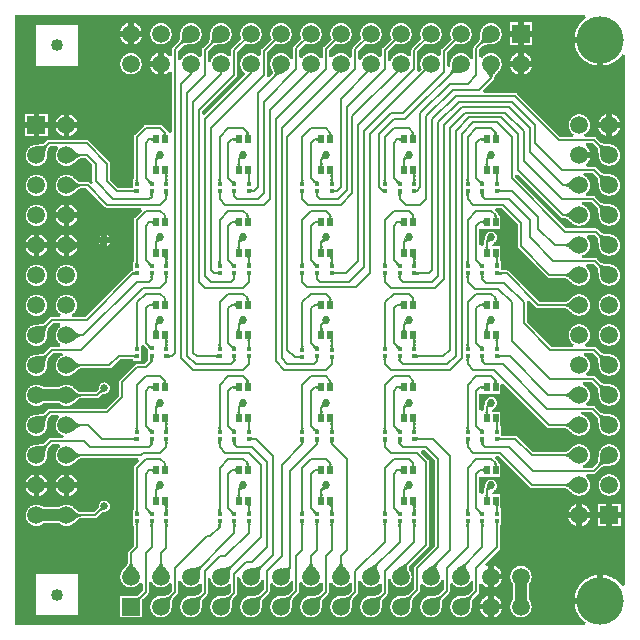
<source format=gtl>
G04 Layer_Physical_Order=1*
G04 Layer_Color=255*
%FSAX24Y24*%
%MOIN*%
G70*
G01*
G75*
%ADD10R,0.0138X0.0177*%
%ADD11C,0.0250*%
%ADD12R,0.0197X0.0315*%
%ADD13C,0.0400*%
%ADD14C,0.0080*%
%ADD15C,0.0394*%
%ADD16R,0.0591X0.0591*%
%ADD17C,0.0591*%
%ADD18R,0.0591X0.0591*%
%ADD19C,0.1575*%
%ADD20C,0.0272*%
G36*
X037998Y038414D02*
X037983Y038404D01*
X037944Y038374D01*
X037907Y038343D01*
X037872Y038310D01*
X037838Y038274D01*
X037807Y038237D01*
X037778Y038198D01*
X037751Y038158D01*
X037726Y038116D01*
X037704Y038073D01*
X037684Y038028D01*
X037666Y037983D01*
X037652Y037937D01*
X037639Y037890D01*
X037630Y037842D01*
X037623Y037795D01*
X038484D01*
Y037697D01*
X038583D01*
Y036836D01*
X038629Y036843D01*
X038677Y036852D01*
X038724Y036864D01*
X038770Y036879D01*
X038816Y036896D01*
X038860Y036916D01*
X038903Y036938D01*
X038945Y036963D01*
X038986Y036990D01*
X039024Y037019D01*
X039062Y037051D01*
X039097Y037084D01*
X039130Y037119D01*
X039162Y037157D01*
X039191Y037195D01*
X039201Y037211D01*
X039290Y037184D01*
Y019509D01*
X039201Y019482D01*
X039191Y019497D01*
X039162Y019536D01*
X039130Y019573D01*
X039097Y019609D01*
X039062Y019642D01*
X039024Y019674D01*
X038986Y019703D01*
X038945Y019730D01*
X038903Y019754D01*
X038860Y019777D01*
X038816Y019797D01*
X038770Y019814D01*
X038724Y019829D01*
X038677Y019841D01*
X038629Y019850D01*
X038583Y019857D01*
Y018996D01*
X038484D01*
Y018898D01*
X037623D01*
X037630Y018851D01*
X037639Y018803D01*
X037652Y018756D01*
X037666Y018710D01*
X037684Y018664D01*
X037704Y018620D01*
X037726Y018577D01*
X037751Y018535D01*
X037778Y018495D01*
X037807Y018456D01*
X037838Y018419D01*
X037872Y018383D01*
X037907Y018350D01*
X037944Y018319D01*
X037983Y018289D01*
X037998Y018279D01*
X037971Y018191D01*
X018978D01*
Y038502D01*
X037971D01*
X037998Y038414D01*
D02*
G37*
%LPC*%
G36*
X021046Y030744D02*
X021018D01*
X021016Y030743D01*
X020988Y030721D01*
X020928Y030668D01*
X020896Y030636D01*
Y030744D01*
X020783D01*
Y030481D01*
X020813Y030491D01*
X020843Y030503D01*
X020872Y030518D01*
X020900Y030536D01*
X020926Y030556D01*
X020950Y030578D01*
X020972Y030602D01*
X020992Y030628D01*
X021009Y030655D01*
X021024Y030684D01*
X021037Y030714D01*
X021046Y030744D01*
D02*
G37*
G36*
X020685Y030198D02*
X020654Y030197D01*
X020623Y030193D01*
X020593Y030186D01*
X020563Y030177D01*
X020535Y030165D01*
X020507Y030150D01*
X020481Y030134D01*
X020456Y030115D01*
X020434Y030094D01*
X020413Y030071D01*
X020394Y030046D01*
X020377Y030020D01*
X020363Y029993D01*
X020351Y029964D01*
X020342Y029935D01*
X020335Y029904D01*
X020331Y029874D01*
X020329Y029843D01*
X020331Y029812D01*
X020335Y029781D01*
X020342Y029750D01*
X020351Y029721D01*
X020363Y029692D01*
X020377Y029665D01*
X020394Y029639D01*
X020413Y029614D01*
X020434Y029591D01*
X020456Y029570D01*
X020481Y029551D01*
X020507Y029535D01*
X020535Y029520D01*
X020563Y029508D01*
X020593Y029499D01*
X020623Y029492D01*
X020654Y029488D01*
X020685Y029487D01*
X020716Y029488D01*
X020747Y029492D01*
X020777Y029499D01*
X020807Y029508D01*
X020835Y029520D01*
X020863Y029535D01*
X020889Y029551D01*
X020914Y029570D01*
X020937Y029591D01*
X020957Y029614D01*
X020976Y029639D01*
X020993Y029665D01*
X021007Y029692D01*
X021019Y029721D01*
X021029Y029750D01*
X021035Y029781D01*
X021039Y029812D01*
X021041Y029843D01*
X021039Y029874D01*
X021035Y029904D01*
X021029Y029935D01*
X021019Y029964D01*
X021007Y029993D01*
X020993Y030020D01*
X020976Y030046D01*
X020957Y030071D01*
X020937Y030094D01*
X020914Y030115D01*
X020889Y030134D01*
X020863Y030150D01*
X020835Y030165D01*
X020807Y030177D01*
X020777Y030186D01*
X020747Y030193D01*
X020716Y030197D01*
X020685Y030198D01*
D02*
G37*
G36*
X020587Y030744D02*
X020324D01*
X020333Y030714D01*
X020346Y030684D01*
X020361Y030655D01*
X020378Y030628D01*
X020398Y030602D01*
X020420Y030578D01*
X020444Y030556D01*
X020470Y030536D01*
X020498Y030518D01*
X020527Y030503D01*
X020557Y030491D01*
X020587Y030481D01*
Y030744D01*
D02*
G37*
G36*
X019587D02*
X019324D01*
X019333Y030714D01*
X019346Y030684D01*
X019361Y030655D01*
X019378Y030628D01*
X019398Y030602D01*
X019420Y030578D01*
X019444Y030556D01*
X019470Y030536D01*
X019498Y030518D01*
X019527Y030503D01*
X019557Y030491D01*
X019587Y030481D01*
Y030744D01*
D02*
G37*
G36*
X020046D02*
X019783D01*
Y030481D01*
X019813Y030491D01*
X019843Y030503D01*
X019872Y030518D01*
X019900Y030536D01*
X019926Y030556D01*
X019950Y030578D01*
X019972Y030602D01*
X019992Y030628D01*
X020009Y030655D01*
X020024Y030684D01*
X020037Y030714D01*
X020046Y030744D01*
D02*
G37*
G36*
X022127Y030906D02*
X022047D01*
Y030826D01*
X022057Y030831D01*
X022076Y030844D01*
X022093Y030860D01*
X022108Y030877D01*
X022122Y030895D01*
X022127Y030906D01*
D02*
G37*
G36*
X038780Y028206D02*
X038749Y028205D01*
X038718Y028201D01*
X038687Y028194D01*
X038658Y028185D01*
X038629Y028173D01*
X038602Y028158D01*
X038576Y028142D01*
X038551Y028123D01*
X038528Y028102D01*
X038507Y028079D01*
X038488Y028054D01*
X038472Y028028D01*
X038457Y028001D01*
X038445Y027972D01*
X038436Y027942D01*
X038429Y027912D01*
X038425Y027881D01*
X038424Y027850D01*
X038425Y027819D01*
X038429Y027789D01*
X038436Y027758D01*
X038445Y027729D01*
X038457Y027700D01*
X038472Y027673D01*
X038488Y027646D01*
X038507Y027622D01*
X038528Y027599D01*
X038551Y027578D01*
X038576Y027559D01*
X038602Y027542D01*
X038629Y027528D01*
X038658Y027516D01*
X038687Y027507D01*
X038718Y027500D01*
X038749Y027496D01*
X038780Y027495D01*
X038811Y027496D01*
X038841Y027500D01*
X038872Y027507D01*
X038901Y027516D01*
X038930Y027528D01*
X038957Y027542D01*
X038984Y027559D01*
X039008Y027578D01*
X039031Y027599D01*
X039052Y027622D01*
X039071Y027646D01*
X039088Y027673D01*
X039102Y027700D01*
X039114Y027729D01*
X039123Y027758D01*
X039130Y027789D01*
X039134Y027819D01*
X039135Y027850D01*
X039134Y027881D01*
X039130Y027912D01*
X039123Y027942D01*
X039114Y027972D01*
X039102Y028001D01*
X039088Y028028D01*
X039071Y028054D01*
X039052Y028079D01*
X039031Y028102D01*
X039008Y028123D01*
X038984Y028142D01*
X038957Y028158D01*
X038930Y028173D01*
X038901Y028185D01*
X038872Y028194D01*
X038841Y028201D01*
X038811Y028205D01*
X038780Y028206D01*
D02*
G37*
G36*
X021793Y030906D02*
X021770D01*
X021776Y030895D01*
X021789Y030877D01*
X021805Y030860D01*
X021822Y030844D01*
X021840Y030831D01*
X021850Y030826D01*
Y030848D01*
X021847Y030845D01*
X021837Y030835D01*
X021780Y030892D01*
X021789Y030902D01*
X021793Y030906D01*
D02*
G37*
G36*
X019587Y031204D02*
X019557Y031194D01*
X019527Y031182D01*
X019498Y031167D01*
X019470Y031149D01*
X019444Y031129D01*
X019420Y031107D01*
X019398Y031083D01*
X019378Y031057D01*
X019361Y031030D01*
X019346Y031001D01*
X019333Y030971D01*
X019324Y030941D01*
X019587D01*
Y031204D01*
D02*
G37*
G36*
X019685Y030198D02*
X019654Y030197D01*
X019623Y030193D01*
X019593Y030186D01*
X019563Y030177D01*
X019535Y030165D01*
X019507Y030150D01*
X019481Y030134D01*
X019456Y030115D01*
X019434Y030094D01*
X019413Y030071D01*
X019394Y030046D01*
X019377Y030020D01*
X019363Y029993D01*
X019351Y029964D01*
X019342Y029935D01*
X019335Y029904D01*
X019331Y029874D01*
X019329Y029843D01*
X019331Y029812D01*
X019335Y029781D01*
X019342Y029750D01*
X019351Y029721D01*
X019363Y029692D01*
X019377Y029665D01*
X019394Y029639D01*
X019413Y029614D01*
X019434Y029591D01*
X019456Y029570D01*
X019481Y029551D01*
X019507Y029535D01*
X019535Y029520D01*
X019563Y029508D01*
X019593Y029499D01*
X019623Y029492D01*
X019654Y029488D01*
X019685Y029487D01*
X019716Y029488D01*
X019747Y029492D01*
X019777Y029499D01*
X019807Y029508D01*
X019835Y029520D01*
X019863Y029535D01*
X019889Y029551D01*
X019914Y029570D01*
X019936Y029591D01*
X019957Y029614D01*
X019976Y029639D01*
X019993Y029665D01*
X020007Y029692D01*
X020019Y029721D01*
X020029Y029750D01*
X020035Y029781D01*
X020039Y029812D01*
X020041Y029843D01*
X020039Y029874D01*
X020035Y029904D01*
X020029Y029935D01*
X020019Y029964D01*
X020007Y029993D01*
X019993Y030020D01*
X019976Y030046D01*
X019957Y030071D01*
X019936Y030094D01*
X019914Y030115D01*
X019889Y030134D01*
X019863Y030150D01*
X019835Y030165D01*
X019807Y030177D01*
X019777Y030186D01*
X019747Y030193D01*
X019716Y030197D01*
X019685Y030198D01*
D02*
G37*
G36*
X038780Y023206D02*
X038749Y023205D01*
X038718Y023201D01*
X038687Y023194D01*
X038658Y023185D01*
X038629Y023173D01*
X038602Y023158D01*
X038576Y023142D01*
X038551Y023123D01*
X038528Y023102D01*
X038507Y023079D01*
X038488Y023054D01*
X038472Y023028D01*
X038457Y023001D01*
X038445Y022972D01*
X038436Y022942D01*
X038429Y022912D01*
X038425Y022881D01*
X038424Y022850D01*
X038425Y022819D01*
X038429Y022789D01*
X038436Y022758D01*
X038445Y022729D01*
X038457Y022700D01*
X038472Y022673D01*
X038488Y022646D01*
X038507Y022622D01*
X038528Y022599D01*
X038551Y022578D01*
X038576Y022559D01*
X038602Y022542D01*
X038629Y022528D01*
X038658Y022516D01*
X038687Y022507D01*
X038718Y022500D01*
X038749Y022496D01*
X038780Y022495D01*
X038811Y022496D01*
X038841Y022500D01*
X038872Y022507D01*
X038901Y022516D01*
X038930Y022528D01*
X038957Y022542D01*
X038984Y022559D01*
X039008Y022578D01*
X039031Y022599D01*
X039052Y022622D01*
X039071Y022646D01*
X039088Y022673D01*
X039102Y022700D01*
X039114Y022729D01*
X039123Y022758D01*
X039130Y022789D01*
X039134Y022819D01*
X039135Y022850D01*
X039134Y022881D01*
X039130Y022912D01*
X039123Y022942D01*
X039114Y022972D01*
X039102Y023001D01*
X039088Y023028D01*
X039071Y023054D01*
X039052Y023079D01*
X039031Y023102D01*
X039008Y023123D01*
X038984Y023142D01*
X038957Y023158D01*
X038930Y023173D01*
X038901Y023185D01*
X038872Y023194D01*
X038841Y023201D01*
X038811Y023205D01*
X038780Y023206D01*
D02*
G37*
G36*
X035196Y019701D02*
X034933D01*
Y019438D01*
X034963Y019447D01*
X034993Y019460D01*
X035022Y019475D01*
X035049Y019493D01*
X035075Y019512D01*
X035099Y019534D01*
X035121Y019559D01*
X035141Y019584D01*
X035159Y019612D01*
X035174Y019641D01*
X035186Y019671D01*
X035196Y019701D01*
D02*
G37*
G36*
X038386Y019857D02*
X038339Y019850D01*
X038291Y019841D01*
X038244Y019829D01*
X038198Y019814D01*
X038153Y019797D01*
X038108Y019777D01*
X038065Y019754D01*
X038023Y019730D01*
X037983Y019703D01*
X037944Y019674D01*
X037907Y019642D01*
X037872Y019609D01*
X037838Y019573D01*
X037807Y019536D01*
X037778Y019497D01*
X037751Y019457D01*
X037726Y019415D01*
X037704Y019372D01*
X037684Y019328D01*
X037666Y019282D01*
X037652Y019236D01*
X037639Y019189D01*
X037630Y019141D01*
X037623Y019094D01*
X038386D01*
Y019857D01*
D02*
G37*
G36*
X034736Y019160D02*
X034707Y019151D01*
X034676Y019139D01*
X034647Y019123D01*
X034620Y019106D01*
X034594Y019086D01*
X034570Y019064D01*
X034548Y019040D01*
X034528Y019014D01*
X034510Y018986D01*
X034495Y018957D01*
X034483Y018927D01*
X034474Y018898D01*
X034736D01*
Y019160D01*
D02*
G37*
G36*
X034933Y019160D02*
Y018898D01*
X035196D01*
X035186Y018927D01*
X035174Y018957D01*
X035159Y018986D01*
X035141Y019014D01*
X035121Y019040D01*
X035099Y019064D01*
X035075Y019086D01*
X035049Y019106D01*
X035022Y019123D01*
X034993Y019139D01*
X034963Y019151D01*
X034933Y019160D01*
D02*
G37*
G36*
Y020160D02*
Y019898D01*
X035196D01*
X035186Y019927D01*
X035174Y019957D01*
X035159Y019986D01*
X035141Y020014D01*
X035121Y020040D01*
X035099Y020064D01*
X035075Y020086D01*
X035049Y020106D01*
X035022Y020123D01*
X034993Y020139D01*
X034963Y020151D01*
X034933Y020160D01*
D02*
G37*
G36*
X019587Y022744D02*
X019324D01*
X019333Y022714D01*
X019346Y022684D01*
X019361Y022655D01*
X019378Y022628D01*
X019398Y022602D01*
X019420Y022578D01*
X019444Y022556D01*
X019470Y022536D01*
X019498Y022518D01*
X019527Y022503D01*
X019557Y022491D01*
X019587Y022481D01*
Y022744D01*
D02*
G37*
G36*
X020046D02*
X019783D01*
Y022481D01*
X019813Y022491D01*
X019843Y022503D01*
X019872Y022518D01*
X019900Y022536D01*
X019926Y022556D01*
X019950Y022578D01*
X019972Y022602D01*
X019992Y022628D01*
X020009Y022655D01*
X020024Y022684D01*
X020037Y022714D01*
X020046Y022744D01*
D02*
G37*
G36*
X021046D02*
X020783D01*
Y022481D01*
X020813Y022491D01*
X020843Y022503D01*
X020872Y022518D01*
X020900Y022536D01*
X020926Y022556D01*
X020950Y022578D01*
X020972Y022602D01*
X020992Y022628D01*
X021009Y022655D01*
X021024Y022684D01*
X021037Y022714D01*
X021046Y022744D01*
D02*
G37*
G36*
X020587D02*
X020324D01*
X020333Y022714D01*
X020346Y022684D01*
X020361Y022655D01*
X020378Y022628D01*
X020398Y022602D01*
X020420Y022578D01*
X020444Y022556D01*
X020470Y022536D01*
X020498Y022518D01*
X020527Y022503D01*
X020557Y022491D01*
X020587Y022481D01*
Y022744D01*
D02*
G37*
G36*
X019783Y031204D02*
Y030941D01*
X020046D01*
X020037Y030971D01*
X020024Y031001D01*
X020009Y031030D01*
X019992Y031057D01*
X019972Y031083D01*
X019950Y031107D01*
X019926Y031129D01*
X019900Y031149D01*
X019872Y031167D01*
X019843Y031182D01*
X019813Y031194D01*
X019783Y031204D01*
D02*
G37*
G36*
X021949Y022331D02*
X021928Y022330D01*
X021908Y022326D01*
X021888Y022321D01*
X021868Y022313D01*
X021850Y022303D01*
X021833Y022291D01*
X021818Y022277D01*
X021804Y022261D01*
X021792Y022244D01*
X021782Y022226D01*
X021774Y022207D01*
X021768Y022187D01*
X021765Y022166D01*
X021764Y022146D01*
X021764Y022135D01*
X021764Y022134D01*
X021764Y022133D01*
X021764Y022132D01*
X021764Y022125D01*
X021764Y022121D01*
X021763Y022117D01*
X021762Y022112D01*
X021760Y022107D01*
X021758Y022102D01*
X021754Y022096D01*
X021750Y022090D01*
X021744Y022083D01*
X021737Y022076D01*
X021604Y021943D01*
X021271D01*
X021207Y021944D01*
X021125Y021949D01*
X021115Y021953D01*
X021096Y021962D01*
X021075Y021975D01*
X021051Y021991D01*
X021026Y022011D01*
X020969Y022062D01*
X020938Y022092D01*
X020938Y022092D01*
X020937Y022094D01*
X020914Y022115D01*
X020889Y022134D01*
X020863Y022150D01*
X020835Y022165D01*
X020807Y022177D01*
X020777Y022186D01*
X020747Y022193D01*
X020716Y022197D01*
X020685Y022198D01*
X020654Y022197D01*
X020623Y022193D01*
X020593Y022186D01*
X020563Y022177D01*
X020535Y022165D01*
X020507Y022150D01*
X020481Y022134D01*
X020456Y022115D01*
X020449Y022108D01*
X020287Y022100D01*
X020076D01*
X020049Y022100D01*
X019950Y022102D01*
X019926Y022104D01*
X019914Y022115D01*
X019889Y022134D01*
X019863Y022150D01*
X019835Y022165D01*
X019807Y022177D01*
X019777Y022186D01*
X019747Y022193D01*
X019716Y022197D01*
X019685Y022198D01*
X019654Y022197D01*
X019623Y022193D01*
X019593Y022186D01*
X019563Y022177D01*
X019535Y022165D01*
X019507Y022150D01*
X019481Y022134D01*
X019456Y022115D01*
X019434Y022094D01*
X019413Y022071D01*
X019394Y022046D01*
X019377Y022020D01*
X019363Y021993D01*
X019351Y021964D01*
X019342Y021935D01*
X019335Y021904D01*
X019331Y021874D01*
X019329Y021843D01*
X019331Y021812D01*
X019335Y021781D01*
X019342Y021750D01*
X019351Y021721D01*
X019363Y021692D01*
X019377Y021665D01*
X019394Y021639D01*
X019413Y021614D01*
X019434Y021591D01*
X019456Y021570D01*
X019481Y021551D01*
X019507Y021535D01*
X019535Y021520D01*
X019563Y021508D01*
X019593Y021499D01*
X019623Y021492D01*
X019654Y021488D01*
X019685Y021487D01*
X019716Y021488D01*
X019747Y021492D01*
X019777Y021499D01*
X019807Y021508D01*
X019835Y021520D01*
X019863Y021535D01*
X019889Y021551D01*
X019914Y021570D01*
X019921Y021577D01*
X020084Y021585D01*
X020294D01*
X020321Y021585D01*
X020420Y021583D01*
X020445Y021581D01*
X020456Y021570D01*
X020481Y021551D01*
X020507Y021535D01*
X020535Y021520D01*
X020563Y021508D01*
X020593Y021499D01*
X020623Y021492D01*
X020654Y021488D01*
X020685Y021487D01*
X020716Y021488D01*
X020747Y021492D01*
X020777Y021499D01*
X020807Y021508D01*
X020835Y021520D01*
X020863Y021535D01*
X020889Y021551D01*
X020914Y021570D01*
X020937Y021591D01*
X020938Y021593D01*
X020938Y021593D01*
X020969Y021624D01*
X021026Y021674D01*
X021051Y021694D01*
X021075Y021710D01*
X021096Y021723D01*
X021115Y021732D01*
X021119Y021734D01*
X021207Y021741D01*
X021271Y021742D01*
X021646D01*
X021661Y021743D01*
X021677Y021747D01*
X021691Y021753D01*
X021705Y021761D01*
X021717Y021772D01*
X021879Y021934D01*
X021887Y021941D01*
X021893Y021947D01*
X021900Y021951D01*
X021905Y021955D01*
X021911Y021957D01*
X021915Y021959D01*
X021920Y021960D01*
X021924Y021961D01*
X021928Y021961D01*
X021935Y021961D01*
X021936Y021961D01*
X021937Y021961D01*
X021938Y021961D01*
X021949Y021960D01*
X021970Y021962D01*
X021990Y021965D01*
X022010Y021971D01*
X022029Y021979D01*
X022047Y021989D01*
X022064Y022001D01*
X022080Y022015D01*
X022094Y022030D01*
X022106Y022047D01*
X022116Y022065D01*
X022124Y022084D01*
X022129Y022104D01*
X022133Y022125D01*
X022134Y022146D01*
X022133Y022166D01*
X022129Y022187D01*
X022124Y022207D01*
X022116Y022226D01*
X022106Y022244D01*
X022094Y022261D01*
X022080Y022277D01*
X022064Y022291D01*
X022047Y022303D01*
X022029Y022313D01*
X022010Y022321D01*
X021990Y022326D01*
X021970Y022330D01*
X021949Y022331D01*
D02*
G37*
G36*
X038681Y022224D02*
X038406D01*
Y021949D01*
X038681D01*
Y022224D01*
D02*
G37*
G36*
X019685Y032198D02*
X019654Y032197D01*
X019623Y032193D01*
X019593Y032186D01*
X019563Y032177D01*
X019535Y032165D01*
X019507Y032150D01*
X019481Y032134D01*
X019456Y032115D01*
X019434Y032094D01*
X019413Y032071D01*
X019394Y032046D01*
X019377Y032020D01*
X019363Y031993D01*
X019351Y031964D01*
X019342Y031935D01*
X019335Y031904D01*
X019331Y031874D01*
X019329Y031843D01*
X019331Y031812D01*
X019335Y031781D01*
X019342Y031750D01*
X019351Y031721D01*
X019363Y031692D01*
X019377Y031665D01*
X019394Y031639D01*
X019413Y031614D01*
X019434Y031591D01*
X019456Y031570D01*
X019481Y031551D01*
X019507Y031535D01*
X019535Y031520D01*
X019563Y031508D01*
X019593Y031499D01*
X019623Y031492D01*
X019654Y031488D01*
X019685Y031487D01*
X019716Y031488D01*
X019747Y031492D01*
X019777Y031499D01*
X019807Y031508D01*
X019835Y031520D01*
X019863Y031535D01*
X019889Y031551D01*
X019914Y031570D01*
X019936Y031591D01*
X019957Y031614D01*
X019976Y031639D01*
X019993Y031665D01*
X020007Y031692D01*
X020019Y031721D01*
X020029Y031750D01*
X020035Y031781D01*
X020039Y031812D01*
X020041Y031843D01*
X020039Y031874D01*
X020035Y031904D01*
X020029Y031935D01*
X020019Y031964D01*
X020007Y031993D01*
X019993Y032020D01*
X019976Y032046D01*
X019957Y032071D01*
X019936Y032094D01*
X019914Y032115D01*
X019889Y032134D01*
X019863Y032150D01*
X019835Y032165D01*
X019807Y032177D01*
X019777Y032186D01*
X019747Y032193D01*
X019716Y032197D01*
X019685Y032198D01*
D02*
G37*
G36*
X020783Y032204D02*
Y031941D01*
X021046D01*
X021037Y031971D01*
X021024Y032001D01*
X021009Y032030D01*
X020992Y032057D01*
X020972Y032083D01*
X020950Y032107D01*
X020926Y032129D01*
X020900Y032149D01*
X020872Y032167D01*
X020843Y032182D01*
X020813Y032194D01*
X020783Y032204D01*
D02*
G37*
G36*
X020587D02*
X020557Y032194D01*
X020527Y032182D01*
X020498Y032167D01*
X020470Y032149D01*
X020444Y032129D01*
X020420Y032107D01*
X020398Y032083D01*
X020378Y032057D01*
X020361Y032030D01*
X020346Y032001D01*
X020333Y031971D01*
X020324Y031941D01*
X020587D01*
Y032204D01*
D02*
G37*
G36*
X038780Y029206D02*
X038749Y029205D01*
X038718Y029201D01*
X038687Y029194D01*
X038658Y029185D01*
X038629Y029173D01*
X038602Y029158D01*
X038576Y029142D01*
X038551Y029123D01*
X038528Y029102D01*
X038507Y029079D01*
X038488Y029054D01*
X038472Y029028D01*
X038457Y029001D01*
X038445Y028972D01*
X038436Y028942D01*
X038429Y028912D01*
X038425Y028881D01*
X038424Y028850D01*
X038425Y028819D01*
X038429Y028789D01*
X038436Y028758D01*
X038445Y028729D01*
X038457Y028700D01*
X038472Y028673D01*
X038488Y028646D01*
X038507Y028622D01*
X038528Y028599D01*
X038551Y028578D01*
X038576Y028559D01*
X038602Y028542D01*
X038629Y028528D01*
X038658Y028516D01*
X038687Y028507D01*
X038718Y028500D01*
X038749Y028496D01*
X038780Y028495D01*
X038811Y028496D01*
X038841Y028500D01*
X038872Y028507D01*
X038901Y028516D01*
X038930Y028528D01*
X038957Y028542D01*
X038984Y028559D01*
X039008Y028578D01*
X039031Y028599D01*
X039052Y028622D01*
X039071Y028646D01*
X039088Y028673D01*
X039102Y028700D01*
X039114Y028729D01*
X039123Y028758D01*
X039130Y028789D01*
X039134Y028819D01*
X039135Y028850D01*
X039134Y028881D01*
X039130Y028912D01*
X039123Y028942D01*
X039114Y028972D01*
X039102Y029001D01*
X039088Y029028D01*
X039071Y029054D01*
X039052Y029079D01*
X039031Y029102D01*
X039008Y029123D01*
X038984Y029142D01*
X038957Y029158D01*
X038930Y029173D01*
X038901Y029185D01*
X038872Y029194D01*
X038841Y029201D01*
X038811Y029205D01*
X038780Y029206D01*
D02*
G37*
G36*
X019685Y029198D02*
X019654Y029197D01*
X019623Y029193D01*
X019593Y029186D01*
X019563Y029177D01*
X019535Y029165D01*
X019507Y029150D01*
X019481Y029134D01*
X019456Y029115D01*
X019434Y029094D01*
X019413Y029071D01*
X019394Y029046D01*
X019377Y029020D01*
X019363Y028993D01*
X019351Y028964D01*
X019342Y028935D01*
X019335Y028904D01*
X019331Y028874D01*
X019329Y028843D01*
X019331Y028812D01*
X019335Y028781D01*
X019342Y028750D01*
X019351Y028721D01*
X019363Y028692D01*
X019377Y028665D01*
X019394Y028639D01*
X019413Y028614D01*
X019434Y028591D01*
X019456Y028570D01*
X019481Y028551D01*
X019507Y028535D01*
X019535Y028520D01*
X019563Y028508D01*
X019593Y028499D01*
X019623Y028492D01*
X019654Y028488D01*
X019685Y028487D01*
X019716Y028488D01*
X019747Y028492D01*
X019777Y028499D01*
X019807Y028508D01*
X019835Y028520D01*
X019863Y028535D01*
X019889Y028551D01*
X019914Y028570D01*
X019936Y028591D01*
X019957Y028614D01*
X019976Y028639D01*
X019993Y028665D01*
X020007Y028692D01*
X020019Y028721D01*
X020029Y028750D01*
X020035Y028781D01*
X020039Y028812D01*
X020041Y028843D01*
X020039Y028874D01*
X020035Y028904D01*
X020029Y028935D01*
X020019Y028964D01*
X020007Y028993D01*
X019993Y029020D01*
X019976Y029046D01*
X019957Y029071D01*
X019936Y029094D01*
X019914Y029115D01*
X019889Y029134D01*
X019863Y029150D01*
X019835Y029165D01*
X019807Y029177D01*
X019777Y029186D01*
X019747Y029193D01*
X019716Y029197D01*
X019685Y029198D01*
D02*
G37*
G36*
X037878Y022212D02*
Y021949D01*
X038141D01*
X038131Y021978D01*
X038119Y022009D01*
X038104Y022038D01*
X038086Y022065D01*
X038066Y022091D01*
X038044Y022115D01*
X038020Y022137D01*
X037994Y022157D01*
X037967Y022175D01*
X037938Y022190D01*
X037908Y022202D01*
X037878Y022212D01*
D02*
G37*
G36*
X037681D02*
X037651Y022202D01*
X037621Y022190D01*
X037592Y022175D01*
X037565Y022157D01*
X037539Y022137D01*
X037515Y022115D01*
X037493Y022091D01*
X037473Y022065D01*
X037455Y022038D01*
X037440Y022009D01*
X037428Y021978D01*
X037418Y021949D01*
X037681D01*
Y022212D01*
D02*
G37*
G36*
X039154Y022224D02*
X038878D01*
Y021949D01*
X039154D01*
Y022224D01*
D02*
G37*
G36*
X019685Y033198D02*
X019654Y033197D01*
X019623Y033193D01*
X019593Y033186D01*
X019563Y033177D01*
X019535Y033165D01*
X019507Y033150D01*
X019481Y033134D01*
X019456Y033115D01*
X019434Y033094D01*
X019413Y033071D01*
X019394Y033046D01*
X019377Y033020D01*
X019363Y032993D01*
X019351Y032964D01*
X019342Y032935D01*
X019335Y032904D01*
X019331Y032874D01*
X019329Y032843D01*
X019331Y032812D01*
X019335Y032781D01*
X019342Y032750D01*
X019351Y032721D01*
X019363Y032692D01*
X019377Y032665D01*
X019394Y032639D01*
X019413Y032614D01*
X019434Y032591D01*
X019456Y032570D01*
X019481Y032551D01*
X019507Y032535D01*
X019535Y032520D01*
X019563Y032508D01*
X019593Y032499D01*
X019623Y032492D01*
X019654Y032488D01*
X019685Y032487D01*
X019716Y032488D01*
X019747Y032492D01*
X019777Y032499D01*
X019807Y032508D01*
X019835Y032520D01*
X019863Y032535D01*
X019889Y032551D01*
X019914Y032570D01*
X019936Y032591D01*
X019957Y032614D01*
X019976Y032639D01*
X019993Y032665D01*
X020007Y032692D01*
X020019Y032721D01*
X020029Y032750D01*
X020035Y032781D01*
X020039Y032812D01*
X020041Y032843D01*
X020039Y032874D01*
X020035Y032904D01*
X020029Y032935D01*
X020019Y032964D01*
X020007Y032993D01*
X019993Y033020D01*
X019976Y033046D01*
X019957Y033071D01*
X019936Y033094D01*
X019914Y033115D01*
X019889Y033134D01*
X019863Y033150D01*
X019835Y033165D01*
X019807Y033177D01*
X019777Y033186D01*
X019747Y033193D01*
X019716Y033197D01*
X019685Y033198D01*
D02*
G37*
G36*
X039154Y021752D02*
X038878D01*
Y021476D01*
X039154D01*
Y021752D01*
D02*
G37*
G36*
X037681D02*
X037418D01*
X037428Y021722D01*
X037440Y021692D01*
X037455Y021663D01*
X037473Y021636D01*
X037493Y021610D01*
X037515Y021586D01*
X037539Y021564D01*
X037565Y021544D01*
X037592Y021526D01*
X037621Y021511D01*
X037651Y021499D01*
X037681Y021489D01*
Y021752D01*
D02*
G37*
G36*
X038681D02*
X038406D01*
Y021476D01*
X038681D01*
Y021752D01*
D02*
G37*
G36*
X020587Y031204D02*
X020557Y031194D01*
X020527Y031182D01*
X020498Y031167D01*
X020470Y031149D01*
X020444Y031129D01*
X020420Y031107D01*
X020398Y031083D01*
X020378Y031057D01*
X020361Y031030D01*
X020346Y031001D01*
X020333Y030971D01*
X020324Y030941D01*
X020587D01*
Y031204D01*
D02*
G37*
G36*
X020783D02*
Y030941D01*
X020896D01*
Y031049D01*
X020928Y031018D01*
X020988Y030964D01*
X021016Y030943D01*
X021018Y030941D01*
X021046D01*
X021037Y030971D01*
X021024Y031001D01*
X021009Y031030D01*
X020992Y031057D01*
X020972Y031083D01*
X020950Y031107D01*
X020926Y031129D01*
X020900Y031149D01*
X020872Y031167D01*
X020843Y031182D01*
X020813Y031194D01*
X020783Y031204D01*
D02*
G37*
G36*
X020587Y031744D02*
X020324D01*
X020333Y031714D01*
X020346Y031684D01*
X020361Y031655D01*
X020378Y031628D01*
X020398Y031602D01*
X020420Y031578D01*
X020444Y031556D01*
X020470Y031536D01*
X020498Y031518D01*
X020527Y031503D01*
X020557Y031491D01*
X020587Y031481D01*
Y031744D01*
D02*
G37*
G36*
X021046D02*
X020783D01*
Y031481D01*
X020813Y031491D01*
X020843Y031503D01*
X020872Y031518D01*
X020900Y031536D01*
X020926Y031556D01*
X020950Y031578D01*
X020972Y031602D01*
X020992Y031628D01*
X021009Y031655D01*
X021024Y031684D01*
X021037Y031714D01*
X021046Y031744D01*
D02*
G37*
G36*
X022047Y031182D02*
Y031102D01*
X022127D01*
X022122Y031112D01*
X022108Y031131D01*
X022093Y031148D01*
X022076Y031163D01*
X022057Y031177D01*
X022047Y031182D01*
D02*
G37*
G36*
X038141Y021752D02*
X037878D01*
Y021489D01*
X037908Y021499D01*
X037938Y021511D01*
X037967Y021526D01*
X037994Y021544D01*
X038020Y021564D01*
X038044Y021586D01*
X038066Y021610D01*
X038086Y021636D01*
X038104Y021663D01*
X038119Y021692D01*
X038131Y021722D01*
X038141Y021752D01*
D02*
G37*
G36*
X021850Y031182D02*
X021840Y031177D01*
X021822Y031163D01*
X021805Y031148D01*
X021789Y031131D01*
X021776Y031112D01*
X021770Y031102D01*
X021850D01*
Y031182D01*
D02*
G37*
G36*
X019587Y034744D02*
X019311D01*
Y034469D01*
X019587D01*
Y034744D01*
D02*
G37*
G36*
X022736Y037795D02*
X022474D01*
X022483Y037766D01*
X022495Y037735D01*
X022510Y037707D01*
X022528Y037679D01*
X022548Y037653D01*
X022570Y037629D01*
X022594Y037607D01*
X022620Y037587D01*
X022647Y037569D01*
X022676Y037554D01*
X022707Y037542D01*
X022736Y037533D01*
Y037795D01*
D02*
G37*
G36*
X023196D02*
X022933D01*
Y037533D01*
X022963Y037542D01*
X022993Y037554D01*
X023022Y037569D01*
X023049Y037587D01*
X023075Y037607D01*
X023099Y037629D01*
X023121Y037653D01*
X023141Y037679D01*
X023159Y037707D01*
X023174Y037735D01*
X023186Y037766D01*
X023196Y037795D01*
D02*
G37*
G36*
X036209Y037795D02*
X035933D01*
Y037520D01*
X036209D01*
Y037795D01*
D02*
G37*
G36*
X035736Y036795D02*
X035474D01*
X035483Y036766D01*
X035495Y036735D01*
X035510Y036707D01*
X035528Y036679D01*
X035548Y036653D01*
X035570Y036629D01*
X035594Y036607D01*
X035620Y036587D01*
X035647Y036569D01*
X035676Y036554D01*
X035707Y036542D01*
X035736Y036533D01*
Y036795D01*
D02*
G37*
G36*
X020783Y023204D02*
Y022941D01*
X021046D01*
X021037Y022971D01*
X021024Y023001D01*
X021009Y023030D01*
X020992Y023057D01*
X020972Y023083D01*
X020950Y023107D01*
X020926Y023129D01*
X020900Y023149D01*
X020872Y023167D01*
X020843Y023182D01*
X020813Y023194D01*
X020783Y023204D01*
D02*
G37*
G36*
X038681Y035212D02*
X038651Y035202D01*
X038621Y035190D01*
X038592Y035175D01*
X038565Y035157D01*
X038539Y035137D01*
X038515Y035115D01*
X038493Y035091D01*
X038473Y035065D01*
X038455Y035038D01*
X038440Y035009D01*
X038428Y034978D01*
X038418Y034949D01*
X038681D01*
Y035212D01*
D02*
G37*
G36*
X020783Y035204D02*
Y034941D01*
X021046D01*
X021037Y034971D01*
X021024Y035001D01*
X021009Y035030D01*
X020992Y035057D01*
X020972Y035083D01*
X020950Y035107D01*
X020926Y035129D01*
X020900Y035149D01*
X020872Y035167D01*
X020843Y035182D01*
X020813Y035194D01*
X020783Y035204D01*
D02*
G37*
G36*
X038878Y035212D02*
Y034949D01*
X039141D01*
X039131Y034978D01*
X039119Y035009D01*
X039104Y035038D01*
X039086Y035065D01*
X039066Y035091D01*
X039044Y035115D01*
X039020Y035137D01*
X038994Y035157D01*
X038967Y035175D01*
X038938Y035190D01*
X038908Y035202D01*
X038878Y035212D01*
D02*
G37*
G36*
X035835Y020155D02*
X035804Y020153D01*
X035773Y020149D01*
X035743Y020143D01*
X035713Y020133D01*
X035684Y020122D01*
X035657Y020107D01*
X035631Y020091D01*
X035606Y020072D01*
X035583Y020051D01*
X035562Y020028D01*
X035543Y020003D01*
X035527Y019977D01*
X035512Y019950D01*
X035500Y019921D01*
X035491Y019891D01*
X035484Y019861D01*
X035480Y019830D01*
X035479Y019799D01*
X035480Y019768D01*
X035484Y019737D01*
X035491Y019707D01*
X035500Y019678D01*
X035512Y019649D01*
X035527Y019621D01*
X035543Y019595D01*
X035562Y019571D01*
X035569Y019563D01*
X035577Y019401D01*
Y019190D01*
X035577Y019164D01*
X035575Y019065D01*
X035573Y019040D01*
X035562Y019028D01*
X035543Y019003D01*
X035527Y018977D01*
X035512Y018950D01*
X035500Y018921D01*
X035491Y018891D01*
X035484Y018861D01*
X035480Y018830D01*
X035479Y018799D01*
X035480Y018768D01*
X035484Y018737D01*
X035491Y018707D01*
X035500Y018678D01*
X035512Y018649D01*
X035527Y018621D01*
X035543Y018595D01*
X035562Y018571D01*
X035583Y018548D01*
X035606Y018527D01*
X035631Y018508D01*
X035657Y018491D01*
X035684Y018477D01*
X035713Y018465D01*
X035743Y018456D01*
X035773Y018449D01*
X035804Y018445D01*
X035835Y018444D01*
X035866Y018445D01*
X035896Y018449D01*
X035927Y018456D01*
X035956Y018465D01*
X035985Y018477D01*
X036012Y018491D01*
X036039Y018508D01*
X036063Y018527D01*
X036086Y018548D01*
X036107Y018571D01*
X036126Y018595D01*
X036143Y018621D01*
X036157Y018649D01*
X036169Y018678D01*
X036178Y018707D01*
X036185Y018737D01*
X036189Y018768D01*
X036190Y018799D01*
X036189Y018830D01*
X036185Y018861D01*
X036178Y018891D01*
X036169Y018921D01*
X036157Y018950D01*
X036143Y018977D01*
X036126Y019003D01*
X036107Y019028D01*
X036100Y019035D01*
X036092Y019198D01*
Y019409D01*
X036092Y019435D01*
X036094Y019534D01*
X036096Y019559D01*
X036107Y019571D01*
X036126Y019595D01*
X036143Y019621D01*
X036157Y019649D01*
X036169Y019678D01*
X036178Y019707D01*
X036185Y019737D01*
X036189Y019768D01*
X036190Y019799D01*
X036189Y019830D01*
X036185Y019861D01*
X036178Y019891D01*
X036169Y019921D01*
X036157Y019950D01*
X036143Y019977D01*
X036126Y020003D01*
X036107Y020028D01*
X036086Y020051D01*
X036063Y020072D01*
X036039Y020091D01*
X036012Y020107D01*
X035985Y020122D01*
X035956Y020133D01*
X035927Y020143D01*
X035896Y020149D01*
X035866Y020153D01*
X035835Y020155D01*
D02*
G37*
G36*
X020587Y023204D02*
X020557Y023194D01*
X020527Y023182D01*
X020498Y023167D01*
X020470Y023149D01*
X020444Y023129D01*
X020420Y023107D01*
X020398Y023083D01*
X020378Y023057D01*
X020361Y023030D01*
X020346Y023001D01*
X020333Y022971D01*
X020324Y022941D01*
X020587D01*
Y023204D01*
D02*
G37*
G36*
X021063Y019882D02*
X019685D01*
Y018504D01*
X021063D01*
Y019882D01*
D02*
G37*
G36*
X035736Y037255D02*
X035707Y037246D01*
X035676Y037233D01*
X035647Y037218D01*
X035620Y037200D01*
X035594Y037180D01*
X035570Y037158D01*
X035548Y037134D01*
X035528Y037108D01*
X035510Y037081D01*
X035495Y037052D01*
X035483Y037022D01*
X035474Y036992D01*
X035736D01*
Y037255D01*
D02*
G37*
G36*
X021063Y038189D02*
X019685D01*
Y036811D01*
X021063D01*
Y038189D01*
D02*
G37*
G36*
X023736Y037255D02*
X023707Y037246D01*
X023676Y037233D01*
X023647Y037218D01*
X023620Y037200D01*
X023594Y037180D01*
X023570Y037158D01*
X023548Y037134D01*
X023528Y037108D01*
X023510Y037081D01*
X023495Y037052D01*
X023483Y037022D01*
X023474Y036992D01*
X023736D01*
Y037255D01*
D02*
G37*
G36*
X038386Y037598D02*
X037623D01*
X037630Y037552D01*
X037639Y037504D01*
X037652Y037457D01*
X037666Y037411D01*
X037684Y037365D01*
X037704Y037321D01*
X037726Y037278D01*
X037751Y037236D01*
X037778Y037195D01*
X037807Y037157D01*
X037838Y037119D01*
X037872Y037084D01*
X037907Y037051D01*
X037944Y037019D01*
X037983Y036990D01*
X038023Y036963D01*
X038065Y036938D01*
X038108Y036916D01*
X038153Y036896D01*
X038198Y036879D01*
X038244Y036864D01*
X038291Y036852D01*
X038339Y036843D01*
X038386Y036836D01*
Y037598D01*
D02*
G37*
G36*
X023736Y036795D02*
X023474D01*
X023483Y036766D01*
X023495Y036735D01*
X023510Y036707D01*
X023528Y036679D01*
X023548Y036653D01*
X023570Y036629D01*
X023594Y036607D01*
X023620Y036587D01*
X023647Y036569D01*
X023676Y036554D01*
X023707Y036542D01*
X023736Y036533D01*
Y036795D01*
D02*
G37*
G36*
X035736Y037795D02*
X035461D01*
Y037520D01*
X035736D01*
Y037795D01*
D02*
G37*
G36*
X036196Y036795D02*
X035933D01*
Y036533D01*
X035963Y036542D01*
X035993Y036554D01*
X036022Y036569D01*
X036049Y036587D01*
X036075Y036607D01*
X036099Y036629D01*
X036121Y036653D01*
X036141Y036679D01*
X036159Y036707D01*
X036174Y036735D01*
X036186Y036766D01*
X036196Y036795D01*
D02*
G37*
G36*
X035933Y037255D02*
Y036992D01*
X036196D01*
X036186Y037022D01*
X036174Y037052D01*
X036159Y037081D01*
X036141Y037108D01*
X036121Y037134D01*
X036099Y037158D01*
X036075Y037180D01*
X036049Y037200D01*
X036022Y037218D01*
X035993Y037233D01*
X035963Y037246D01*
X035933Y037255D01*
D02*
G37*
G36*
X022835Y037249D02*
X022804Y037248D01*
X022773Y037244D01*
X022743Y037237D01*
X022713Y037228D01*
X022684Y037216D01*
X022657Y037202D01*
X022631Y037185D01*
X022606Y037166D01*
X022583Y037145D01*
X022562Y037122D01*
X022543Y037098D01*
X022527Y037072D01*
X022512Y037044D01*
X022500Y037015D01*
X022491Y036986D01*
X022484Y036955D01*
X022480Y036925D01*
X022479Y036894D01*
X022480Y036863D01*
X022484Y036832D01*
X022491Y036802D01*
X022500Y036772D01*
X022512Y036743D01*
X022527Y036716D01*
X022543Y036690D01*
X022562Y036665D01*
X022583Y036642D01*
X022606Y036621D01*
X022631Y036602D01*
X022657Y036586D01*
X022684Y036571D01*
X022713Y036560D01*
X022743Y036550D01*
X022773Y036543D01*
X022804Y036539D01*
X022835Y036538D01*
X022866Y036539D01*
X022896Y036543D01*
X022927Y036550D01*
X022956Y036560D01*
X022985Y036571D01*
X023012Y036586D01*
X023039Y036602D01*
X023063Y036621D01*
X023086Y036642D01*
X023107Y036665D01*
X023126Y036690D01*
X023143Y036716D01*
X023157Y036743D01*
X023169Y036772D01*
X023178Y036802D01*
X023185Y036832D01*
X023189Y036863D01*
X023190Y036894D01*
X023189Y036925D01*
X023185Y036955D01*
X023178Y036986D01*
X023169Y037015D01*
X023157Y037044D01*
X023143Y037072D01*
X023126Y037098D01*
X023107Y037122D01*
X023086Y037145D01*
X023063Y037166D01*
X023039Y037185D01*
X023012Y037202D01*
X022985Y037216D01*
X022956Y037228D01*
X022927Y037237D01*
X022896Y037244D01*
X022866Y037248D01*
X022835Y037249D01*
D02*
G37*
G36*
X038681Y034752D02*
X038418D01*
X038428Y034722D01*
X038440Y034692D01*
X038455Y034663D01*
X038473Y034636D01*
X038493Y034610D01*
X038515Y034586D01*
X038539Y034564D01*
X038565Y034544D01*
X038592Y034526D01*
X038621Y034511D01*
X038651Y034499D01*
X038681Y034489D01*
Y034752D01*
D02*
G37*
G36*
X021046Y034744D02*
X020783D01*
Y034481D01*
X020813Y034491D01*
X020843Y034503D01*
X020872Y034518D01*
X020900Y034536D01*
X020926Y034556D01*
X020950Y034578D01*
X020972Y034602D01*
X020992Y034628D01*
X021009Y034655D01*
X021024Y034684D01*
X021037Y034714D01*
X021046Y034744D01*
D02*
G37*
G36*
X022736Y038255D02*
X022707Y038245D01*
X022676Y038233D01*
X022647Y038218D01*
X022620Y038200D01*
X022594Y038180D01*
X022570Y038158D01*
X022548Y038134D01*
X022528Y038108D01*
X022510Y038081D01*
X022495Y038052D01*
X022483Y038022D01*
X022474Y037992D01*
X022736D01*
Y038255D01*
D02*
G37*
G36*
X039141Y034752D02*
X038878D01*
Y034489D01*
X038908Y034499D01*
X038938Y034511D01*
X038967Y034526D01*
X038994Y034544D01*
X039020Y034564D01*
X039044Y034586D01*
X039066Y034610D01*
X039086Y034636D01*
X039104Y034663D01*
X039119Y034692D01*
X039131Y034722D01*
X039141Y034752D01*
D02*
G37*
G36*
X022933Y038255D02*
Y037992D01*
X023196D01*
X023186Y038022D01*
X023174Y038052D01*
X023159Y038081D01*
X023141Y038108D01*
X023121Y038134D01*
X023099Y038158D01*
X023075Y038180D01*
X023049Y038200D01*
X023022Y038218D01*
X022993Y038233D01*
X022963Y038245D01*
X022933Y038255D01*
D02*
G37*
G36*
X035736Y038268D02*
X035461D01*
Y037992D01*
X035736D01*
Y038268D01*
D02*
G37*
G36*
X036209D02*
X035933D01*
Y037992D01*
X036209D01*
Y038268D01*
D02*
G37*
G36*
X020587Y034744D02*
X020324D01*
X020333Y034714D01*
X020346Y034684D01*
X020361Y034655D01*
X020378Y034628D01*
X020398Y034602D01*
X020420Y034578D01*
X020444Y034556D01*
X020470Y034536D01*
X020498Y034518D01*
X020527Y034503D01*
X020557Y034491D01*
X020587Y034481D01*
Y034744D01*
D02*
G37*
G36*
X020059D02*
X019783D01*
Y034469D01*
X020059D01*
Y034744D01*
D02*
G37*
G36*
X034835Y038249D02*
X034804Y038248D01*
X034773Y038244D01*
X034743Y038237D01*
X034713Y038228D01*
X034684Y038216D01*
X034657Y038202D01*
X034631Y038185D01*
X034606Y038166D01*
X034583Y038145D01*
X034562Y038122D01*
X034543Y038098D01*
X034527Y038072D01*
X034512Y038044D01*
X034500Y038015D01*
X034491Y037986D01*
X034484Y037955D01*
X034480Y037925D01*
X034479Y037894D01*
X034479Y037891D01*
X034479Y037891D01*
X034479Y037848D01*
X034474Y037771D01*
X034470Y037740D01*
X034465Y037712D01*
X034459Y037688D01*
X034452Y037668D01*
X034445Y037652D01*
X034438Y037640D01*
X034430Y037631D01*
X034279Y037480D01*
X034269Y037468D01*
X034261Y037455D01*
X034255Y037440D01*
X034251Y037425D01*
X034250Y037409D01*
Y037051D01*
X034162Y037033D01*
X034157Y037044D01*
X034143Y037072D01*
X034126Y037098D01*
X034107Y037122D01*
X034086Y037145D01*
X034063Y037166D01*
X034039Y037185D01*
X034012Y037202D01*
X033985Y037216D01*
X033956Y037228D01*
X033927Y037237D01*
X033896Y037244D01*
X033866Y037248D01*
X033835Y037249D01*
X033804Y037248D01*
X033773Y037244D01*
X033743Y037237D01*
X033713Y037228D01*
X033684Y037216D01*
X033657Y037202D01*
X033631Y037185D01*
X033606Y037166D01*
X033583Y037145D01*
X033562Y037122D01*
X033543Y037098D01*
X033527Y037072D01*
X033512Y037044D01*
X033500Y037015D01*
X033491Y036986D01*
X033484Y036955D01*
X033480Y036925D01*
X033479Y036899D01*
X033479Y036898D01*
X033478Y036854D01*
X033472Y036777D01*
X033457Y036762D01*
X033368Y036801D01*
Y037285D01*
X033665Y037582D01*
X033684Y037571D01*
X033713Y037560D01*
X033743Y037550D01*
X033773Y037543D01*
X033804Y037539D01*
X033835Y037538D01*
X033866Y037539D01*
X033896Y037543D01*
X033927Y037550D01*
X033956Y037560D01*
X033985Y037571D01*
X034012Y037586D01*
X034039Y037602D01*
X034063Y037621D01*
X034086Y037642D01*
X034107Y037665D01*
X034126Y037690D01*
X034143Y037716D01*
X034157Y037743D01*
X034169Y037772D01*
X034178Y037802D01*
X034185Y037832D01*
X034189Y037863D01*
X034190Y037894D01*
X034189Y037925D01*
X034185Y037955D01*
X034178Y037986D01*
X034169Y038015D01*
X034157Y038044D01*
X034143Y038072D01*
X034126Y038098D01*
X034107Y038122D01*
X034086Y038145D01*
X034063Y038166D01*
X034039Y038185D01*
X034012Y038202D01*
X033985Y038216D01*
X033956Y038228D01*
X033927Y038237D01*
X033896Y038244D01*
X033866Y038248D01*
X033835Y038249D01*
X033804Y038248D01*
X033773Y038244D01*
X033743Y038237D01*
X033713Y038228D01*
X033684Y038216D01*
X033657Y038202D01*
X033631Y038185D01*
X033606Y038166D01*
X033583Y038145D01*
X033562Y038122D01*
X033543Y038098D01*
X033527Y038072D01*
X033512Y038044D01*
X033500Y038015D01*
X033491Y037986D01*
X033484Y037955D01*
X033480Y037925D01*
X033479Y037894D01*
X033480Y037863D01*
X033484Y037832D01*
X033491Y037802D01*
X033500Y037772D01*
X033512Y037743D01*
X033523Y037724D01*
X033197Y037398D01*
X033187Y037386D01*
X033178Y037372D01*
X033172Y037358D01*
X033169Y037342D01*
X033167Y037327D01*
Y037188D01*
X033106Y037156D01*
X033079Y037152D01*
X033063Y037166D01*
X033039Y037185D01*
X033012Y037202D01*
X032985Y037216D01*
X032956Y037228D01*
X032927Y037237D01*
X032896Y037244D01*
X032866Y037248D01*
X032835Y037249D01*
X032804Y037248D01*
X032773Y037244D01*
X032743Y037237D01*
X032713Y037228D01*
X032684Y037216D01*
X032657Y037202D01*
X032631Y037185D01*
X032606Y037166D01*
X032583Y037145D01*
X032562Y037122D01*
X032543Y037098D01*
X032527Y037072D01*
X032512Y037044D01*
X032500Y037015D01*
X032491Y036986D01*
X032484Y036955D01*
X032480Y036925D01*
X032479Y036894D01*
X032480Y036863D01*
X032484Y036832D01*
X032491Y036802D01*
X032500Y036772D01*
X032512Y036743D01*
X032527Y036716D01*
X032531Y036709D01*
X032449Y036627D01*
X032373Y036667D01*
X032379Y036682D01*
X032383Y036697D01*
X032384Y036713D01*
Y037301D01*
X032665Y037582D01*
X032684Y037571D01*
X032713Y037560D01*
X032743Y037550D01*
X032773Y037543D01*
X032804Y037539D01*
X032835Y037538D01*
X032866Y037539D01*
X032896Y037543D01*
X032927Y037550D01*
X032956Y037560D01*
X032985Y037571D01*
X033012Y037586D01*
X033039Y037602D01*
X033063Y037621D01*
X033086Y037642D01*
X033107Y037665D01*
X033126Y037690D01*
X033143Y037716D01*
X033157Y037743D01*
X033169Y037772D01*
X033178Y037802D01*
X033185Y037832D01*
X033189Y037863D01*
X033190Y037894D01*
X033189Y037925D01*
X033185Y037955D01*
X033178Y037986D01*
X033169Y038015D01*
X033157Y038044D01*
X033143Y038072D01*
X033126Y038098D01*
X033107Y038122D01*
X033086Y038145D01*
X033063Y038166D01*
X033039Y038185D01*
X033012Y038202D01*
X032985Y038216D01*
X032956Y038228D01*
X032927Y038237D01*
X032896Y038244D01*
X032866Y038248D01*
X032835Y038249D01*
X032804Y038248D01*
X032773Y038244D01*
X032743Y038237D01*
X032713Y038228D01*
X032684Y038216D01*
X032657Y038202D01*
X032631Y038185D01*
X032606Y038166D01*
X032583Y038145D01*
X032562Y038122D01*
X032543Y038098D01*
X032527Y038072D01*
X032512Y038044D01*
X032500Y038015D01*
X032491Y037986D01*
X032484Y037955D01*
X032480Y037925D01*
X032479Y037894D01*
X032480Y037863D01*
X032484Y037832D01*
X032491Y037802D01*
X032500Y037772D01*
X032512Y037743D01*
X032523Y037724D01*
X032213Y037413D01*
X032202Y037401D01*
X032194Y037388D01*
X032188Y037374D01*
X032184Y037358D01*
X032183Y037343D01*
Y037169D01*
X032145Y037145D01*
X032095Y037136D01*
X032086Y037145D01*
X032063Y037166D01*
X032039Y037185D01*
X032012Y037202D01*
X031985Y037216D01*
X031956Y037228D01*
X031927Y037237D01*
X031896Y037244D01*
X031866Y037248D01*
X031835Y037249D01*
X031804Y037248D01*
X031773Y037244D01*
X031743Y037237D01*
X031713Y037228D01*
X031684Y037216D01*
X031657Y037202D01*
X031631Y037185D01*
X031606Y037166D01*
X031583Y037145D01*
X031562Y037122D01*
X031543Y037098D01*
X031527Y037072D01*
X031512Y037044D01*
X031500Y037015D01*
X031491Y036986D01*
X031488Y036972D01*
X031400Y036982D01*
Y037317D01*
X031665Y037582D01*
X031684Y037571D01*
X031713Y037560D01*
X031743Y037550D01*
X031773Y037543D01*
X031804Y037539D01*
X031835Y037538D01*
X031866Y037539D01*
X031896Y037543D01*
X031927Y037550D01*
X031956Y037560D01*
X031985Y037571D01*
X032012Y037586D01*
X032039Y037602D01*
X032063Y037621D01*
X032086Y037642D01*
X032107Y037665D01*
X032126Y037690D01*
X032143Y037716D01*
X032157Y037743D01*
X032169Y037772D01*
X032178Y037802D01*
X032185Y037832D01*
X032189Y037863D01*
X032190Y037894D01*
X032189Y037925D01*
X032185Y037955D01*
X032178Y037986D01*
X032169Y038015D01*
X032157Y038044D01*
X032143Y038072D01*
X032126Y038098D01*
X032107Y038122D01*
X032086Y038145D01*
X032063Y038166D01*
X032039Y038185D01*
X032012Y038202D01*
X031985Y038216D01*
X031956Y038228D01*
X031927Y038237D01*
X031896Y038244D01*
X031866Y038248D01*
X031835Y038249D01*
X031804Y038248D01*
X031773Y038244D01*
X031743Y038237D01*
X031713Y038228D01*
X031684Y038216D01*
X031657Y038202D01*
X031631Y038185D01*
X031606Y038166D01*
X031583Y038145D01*
X031562Y038122D01*
X031543Y038098D01*
X031527Y038072D01*
X031512Y038044D01*
X031500Y038015D01*
X031491Y037986D01*
X031484Y037955D01*
X031480Y037925D01*
X031479Y037894D01*
X031480Y037863D01*
X031484Y037832D01*
X031491Y037802D01*
X031500Y037772D01*
X031512Y037743D01*
X031523Y037724D01*
X031228Y037429D01*
X031218Y037417D01*
X031210Y037404D01*
X031204Y037389D01*
X031200Y037374D01*
X031199Y037358D01*
Y037146D01*
X031187Y037138D01*
X031110Y037118D01*
X031107Y037122D01*
X031086Y037145D01*
X031063Y037166D01*
X031039Y037185D01*
X031012Y037202D01*
X030985Y037216D01*
X030956Y037228D01*
X030927Y037237D01*
X030896Y037244D01*
X030866Y037248D01*
X030835Y037249D01*
X030804Y037248D01*
X030773Y037244D01*
X030743Y037237D01*
X030713Y037228D01*
X030684Y037216D01*
X030657Y037202D01*
X030631Y037185D01*
X030606Y037166D01*
X030583Y037145D01*
X030562Y037122D01*
X030543Y037098D01*
X030527Y037072D01*
X030512Y037044D01*
X030500Y037015D01*
X030415Y037040D01*
Y037332D01*
X030665Y037582D01*
X030684Y037571D01*
X030713Y037560D01*
X030743Y037550D01*
X030773Y037543D01*
X030804Y037539D01*
X030835Y037538D01*
X030866Y037539D01*
X030896Y037543D01*
X030927Y037550D01*
X030956Y037560D01*
X030985Y037571D01*
X031012Y037586D01*
X031039Y037602D01*
X031063Y037621D01*
X031086Y037642D01*
X031107Y037665D01*
X031126Y037690D01*
X031143Y037716D01*
X031157Y037743D01*
X031169Y037772D01*
X031178Y037802D01*
X031185Y037832D01*
X031189Y037863D01*
X031190Y037894D01*
X031189Y037925D01*
X031185Y037955D01*
X031178Y037986D01*
X031169Y038015D01*
X031157Y038044D01*
X031143Y038072D01*
X031126Y038098D01*
X031107Y038122D01*
X031086Y038145D01*
X031063Y038166D01*
X031039Y038185D01*
X031012Y038202D01*
X030985Y038216D01*
X030956Y038228D01*
X030927Y038237D01*
X030896Y038244D01*
X030866Y038248D01*
X030835Y038249D01*
X030804Y038248D01*
X030773Y038244D01*
X030743Y038237D01*
X030713Y038228D01*
X030684Y038216D01*
X030657Y038202D01*
X030631Y038185D01*
X030606Y038166D01*
X030583Y038145D01*
X030562Y038122D01*
X030543Y038098D01*
X030527Y038072D01*
X030512Y038044D01*
X030500Y038015D01*
X030491Y037986D01*
X030484Y037955D01*
X030480Y037925D01*
X030479Y037894D01*
X030480Y037863D01*
X030484Y037832D01*
X030491Y037802D01*
X030500Y037772D01*
X030512Y037743D01*
X030523Y037724D01*
X030244Y037445D01*
X030234Y037433D01*
X030226Y037420D01*
X030220Y037405D01*
X030216Y037390D01*
X030215Y037374D01*
Y037123D01*
X030126Y037097D01*
X030126Y037098D01*
X030107Y037122D01*
X030086Y037145D01*
X030063Y037166D01*
X030039Y037185D01*
X030012Y037202D01*
X029985Y037216D01*
X029956Y037228D01*
X029927Y037237D01*
X029896Y037244D01*
X029866Y037248D01*
X029835Y037249D01*
X029804Y037248D01*
X029773Y037244D01*
X029743Y037237D01*
X029713Y037228D01*
X029684Y037216D01*
X029657Y037202D01*
X029631Y037185D01*
X029606Y037166D01*
X029583Y037145D01*
X029562Y037122D01*
X029480Y037104D01*
X029453Y037106D01*
X029446Y037109D01*
X029431Y037122D01*
Y037348D01*
X029665Y037582D01*
X029684Y037571D01*
X029713Y037560D01*
X029743Y037550D01*
X029773Y037543D01*
X029804Y037539D01*
X029835Y037538D01*
X029866Y037539D01*
X029896Y037543D01*
X029927Y037550D01*
X029956Y037560D01*
X029985Y037571D01*
X030012Y037586D01*
X030039Y037602D01*
X030063Y037621D01*
X030086Y037642D01*
X030107Y037665D01*
X030126Y037690D01*
X030143Y037716D01*
X030157Y037743D01*
X030169Y037772D01*
X030178Y037802D01*
X030185Y037832D01*
X030189Y037863D01*
X030190Y037894D01*
X030189Y037925D01*
X030185Y037955D01*
X030178Y037986D01*
X030169Y038015D01*
X030157Y038044D01*
X030143Y038072D01*
X030126Y038098D01*
X030107Y038122D01*
X030086Y038145D01*
X030063Y038166D01*
X030039Y038185D01*
X030012Y038202D01*
X029985Y038216D01*
X029956Y038228D01*
X029927Y038237D01*
X029896Y038244D01*
X029866Y038248D01*
X029835Y038249D01*
X029804Y038248D01*
X029773Y038244D01*
X029743Y038237D01*
X029713Y038228D01*
X029684Y038216D01*
X029657Y038202D01*
X029631Y038185D01*
X029606Y038166D01*
X029583Y038145D01*
X029562Y038122D01*
X029543Y038098D01*
X029527Y038072D01*
X029512Y038044D01*
X029500Y038015D01*
X029491Y037986D01*
X029484Y037955D01*
X029480Y037925D01*
X029479Y037894D01*
X029480Y037863D01*
X029484Y037832D01*
X029491Y037802D01*
X029500Y037772D01*
X029512Y037743D01*
X029523Y037724D01*
X029260Y037461D01*
X029250Y037449D01*
X029241Y037435D01*
X029235Y037421D01*
X029232Y037405D01*
X029230Y037390D01*
Y037095D01*
X029143Y037072D01*
X029126Y037098D01*
X029107Y037122D01*
X029086Y037145D01*
X029063Y037166D01*
X029039Y037185D01*
X029012Y037202D01*
X028985Y037216D01*
X028956Y037228D01*
X028927Y037237D01*
X028896Y037244D01*
X028866Y037248D01*
X028835Y037249D01*
X028804Y037248D01*
X028773Y037244D01*
X028743Y037237D01*
X028713Y037228D01*
X028684Y037216D01*
X028657Y037202D01*
X028631Y037185D01*
X028606Y037166D01*
X028583Y037145D01*
X028562Y037122D01*
X028543Y037098D01*
X028535Y037085D01*
X028494Y037087D01*
X028447Y037110D01*
Y037364D01*
X028665Y037582D01*
X028684Y037571D01*
X028713Y037560D01*
X028743Y037550D01*
X028773Y037543D01*
X028804Y037539D01*
X028835Y037538D01*
X028866Y037539D01*
X028896Y037543D01*
X028927Y037550D01*
X028956Y037560D01*
X028985Y037571D01*
X029012Y037586D01*
X029039Y037602D01*
X029063Y037621D01*
X029086Y037642D01*
X029107Y037665D01*
X029126Y037690D01*
X029143Y037716D01*
X029157Y037743D01*
X029169Y037772D01*
X029178Y037802D01*
X029185Y037832D01*
X029189Y037863D01*
X029190Y037894D01*
X029189Y037925D01*
X029185Y037955D01*
X029178Y037986D01*
X029169Y038015D01*
X029157Y038044D01*
X029143Y038072D01*
X029126Y038098D01*
X029107Y038122D01*
X029086Y038145D01*
X029063Y038166D01*
X029039Y038185D01*
X029012Y038202D01*
X028985Y038216D01*
X028956Y038228D01*
X028927Y038237D01*
X028896Y038244D01*
X028866Y038248D01*
X028835Y038249D01*
X028804Y038248D01*
X028773Y038244D01*
X028743Y038237D01*
X028713Y038228D01*
X028684Y038216D01*
X028657Y038202D01*
X028631Y038185D01*
X028606Y038166D01*
X028583Y038145D01*
X028562Y038122D01*
X028543Y038098D01*
X028527Y038072D01*
X028512Y038044D01*
X028500Y038015D01*
X028491Y037986D01*
X028484Y037955D01*
X028480Y037925D01*
X028479Y037894D01*
X028480Y037863D01*
X028484Y037832D01*
X028491Y037802D01*
X028500Y037772D01*
X028512Y037743D01*
X028523Y037724D01*
X028276Y037476D01*
X028265Y037464D01*
X028257Y037451D01*
X028251Y037437D01*
X028247Y037421D01*
X028246Y037406D01*
Y037060D01*
X028158Y037042D01*
X028157Y037044D01*
X028143Y037072D01*
X028126Y037098D01*
X028107Y037122D01*
X028086Y037145D01*
X028063Y037166D01*
X028039Y037185D01*
X028012Y037202D01*
X027985Y037216D01*
X027956Y037228D01*
X027927Y037237D01*
X027896Y037244D01*
X027866Y037248D01*
X027835Y037249D01*
X027804Y037248D01*
X027773Y037244D01*
X027743Y037237D01*
X027713Y037228D01*
X027684Y037216D01*
X027657Y037202D01*
X027631Y037185D01*
X027606Y037166D01*
X027583Y037145D01*
X027562Y037122D01*
X027543Y037098D01*
X027527Y037072D01*
X027512Y037044D01*
X027500Y037015D01*
X027491Y036986D01*
X027484Y036955D01*
X027480Y036925D01*
X027479Y036894D01*
X027480Y036863D01*
X027484Y036832D01*
X027491Y036802D01*
X027500Y036772D01*
X027512Y036743D01*
X027523Y036723D01*
X027524Y036721D01*
X027539Y036691D01*
X027551Y036665D01*
X027559Y036641D01*
X027563Y036621D01*
X027565Y036603D01*
X027565Y036588D01*
X027562Y036575D01*
X027558Y036564D01*
X027551Y036553D01*
X027541Y036542D01*
X027430Y036430D01*
X027353Y036470D01*
X027359Y036485D01*
X027363Y036500D01*
X027364Y036516D01*
Y037281D01*
X027665Y037582D01*
X027684Y037571D01*
X027713Y037560D01*
X027743Y037550D01*
X027773Y037543D01*
X027804Y037539D01*
X027835Y037538D01*
X027866Y037539D01*
X027896Y037543D01*
X027927Y037550D01*
X027956Y037560D01*
X027985Y037571D01*
X028012Y037586D01*
X028039Y037602D01*
X028063Y037621D01*
X028086Y037642D01*
X028107Y037665D01*
X028126Y037690D01*
X028143Y037716D01*
X028157Y037743D01*
X028169Y037772D01*
X028178Y037802D01*
X028185Y037832D01*
X028189Y037863D01*
X028190Y037894D01*
X028189Y037925D01*
X028185Y037955D01*
X028178Y037986D01*
X028169Y038015D01*
X028157Y038044D01*
X028143Y038072D01*
X028126Y038098D01*
X028107Y038122D01*
X028086Y038145D01*
X028063Y038166D01*
X028039Y038185D01*
X028012Y038202D01*
X027985Y038216D01*
X027956Y038228D01*
X027927Y038237D01*
X027896Y038244D01*
X027866Y038248D01*
X027835Y038249D01*
X027804Y038248D01*
X027773Y038244D01*
X027743Y038237D01*
X027713Y038228D01*
X027684Y038216D01*
X027657Y038202D01*
X027631Y038185D01*
X027606Y038166D01*
X027583Y038145D01*
X027562Y038122D01*
X027543Y038098D01*
X027527Y038072D01*
X027512Y038044D01*
X027500Y038015D01*
X027491Y037986D01*
X027484Y037955D01*
X027480Y037925D01*
X027479Y037894D01*
X027480Y037863D01*
X027484Y037832D01*
X027491Y037802D01*
X027500Y037772D01*
X027512Y037743D01*
X027523Y037724D01*
X027193Y037394D01*
X027183Y037382D01*
X027174Y037368D01*
X027168Y037354D01*
X027165Y037339D01*
X027163Y037323D01*
Y037192D01*
X027117Y037164D01*
X027075Y037155D01*
X027063Y037166D01*
X027039Y037185D01*
X027012Y037202D01*
X026985Y037216D01*
X026956Y037228D01*
X026927Y037237D01*
X026896Y037244D01*
X026866Y037248D01*
X026835Y037249D01*
X026804Y037248D01*
X026773Y037244D01*
X026743Y037237D01*
X026713Y037228D01*
X026684Y037216D01*
X026657Y037202D01*
X026631Y037185D01*
X026606Y037166D01*
X026583Y037145D01*
X026562Y037122D01*
X026543Y037098D01*
X026527Y037072D01*
X026512Y037044D01*
X026500Y037015D01*
X026491Y036986D01*
X026484Y036955D01*
X026480Y036925D01*
X026479Y036894D01*
X026480Y036863D01*
X026484Y036832D01*
X026491Y036802D01*
X026500Y036772D01*
X026512Y036743D01*
X026527Y036716D01*
X026543Y036690D01*
X026562Y036665D01*
X026583Y036642D01*
X026606Y036621D01*
X026608Y036620D01*
X026626Y036543D01*
X026623Y036513D01*
X026619Y036505D01*
X025287Y035173D01*
X025199Y035210D01*
Y035293D01*
X026350Y036445D01*
X026361Y036457D01*
X026369Y036470D01*
X026375Y036485D01*
X026379Y036500D01*
X026380Y036516D01*
Y037297D01*
X026665Y037582D01*
X026684Y037571D01*
X026713Y037560D01*
X026743Y037550D01*
X026773Y037543D01*
X026804Y037539D01*
X026835Y037538D01*
X026866Y037539D01*
X026896Y037543D01*
X026927Y037550D01*
X026956Y037560D01*
X026985Y037571D01*
X027012Y037586D01*
X027039Y037602D01*
X027063Y037621D01*
X027086Y037642D01*
X027107Y037665D01*
X027126Y037690D01*
X027143Y037716D01*
X027157Y037743D01*
X027169Y037772D01*
X027178Y037802D01*
X027185Y037832D01*
X027189Y037863D01*
X027190Y037894D01*
X027189Y037925D01*
X027185Y037955D01*
X027178Y037986D01*
X027169Y038015D01*
X027157Y038044D01*
X027143Y038072D01*
X027126Y038098D01*
X027107Y038122D01*
X027086Y038145D01*
X027063Y038166D01*
X027039Y038185D01*
X027012Y038202D01*
X026985Y038216D01*
X026956Y038228D01*
X026927Y038237D01*
X026896Y038244D01*
X026866Y038248D01*
X026835Y038249D01*
X026804Y038248D01*
X026773Y038244D01*
X026743Y038237D01*
X026713Y038228D01*
X026684Y038216D01*
X026657Y038202D01*
X026631Y038185D01*
X026606Y038166D01*
X026583Y038145D01*
X026562Y038122D01*
X026543Y038098D01*
X026527Y038072D01*
X026512Y038044D01*
X026500Y038015D01*
X026491Y037986D01*
X026484Y037955D01*
X026480Y037925D01*
X026479Y037894D01*
X026480Y037863D01*
X026484Y037832D01*
X026491Y037802D01*
X026500Y037772D01*
X026512Y037743D01*
X026523Y037724D01*
X026209Y037410D01*
X026198Y037398D01*
X026190Y037384D01*
X026184Y037370D01*
X026180Y037354D01*
X026179Y037339D01*
Y037174D01*
X026156Y037157D01*
X026091Y037140D01*
X026086Y037145D01*
X026063Y037166D01*
X026039Y037185D01*
X026012Y037202D01*
X025985Y037216D01*
X025956Y037228D01*
X025927Y037237D01*
X025896Y037244D01*
X025866Y037248D01*
X025835Y037249D01*
X025804Y037248D01*
X025773Y037244D01*
X025743Y037237D01*
X025713Y037228D01*
X025684Y037216D01*
X025657Y037202D01*
X025631Y037185D01*
X025606Y037166D01*
X025583Y037145D01*
X025562Y037122D01*
X025543Y037098D01*
X025527Y037072D01*
X025512Y037044D01*
X025500Y037015D01*
X025491Y036986D01*
X025484Y036955D01*
X025484Y036953D01*
X025396Y036959D01*
Y037313D01*
X025572Y037489D01*
X025581Y037497D01*
X025593Y037504D01*
X025609Y037511D01*
X025629Y037518D01*
X025653Y037524D01*
X025681Y037530D01*
X025712Y037533D01*
X025789Y037538D01*
X025832Y037538D01*
X025832Y037538D01*
X025835Y037538D01*
X025866Y037539D01*
X025896Y037543D01*
X025927Y037550D01*
X025956Y037560D01*
X025985Y037571D01*
X026012Y037586D01*
X026039Y037602D01*
X026063Y037621D01*
X026086Y037642D01*
X026107Y037665D01*
X026126Y037690D01*
X026143Y037716D01*
X026157Y037743D01*
X026169Y037772D01*
X026178Y037802D01*
X026185Y037832D01*
X026189Y037863D01*
X026190Y037894D01*
X026189Y037925D01*
X026185Y037955D01*
X026178Y037986D01*
X026169Y038015D01*
X026157Y038044D01*
X026143Y038072D01*
X026126Y038098D01*
X026107Y038122D01*
X026086Y038145D01*
X026063Y038166D01*
X026039Y038185D01*
X026012Y038202D01*
X025985Y038216D01*
X025956Y038228D01*
X025927Y038237D01*
X025896Y038244D01*
X025866Y038248D01*
X025835Y038249D01*
X025804Y038248D01*
X025773Y038244D01*
X025743Y038237D01*
X025713Y038228D01*
X025684Y038216D01*
X025657Y038202D01*
X025631Y038185D01*
X025606Y038166D01*
X025583Y038145D01*
X025562Y038122D01*
X025543Y038098D01*
X025527Y038072D01*
X025512Y038044D01*
X025500Y038015D01*
X025491Y037986D01*
X025484Y037955D01*
X025480Y037925D01*
X025479Y037894D01*
X025479Y037891D01*
X025479Y037891D01*
X025479Y037848D01*
X025474Y037771D01*
X025470Y037740D01*
X025465Y037712D01*
X025459Y037688D01*
X025452Y037668D01*
X025445Y037652D01*
X025438Y037640D01*
X025430Y037631D01*
X025224Y037425D01*
X025214Y037413D01*
X025206Y037400D01*
X025200Y037385D01*
X025196Y037370D01*
X025195Y037354D01*
Y037153D01*
X025109Y037123D01*
X025106Y037123D01*
X025086Y037145D01*
X025063Y037166D01*
X025039Y037185D01*
X025012Y037202D01*
X024985Y037216D01*
X024956Y037228D01*
X024927Y037237D01*
X024896Y037244D01*
X024866Y037248D01*
X024835Y037249D01*
X024804Y037248D01*
X024773Y037244D01*
X024743Y037237D01*
X024713Y037228D01*
X024684Y037216D01*
X024657Y037202D01*
X024631Y037185D01*
X024606Y037166D01*
X024583Y037145D01*
X024562Y037122D01*
X024543Y037098D01*
X024527Y037072D01*
X024512Y037044D01*
X024500Y037015D01*
X024500Y037014D01*
X024411Y037027D01*
Y037329D01*
X024572Y037489D01*
X024581Y037497D01*
X024593Y037504D01*
X024609Y037511D01*
X024629Y037518D01*
X024653Y037524D01*
X024681Y037530D01*
X024712Y037533D01*
X024789Y037538D01*
X024832Y037538D01*
X024832Y037538D01*
X024835Y037538D01*
X024866Y037539D01*
X024896Y037543D01*
X024927Y037550D01*
X024956Y037560D01*
X024985Y037571D01*
X025012Y037586D01*
X025039Y037602D01*
X025063Y037621D01*
X025086Y037642D01*
X025107Y037665D01*
X025126Y037690D01*
X025143Y037716D01*
X025157Y037743D01*
X025169Y037772D01*
X025178Y037802D01*
X025185Y037832D01*
X025189Y037863D01*
X025190Y037894D01*
X025189Y037925D01*
X025185Y037955D01*
X025178Y037986D01*
X025169Y038015D01*
X025157Y038044D01*
X025143Y038072D01*
X025126Y038098D01*
X025107Y038122D01*
X025086Y038145D01*
X025063Y038166D01*
X025039Y038185D01*
X025012Y038202D01*
X024985Y038216D01*
X024956Y038228D01*
X024927Y038237D01*
X024896Y038244D01*
X024866Y038248D01*
X024835Y038249D01*
X024804Y038248D01*
X024773Y038244D01*
X024743Y038237D01*
X024713Y038228D01*
X024684Y038216D01*
X024657Y038202D01*
X024631Y038185D01*
X024606Y038166D01*
X024583Y038145D01*
X024562Y038122D01*
X024543Y038098D01*
X024527Y038072D01*
X024512Y038044D01*
X024500Y038015D01*
X024491Y037986D01*
X024484Y037955D01*
X024480Y037925D01*
X024479Y037894D01*
X024479Y037891D01*
X024479Y037891D01*
X024479Y037848D01*
X024474Y037771D01*
X024470Y037740D01*
X024465Y037712D01*
X024459Y037688D01*
X024452Y037668D01*
X024445Y037652D01*
X024438Y037640D01*
X024430Y037631D01*
X024240Y037441D01*
X024230Y037429D01*
X024222Y037416D01*
X024216Y037401D01*
X024212Y037386D01*
X024211Y037370D01*
Y037164D01*
X024122Y037133D01*
X024121Y037134D01*
X024099Y037158D01*
X024075Y037180D01*
X024049Y037200D01*
X024022Y037218D01*
X023993Y037233D01*
X023963Y037246D01*
X023933Y037255D01*
Y036894D01*
Y036533D01*
X023963Y036542D01*
X023993Y036554D01*
X024022Y036569D01*
X024049Y036587D01*
X024075Y036607D01*
X024099Y036629D01*
X024121Y036653D01*
X024122Y036654D01*
X024211Y036624D01*
Y034654D01*
X024186Y034630D01*
X024122Y034597D01*
X024066Y034612D01*
X024062Y034627D01*
X024056Y034642D01*
X024048Y034655D01*
X024037Y034667D01*
X023890Y034815D01*
X023878Y034825D01*
X023864Y034833D01*
X023850Y034839D01*
X023835Y034843D01*
X023819Y034844D01*
X023327D01*
X023311Y034843D01*
X023296Y034839D01*
X023281Y034833D01*
X023268Y034825D01*
X023256Y034815D01*
X022961Y034520D01*
X022950Y034508D01*
X022942Y034494D01*
X022936Y034480D01*
X022932Y034465D01*
X022931Y034449D01*
Y033061D01*
X022931Y033049D01*
X022931Y033043D01*
X022903D01*
Y032758D01*
X022896Y032757D01*
X022884Y032757D01*
X022405D01*
X022148Y033014D01*
Y033563D01*
X022146Y033579D01*
X022143Y033594D01*
X022137Y033609D01*
X022128Y033622D01*
X022118Y033634D01*
X021433Y034319D01*
X021421Y034329D01*
X021408Y034337D01*
X021393Y034343D01*
X021378Y034347D01*
X021362Y034348D01*
X020090D01*
X020075Y034347D01*
X020059Y034343D01*
X020045Y034337D01*
X020031Y034329D01*
X020019Y034319D01*
X019948Y034247D01*
X019938Y034239D01*
X019927Y034232D01*
X019911Y034225D01*
X019891Y034218D01*
X019867Y034212D01*
X019839Y034207D01*
X019808Y034203D01*
X019731Y034198D01*
X019688Y034198D01*
X019687Y034198D01*
X019685Y034198D01*
X019654Y034197D01*
X019623Y034193D01*
X019593Y034186D01*
X019563Y034177D01*
X019535Y034165D01*
X019507Y034150D01*
X019481Y034134D01*
X019456Y034115D01*
X019434Y034094D01*
X019413Y034071D01*
X019394Y034046D01*
X019377Y034020D01*
X019363Y033993D01*
X019351Y033964D01*
X019342Y033935D01*
X019335Y033904D01*
X019331Y033874D01*
X019329Y033843D01*
X019331Y033812D01*
X019335Y033781D01*
X019342Y033750D01*
X019351Y033721D01*
X019363Y033692D01*
X019377Y033665D01*
X019394Y033639D01*
X019413Y033614D01*
X019434Y033591D01*
X019456Y033570D01*
X019481Y033551D01*
X019507Y033535D01*
X019535Y033520D01*
X019563Y033508D01*
X019593Y033499D01*
X019623Y033492D01*
X019654Y033488D01*
X019685Y033487D01*
X019716Y033488D01*
X019747Y033492D01*
X019777Y033499D01*
X019807Y033508D01*
X019835Y033520D01*
X019863Y033535D01*
X019889Y033551D01*
X019914Y033570D01*
X019936Y033591D01*
X019957Y033614D01*
X019976Y033639D01*
X019993Y033665D01*
X020007Y033692D01*
X020019Y033721D01*
X020029Y033750D01*
X020035Y033781D01*
X020039Y033812D01*
X020041Y033843D01*
X020041Y033845D01*
X020041Y033845D01*
X020041Y033889D01*
X020045Y033965D01*
X020049Y033996D01*
X020054Y034025D01*
X020060Y034049D01*
X020067Y034069D01*
X020075Y034084D01*
X020082Y034096D01*
X020090Y034105D01*
X020132Y034147D01*
X020362D01*
X020393Y034101D01*
X020403Y034059D01*
X020394Y034046D01*
X020377Y034020D01*
X020363Y033993D01*
X020351Y033964D01*
X020342Y033935D01*
X020335Y033904D01*
X020331Y033874D01*
X020329Y033843D01*
X020331Y033812D01*
X020335Y033781D01*
X020342Y033750D01*
X020351Y033721D01*
X020363Y033692D01*
X020377Y033665D01*
X020394Y033639D01*
X020413Y033614D01*
X020434Y033591D01*
X020456Y033570D01*
X020481Y033551D01*
X020507Y033535D01*
X020535Y033520D01*
X020563Y033508D01*
X020593Y033499D01*
X020623Y033492D01*
X020654Y033488D01*
X020685Y033487D01*
X020716Y033488D01*
X020747Y033492D01*
X020777Y033499D01*
X020807Y033508D01*
X020835Y033520D01*
X020863Y033535D01*
X020889Y033551D01*
X020914Y033570D01*
X020937Y033591D01*
X020938Y033593D01*
X020938Y033593D01*
X020969Y033624D01*
X021026Y033674D01*
X021051Y033694D01*
X021075Y033710D01*
X021096Y033723D01*
X021115Y033732D01*
X021131Y033738D01*
X021145Y033741D01*
X021157Y033742D01*
X021332D01*
X021553Y033521D01*
Y032972D01*
X021554Y032957D01*
X021558Y032941D01*
X021564Y032927D01*
X021488Y032886D01*
X021461Y032913D01*
X021449Y032924D01*
X021435Y032932D01*
X021421Y032938D01*
X021405Y032942D01*
X021390Y032943D01*
X021157D01*
X021145Y032944D01*
X021131Y032947D01*
X021115Y032953D01*
X021096Y032962D01*
X021075Y032975D01*
X021051Y032991D01*
X021026Y033011D01*
X020969Y033062D01*
X020938Y033092D01*
X020938Y033092D01*
X020937Y033094D01*
X020914Y033115D01*
X020889Y033134D01*
X020863Y033150D01*
X020835Y033165D01*
X020807Y033177D01*
X020777Y033186D01*
X020747Y033193D01*
X020716Y033197D01*
X020685Y033198D01*
X020654Y033197D01*
X020623Y033193D01*
X020593Y033186D01*
X020563Y033177D01*
X020535Y033165D01*
X020507Y033150D01*
X020481Y033134D01*
X020456Y033115D01*
X020434Y033094D01*
X020413Y033071D01*
X020394Y033046D01*
X020377Y033020D01*
X020363Y032993D01*
X020351Y032964D01*
X020342Y032935D01*
X020335Y032904D01*
X020331Y032874D01*
X020329Y032843D01*
X020331Y032812D01*
X020335Y032781D01*
X020342Y032750D01*
X020351Y032721D01*
X020363Y032692D01*
X020377Y032665D01*
X020394Y032639D01*
X020413Y032614D01*
X020434Y032591D01*
X020456Y032570D01*
X020481Y032551D01*
X020507Y032535D01*
X020535Y032520D01*
X020563Y032508D01*
X020593Y032499D01*
X020623Y032492D01*
X020654Y032488D01*
X020685Y032487D01*
X020716Y032488D01*
X020747Y032492D01*
X020777Y032499D01*
X020807Y032508D01*
X020835Y032520D01*
X020863Y032535D01*
X020889Y032551D01*
X020914Y032570D01*
X020937Y032591D01*
X020938Y032593D01*
X020938Y032593D01*
X020969Y032624D01*
X021026Y032674D01*
X021051Y032694D01*
X021075Y032710D01*
X021096Y032723D01*
X021115Y032732D01*
X021131Y032738D01*
X021145Y032741D01*
X021157Y032742D01*
X021348D01*
X021976Y032114D01*
X021988Y032104D01*
X022002Y032096D01*
X022016Y032090D01*
X022032Y032086D01*
X022047Y032085D01*
X023156D01*
X023193Y031996D01*
X022961Y031764D01*
X022950Y031752D01*
X022942Y031738D01*
X022936Y031724D01*
X022932Y031709D01*
X022931Y031693D01*
Y030305D01*
X022931Y030293D01*
X022931Y030287D01*
X022903D01*
Y030000D01*
X022897Y030000D01*
X022882Y029996D01*
X022867Y029990D01*
X022854Y029982D01*
X022842Y029972D01*
X021317Y028447D01*
X020886D01*
X020863Y028535D01*
X020889Y028551D01*
X020914Y028570D01*
X020937Y028591D01*
X020957Y028614D01*
X020976Y028639D01*
X020993Y028665D01*
X021007Y028692D01*
X021019Y028721D01*
X021029Y028750D01*
X021035Y028781D01*
X021039Y028812D01*
X021041Y028843D01*
X021039Y028874D01*
X021035Y028904D01*
X021029Y028935D01*
X021019Y028964D01*
X021007Y028993D01*
X020993Y029020D01*
X020976Y029046D01*
X020957Y029071D01*
X020937Y029094D01*
X020914Y029115D01*
X020889Y029134D01*
X020863Y029150D01*
X020835Y029165D01*
X020807Y029177D01*
X020777Y029186D01*
X020747Y029193D01*
X020716Y029197D01*
X020685Y029198D01*
X020654Y029197D01*
X020623Y029193D01*
X020593Y029186D01*
X020563Y029177D01*
X020535Y029165D01*
X020507Y029150D01*
X020481Y029134D01*
X020456Y029115D01*
X020434Y029094D01*
X020413Y029071D01*
X020394Y029046D01*
X020377Y029020D01*
X020363Y028993D01*
X020351Y028964D01*
X020342Y028935D01*
X020335Y028904D01*
X020331Y028874D01*
X020329Y028843D01*
X020331Y028812D01*
X020335Y028781D01*
X020342Y028750D01*
X020351Y028721D01*
X020363Y028692D01*
X020377Y028665D01*
X020394Y028639D01*
X020413Y028614D01*
X020434Y028591D01*
X020456Y028570D01*
X020481Y028551D01*
X020507Y028535D01*
X020484Y028447D01*
X020189D01*
X020173Y028446D01*
X020158Y028442D01*
X020143Y028436D01*
X020130Y028428D01*
X020118Y028417D01*
X019948Y028247D01*
X019938Y028239D01*
X019927Y028232D01*
X019911Y028225D01*
X019891Y028218D01*
X019867Y028212D01*
X019839Y028207D01*
X019808Y028203D01*
X019731Y028198D01*
X019688Y028198D01*
X019687Y028198D01*
X019685Y028198D01*
X019654Y028197D01*
X019623Y028193D01*
X019593Y028186D01*
X019563Y028177D01*
X019535Y028165D01*
X019507Y028150D01*
X019481Y028134D01*
X019456Y028115D01*
X019434Y028094D01*
X019413Y028071D01*
X019394Y028046D01*
X019377Y028020D01*
X019363Y027993D01*
X019351Y027964D01*
X019342Y027935D01*
X019335Y027904D01*
X019331Y027874D01*
X019329Y027843D01*
X019331Y027812D01*
X019335Y027781D01*
X019342Y027750D01*
X019351Y027721D01*
X019363Y027692D01*
X019377Y027665D01*
X019394Y027639D01*
X019413Y027614D01*
X019434Y027591D01*
X019456Y027570D01*
X019481Y027551D01*
X019507Y027535D01*
X019535Y027520D01*
X019563Y027508D01*
X019593Y027499D01*
X019623Y027492D01*
X019654Y027488D01*
X019685Y027487D01*
X019716Y027488D01*
X019747Y027492D01*
X019777Y027499D01*
X019807Y027508D01*
X019835Y027520D01*
X019863Y027535D01*
X019889Y027551D01*
X019914Y027570D01*
X019936Y027591D01*
X019957Y027614D01*
X019976Y027639D01*
X019993Y027665D01*
X020007Y027692D01*
X020019Y027721D01*
X020029Y027750D01*
X020035Y027781D01*
X020039Y027812D01*
X020041Y027843D01*
X020041Y027845D01*
X020041Y027845D01*
X020041Y027889D01*
X020045Y027965D01*
X020049Y027996D01*
X020054Y028025D01*
X020060Y028049D01*
X020067Y028069D01*
X020075Y028084D01*
X020082Y028096D01*
X020090Y028105D01*
X020231Y028246D01*
X020457D01*
X020470Y028231D01*
X020472Y028224D01*
X020475Y028198D01*
X020456Y028115D01*
X020434Y028094D01*
X020413Y028071D01*
X020394Y028046D01*
X020377Y028020D01*
X020363Y027993D01*
X020351Y027964D01*
X020342Y027935D01*
X020335Y027904D01*
X020331Y027874D01*
X020329Y027843D01*
X020331Y027812D01*
X020335Y027781D01*
X020342Y027750D01*
X020351Y027721D01*
X020363Y027692D01*
X020377Y027665D01*
X020394Y027639D01*
X020413Y027614D01*
X020434Y027591D01*
X020456Y027570D01*
X020481Y027551D01*
X020481Y027551D01*
X020455Y027463D01*
X020205D01*
X020189Y027461D01*
X020174Y027458D01*
X020159Y027452D01*
X020146Y027443D01*
X020134Y027433D01*
X019948Y027247D01*
X019938Y027239D01*
X019927Y027232D01*
X019911Y027225D01*
X019891Y027218D01*
X019867Y027212D01*
X019839Y027207D01*
X019808Y027203D01*
X019731Y027198D01*
X019688Y027198D01*
X019687Y027198D01*
X019685Y027198D01*
X019654Y027197D01*
X019623Y027193D01*
X019593Y027186D01*
X019563Y027177D01*
X019535Y027165D01*
X019507Y027150D01*
X019481Y027134D01*
X019456Y027115D01*
X019434Y027094D01*
X019413Y027071D01*
X019394Y027046D01*
X019377Y027020D01*
X019363Y026993D01*
X019351Y026964D01*
X019342Y026935D01*
X019335Y026904D01*
X019331Y026874D01*
X019329Y026843D01*
X019331Y026812D01*
X019335Y026781D01*
X019342Y026750D01*
X019351Y026721D01*
X019363Y026692D01*
X019377Y026665D01*
X019394Y026639D01*
X019413Y026614D01*
X019434Y026591D01*
X019456Y026570D01*
X019481Y026551D01*
X019507Y026535D01*
X019535Y026520D01*
X019563Y026508D01*
X019593Y026499D01*
X019623Y026492D01*
X019654Y026488D01*
X019685Y026487D01*
X019716Y026488D01*
X019747Y026492D01*
X019777Y026499D01*
X019807Y026508D01*
X019835Y026520D01*
X019863Y026535D01*
X019889Y026551D01*
X019914Y026570D01*
X019936Y026591D01*
X019957Y026614D01*
X019976Y026639D01*
X019993Y026665D01*
X020007Y026692D01*
X020019Y026721D01*
X020029Y026750D01*
X020035Y026781D01*
X020039Y026812D01*
X020041Y026843D01*
X020041Y026845D01*
X020041Y026845D01*
X020041Y026889D01*
X020045Y026965D01*
X020049Y026996D01*
X020054Y027025D01*
X020060Y027049D01*
X020067Y027069D01*
X020075Y027084D01*
X020082Y027096D01*
X020090Y027105D01*
X020246Y027262D01*
X020539D01*
X020563Y027177D01*
X020535Y027165D01*
X020507Y027150D01*
X020481Y027134D01*
X020456Y027115D01*
X020434Y027094D01*
X020413Y027071D01*
X020394Y027046D01*
X020377Y027020D01*
X020363Y026993D01*
X020351Y026964D01*
X020342Y026935D01*
X020335Y026904D01*
X020331Y026874D01*
X020329Y026843D01*
X020331Y026812D01*
X020335Y026781D01*
X020342Y026750D01*
X020351Y026721D01*
X020363Y026692D01*
X020377Y026665D01*
X020394Y026639D01*
X020413Y026614D01*
X020434Y026591D01*
X020456Y026570D01*
X020481Y026551D01*
X020507Y026535D01*
X020535Y026520D01*
X020563Y026508D01*
X020593Y026499D01*
X020623Y026492D01*
X020654Y026488D01*
X020685Y026487D01*
X020716Y026488D01*
X020747Y026492D01*
X020777Y026499D01*
X020807Y026508D01*
X020835Y026520D01*
X020863Y026535D01*
X020889Y026551D01*
X020914Y026570D01*
X020937Y026591D01*
X020938Y026593D01*
X020938Y026593D01*
X020969Y026624D01*
X021026Y026674D01*
X021051Y026694D01*
X021075Y026710D01*
X021096Y026723D01*
X021115Y026732D01*
X021131Y026738D01*
X021145Y026741D01*
X021157Y026742D01*
X022118D01*
X022134Y026743D01*
X022149Y026747D01*
X022164Y026753D01*
X022177Y026761D01*
X022189Y026772D01*
X022462Y027045D01*
X022884D01*
X022896Y027044D01*
X022903Y027044D01*
Y026996D01*
X023160D01*
Y027455D01*
X023161Y027477D01*
X023240Y027517D01*
X023243Y027517D01*
X023254Y027510D01*
X023254Y027510D01*
X023257Y027508D01*
X023260Y027505D01*
X023357Y027407D01*
X023369Y027395D01*
X023380Y027383D01*
X023388Y027373D01*
X023394Y027364D01*
X023395Y027362D01*
Y027017D01*
X023357Y026944D01*
X023285Y026872D01*
X023031D01*
X023016Y026871D01*
X023001Y026867D01*
X022986Y026861D01*
X022973Y026853D01*
X022961Y026843D01*
X022468Y026350D01*
X022458Y026338D01*
X022450Y026325D01*
X022444Y026311D01*
X022440Y026295D01*
X022439Y026280D01*
Y025829D01*
X022006Y025396D01*
X020138D01*
X020122Y025394D01*
X020107Y025391D01*
X020092Y025385D01*
X020079Y025376D01*
X020067Y025366D01*
X019948Y025247D01*
X019938Y025239D01*
X019927Y025232D01*
X019911Y025225D01*
X019891Y025218D01*
X019867Y025212D01*
X019839Y025207D01*
X019808Y025203D01*
X019731Y025198D01*
X019688Y025198D01*
X019687Y025198D01*
X019685Y025198D01*
X019654Y025197D01*
X019623Y025193D01*
X019593Y025186D01*
X019563Y025177D01*
X019535Y025165D01*
X019507Y025150D01*
X019481Y025134D01*
X019456Y025115D01*
X019434Y025094D01*
X019413Y025071D01*
X019394Y025046D01*
X019377Y025020D01*
X019363Y024993D01*
X019351Y024964D01*
X019342Y024935D01*
X019335Y024904D01*
X019331Y024874D01*
X019329Y024843D01*
X019331Y024812D01*
X019335Y024781D01*
X019342Y024750D01*
X019351Y024721D01*
X019363Y024692D01*
X019377Y024665D01*
X019394Y024639D01*
X019413Y024614D01*
X019434Y024591D01*
X019456Y024570D01*
X019481Y024551D01*
X019507Y024535D01*
X019535Y024520D01*
X019563Y024508D01*
X019593Y024499D01*
X019623Y024492D01*
X019654Y024488D01*
X019685Y024487D01*
X019716Y024488D01*
X019747Y024492D01*
X019777Y024499D01*
X019807Y024508D01*
X019835Y024520D01*
X019863Y024535D01*
X019889Y024551D01*
X019914Y024570D01*
X019936Y024591D01*
X019957Y024614D01*
X019976Y024639D01*
X019993Y024665D01*
X020007Y024692D01*
X020019Y024721D01*
X020029Y024750D01*
X020035Y024781D01*
X020039Y024812D01*
X020041Y024843D01*
X020041Y024845D01*
X020041Y024845D01*
X020041Y024889D01*
X020045Y024965D01*
X020049Y024996D01*
X020054Y025025D01*
X020060Y025049D01*
X020067Y025069D01*
X020075Y025084D01*
X020082Y025096D01*
X020090Y025105D01*
X020179Y025195D01*
X020415D01*
X020443Y025141D01*
X020447Y025106D01*
X020434Y025094D01*
X020413Y025071D01*
X020394Y025046D01*
X020377Y025020D01*
X020363Y024993D01*
X020351Y024964D01*
X020342Y024935D01*
X020335Y024904D01*
X020331Y024874D01*
X020329Y024843D01*
X020331Y024812D01*
X020335Y024781D01*
X020342Y024750D01*
X020351Y024721D01*
X020363Y024692D01*
X020377Y024665D01*
X020394Y024639D01*
X020413Y024614D01*
X020434Y024591D01*
X020456Y024570D01*
X020481Y024551D01*
X020507Y024535D01*
X020535Y024520D01*
X020563Y024508D01*
X020593Y024499D01*
X020579Y024411D01*
X020154D01*
X020138Y024410D01*
X020123Y024406D01*
X020108Y024400D01*
X020095Y024392D01*
X020083Y024382D01*
X019948Y024247D01*
X019938Y024239D01*
X019927Y024232D01*
X019911Y024225D01*
X019891Y024218D01*
X019867Y024212D01*
X019839Y024207D01*
X019808Y024203D01*
X019731Y024198D01*
X019688Y024198D01*
X019687Y024198D01*
X019685Y024198D01*
X019654Y024197D01*
X019623Y024193D01*
X019593Y024186D01*
X019563Y024177D01*
X019535Y024165D01*
X019507Y024150D01*
X019481Y024134D01*
X019456Y024115D01*
X019434Y024094D01*
X019413Y024071D01*
X019394Y024046D01*
X019377Y024020D01*
X019363Y023993D01*
X019351Y023964D01*
X019342Y023935D01*
X019335Y023904D01*
X019331Y023874D01*
X019329Y023843D01*
X019331Y023812D01*
X019335Y023781D01*
X019342Y023750D01*
X019351Y023721D01*
X019363Y023692D01*
X019377Y023665D01*
X019394Y023639D01*
X019413Y023614D01*
X019434Y023591D01*
X019456Y023570D01*
X019481Y023551D01*
X019507Y023535D01*
X019535Y023520D01*
X019563Y023508D01*
X019593Y023499D01*
X019623Y023492D01*
X019654Y023488D01*
X019685Y023487D01*
X019716Y023488D01*
X019747Y023492D01*
X019777Y023499D01*
X019807Y023508D01*
X019835Y023520D01*
X019863Y023535D01*
X019889Y023551D01*
X019914Y023570D01*
X019936Y023591D01*
X019957Y023614D01*
X019976Y023639D01*
X019993Y023665D01*
X020007Y023692D01*
X020019Y023721D01*
X020029Y023750D01*
X020035Y023781D01*
X020039Y023812D01*
X020041Y023843D01*
X020041Y023845D01*
X020041Y023845D01*
X020041Y023889D01*
X020045Y023965D01*
X020049Y023996D01*
X020054Y024025D01*
X020060Y024049D01*
X020067Y024069D01*
X020075Y024084D01*
X020082Y024096D01*
X020090Y024105D01*
X020195Y024211D01*
X020437D01*
X020457Y024175D01*
X020466Y024122D01*
X020456Y024115D01*
X020434Y024094D01*
X020413Y024071D01*
X020394Y024046D01*
X020377Y024020D01*
X020363Y023993D01*
X020351Y023964D01*
X020342Y023935D01*
X020335Y023904D01*
X020331Y023874D01*
X020329Y023843D01*
X020331Y023812D01*
X020335Y023781D01*
X020342Y023750D01*
X020351Y023721D01*
X020363Y023692D01*
X020377Y023665D01*
X020394Y023639D01*
X020413Y023614D01*
X020434Y023591D01*
X020456Y023570D01*
X020481Y023551D01*
X020507Y023535D01*
X020535Y023520D01*
X020563Y023508D01*
X020593Y023499D01*
X020623Y023492D01*
X020654Y023488D01*
X020685Y023487D01*
X020716Y023488D01*
X020747Y023492D01*
X020777Y023499D01*
X020807Y023508D01*
X020835Y023520D01*
X020863Y023535D01*
X020889Y023551D01*
X020914Y023570D01*
X020937Y023591D01*
X020938Y023593D01*
X020938Y023593D01*
X020969Y023624D01*
X021026Y023674D01*
X021051Y023694D01*
X021075Y023710D01*
X021096Y023723D01*
X021115Y023732D01*
X021131Y023738D01*
X021145Y023741D01*
X021157Y023742D01*
X023081D01*
X023118Y023654D01*
X022961Y023496D01*
X022950Y023484D01*
X022942Y023471D01*
X022936Y023456D01*
X022932Y023441D01*
X022931Y023425D01*
Y022038D01*
X022931Y022025D01*
X022931Y022019D01*
X022903D01*
Y021722D01*
Y021484D01*
X022930D01*
X022931Y021478D01*
X022931Y021466D01*
Y020809D01*
X022764Y020642D01*
X022753Y020630D01*
X022745Y020616D01*
X022739Y020602D01*
X022736Y020587D01*
X022734Y020571D01*
Y020271D01*
X022733Y020259D01*
X022730Y020246D01*
X022724Y020229D01*
X022715Y020210D01*
X022702Y020189D01*
X022686Y020166D01*
X022667Y020141D01*
X022616Y020083D01*
X022585Y020052D01*
X022585Y020052D01*
X022583Y020051D01*
X022562Y020028D01*
X022543Y020003D01*
X022527Y019977D01*
X022512Y019950D01*
X022500Y019921D01*
X022491Y019891D01*
X022484Y019861D01*
X022480Y019830D01*
X022479Y019799D01*
X022480Y019768D01*
X022484Y019737D01*
X022491Y019707D01*
X022500Y019678D01*
X022512Y019649D01*
X022527Y019621D01*
X022543Y019595D01*
X022562Y019571D01*
X022583Y019548D01*
X022606Y019527D01*
X022631Y019508D01*
X022657Y019491D01*
X022684Y019477D01*
X022713Y019465D01*
X022743Y019456D01*
X022773Y019449D01*
X022804Y019445D01*
X022835Y019444D01*
X022866Y019445D01*
X022896Y019449D01*
X022927Y019456D01*
X022956Y019465D01*
X022985Y019477D01*
X023012Y019491D01*
X023039Y019508D01*
X023063Y019527D01*
X023086Y019548D01*
X023107Y019571D01*
X023126Y019595D01*
X023213Y019571D01*
X023226Y019562D01*
Y019333D01*
X023086Y019193D01*
X023057Y019166D01*
X023046Y019157D01*
X023043Y019154D01*
X022479D01*
Y018444D01*
X023190D01*
Y019007D01*
X023192Y019010D01*
X023214Y019036D01*
X023228Y019050D01*
X023398Y019220D01*
X023408Y019232D01*
X023416Y019246D01*
X023422Y019260D01*
X023426Y019276D01*
X023427Y019291D01*
Y019623D01*
X023512Y019649D01*
X023527Y019621D01*
X023543Y019595D01*
X023562Y019571D01*
X023583Y019548D01*
X023606Y019527D01*
X023631Y019508D01*
X023657Y019491D01*
X023684Y019477D01*
X023713Y019465D01*
X023743Y019456D01*
X023773Y019449D01*
X023804Y019445D01*
X023835Y019444D01*
X023866Y019445D01*
X023896Y019449D01*
X023927Y019456D01*
X023956Y019465D01*
X023985Y019477D01*
X024012Y019491D01*
X024039Y019508D01*
X024063Y019527D01*
X024086Y019548D01*
X024107Y019571D01*
X024122Y019590D01*
X024134Y019591D01*
X024211Y019554D01*
Y019317D01*
X024097Y019204D01*
X024088Y019196D01*
X024076Y019189D01*
X024061Y019181D01*
X024041Y019175D01*
X024017Y019169D01*
X023989Y019163D01*
X023957Y019159D01*
X023881Y019155D01*
X023837Y019155D01*
X023837Y019155D01*
X023835Y019155D01*
X023804Y019153D01*
X023773Y019149D01*
X023743Y019143D01*
X023713Y019133D01*
X023684Y019122D01*
X023657Y019107D01*
X023631Y019091D01*
X023606Y019072D01*
X023583Y019051D01*
X023562Y019028D01*
X023543Y019003D01*
X023527Y018977D01*
X023512Y018950D01*
X023500Y018921D01*
X023491Y018891D01*
X023484Y018861D01*
X023480Y018830D01*
X023479Y018799D01*
X023480Y018768D01*
X023484Y018737D01*
X023491Y018707D01*
X023500Y018678D01*
X023512Y018649D01*
X023527Y018621D01*
X023543Y018595D01*
X023562Y018571D01*
X023583Y018548D01*
X023606Y018527D01*
X023631Y018508D01*
X023657Y018491D01*
X023684Y018477D01*
X023713Y018465D01*
X023743Y018456D01*
X023773Y018449D01*
X023804Y018445D01*
X023835Y018444D01*
X023866Y018445D01*
X023896Y018449D01*
X023927Y018456D01*
X023956Y018465D01*
X023985Y018477D01*
X024012Y018491D01*
X024039Y018508D01*
X024063Y018527D01*
X024086Y018548D01*
X024107Y018571D01*
X024126Y018595D01*
X024143Y018621D01*
X024157Y018649D01*
X024169Y018678D01*
X024178Y018707D01*
X024185Y018737D01*
X024189Y018768D01*
X024190Y018799D01*
X024190Y018801D01*
X024190Y018802D01*
X024190Y018845D01*
X024195Y018922D01*
X024199Y018953D01*
X024204Y018981D01*
X024210Y019005D01*
X024217Y019025D01*
X024224Y019041D01*
X024231Y019052D01*
X024239Y019062D01*
X024382Y019205D01*
X024392Y019217D01*
X024400Y019230D01*
X024406Y019245D01*
X024410Y019260D01*
X024411Y019276D01*
Y019666D01*
X024500Y019679D01*
X024500Y019678D01*
X024512Y019649D01*
X024527Y019621D01*
X024543Y019595D01*
X024562Y019571D01*
X024583Y019548D01*
X024606Y019527D01*
X024631Y019508D01*
X024657Y019491D01*
X024684Y019477D01*
X024713Y019465D01*
X024743Y019456D01*
X024773Y019449D01*
X024804Y019445D01*
X024835Y019444D01*
X024866Y019445D01*
X024896Y019449D01*
X024927Y019456D01*
X024956Y019465D01*
X024985Y019477D01*
X025012Y019491D01*
X025039Y019508D01*
X025063Y019527D01*
X025086Y019548D01*
X025106Y019570D01*
X025109Y019570D01*
X025195Y019540D01*
Y019301D01*
X025097Y019204D01*
X025088Y019196D01*
X025076Y019189D01*
X025061Y019181D01*
X025041Y019175D01*
X025017Y019169D01*
X024989Y019163D01*
X024957Y019159D01*
X024881Y019155D01*
X024837Y019155D01*
X024837Y019155D01*
X024835Y019155D01*
X024804Y019153D01*
X024773Y019149D01*
X024743Y019143D01*
X024713Y019133D01*
X024684Y019122D01*
X024657Y019107D01*
X024631Y019091D01*
X024606Y019072D01*
X024583Y019051D01*
X024562Y019028D01*
X024543Y019003D01*
X024527Y018977D01*
X024512Y018950D01*
X024500Y018921D01*
X024491Y018891D01*
X024484Y018861D01*
X024480Y018830D01*
X024479Y018799D01*
X024480Y018768D01*
X024484Y018737D01*
X024491Y018707D01*
X024500Y018678D01*
X024512Y018649D01*
X024527Y018621D01*
X024543Y018595D01*
X024562Y018571D01*
X024583Y018548D01*
X024606Y018527D01*
X024631Y018508D01*
X024657Y018491D01*
X024684Y018477D01*
X024713Y018465D01*
X024743Y018456D01*
X024773Y018449D01*
X024804Y018445D01*
X024835Y018444D01*
X024866Y018445D01*
X024896Y018449D01*
X024927Y018456D01*
X024956Y018465D01*
X024985Y018477D01*
X025012Y018491D01*
X025039Y018508D01*
X025063Y018527D01*
X025086Y018548D01*
X025107Y018571D01*
X025126Y018595D01*
X025143Y018621D01*
X025157Y018649D01*
X025169Y018678D01*
X025178Y018707D01*
X025185Y018737D01*
X025189Y018768D01*
X025190Y018799D01*
X025190Y018801D01*
X025190Y018802D01*
X025190Y018845D01*
X025195Y018922D01*
X025199Y018953D01*
X025204Y018981D01*
X025210Y019005D01*
X025217Y019025D01*
X025224Y019041D01*
X025231Y019052D01*
X025239Y019062D01*
X025366Y019189D01*
X025376Y019201D01*
X025385Y019214D01*
X025391Y019229D01*
X025394Y019244D01*
X025396Y019260D01*
Y019734D01*
X025484Y019739D01*
X025484Y019737D01*
X025491Y019707D01*
X025500Y019678D01*
X025512Y019649D01*
X025527Y019621D01*
X025543Y019595D01*
X025562Y019571D01*
X025583Y019548D01*
X025606Y019527D01*
X025631Y019508D01*
X025657Y019491D01*
X025684Y019477D01*
X025713Y019465D01*
X025743Y019456D01*
X025773Y019449D01*
X025804Y019445D01*
X025835Y019444D01*
X025866Y019445D01*
X025896Y019449D01*
X025927Y019456D01*
X025956Y019465D01*
X025985Y019477D01*
X026012Y019491D01*
X026039Y019508D01*
X026063Y019527D01*
X026086Y019548D01*
X026091Y019553D01*
X026156Y019536D01*
X026179Y019519D01*
Y019286D01*
X026097Y019204D01*
X026088Y019196D01*
X026076Y019189D01*
X026061Y019181D01*
X026041Y019175D01*
X026017Y019169D01*
X025989Y019163D01*
X025957Y019159D01*
X025881Y019155D01*
X025837Y019155D01*
X025837Y019155D01*
X025835Y019155D01*
X025804Y019153D01*
X025773Y019149D01*
X025743Y019143D01*
X025713Y019133D01*
X025684Y019122D01*
X025657Y019107D01*
X025631Y019091D01*
X025606Y019072D01*
X025583Y019051D01*
X025562Y019028D01*
X025543Y019003D01*
X025527Y018977D01*
X025512Y018950D01*
X025500Y018921D01*
X025491Y018891D01*
X025484Y018861D01*
X025480Y018830D01*
X025479Y018799D01*
X025480Y018768D01*
X025484Y018737D01*
X025491Y018707D01*
X025500Y018678D01*
X025512Y018649D01*
X025527Y018621D01*
X025543Y018595D01*
X025562Y018571D01*
X025583Y018548D01*
X025606Y018527D01*
X025631Y018508D01*
X025657Y018491D01*
X025684Y018477D01*
X025713Y018465D01*
X025743Y018456D01*
X025773Y018449D01*
X025804Y018445D01*
X025835Y018444D01*
X025866Y018445D01*
X025896Y018449D01*
X025927Y018456D01*
X025956Y018465D01*
X025985Y018477D01*
X026012Y018491D01*
X026039Y018508D01*
X026063Y018527D01*
X026086Y018548D01*
X026107Y018571D01*
X026126Y018595D01*
X026143Y018621D01*
X026157Y018649D01*
X026169Y018678D01*
X026178Y018707D01*
X026185Y018737D01*
X026189Y018768D01*
X026190Y018799D01*
X026190Y018801D01*
X026190Y018802D01*
X026190Y018845D01*
X026195Y018922D01*
X026199Y018953D01*
X026204Y018981D01*
X026210Y019005D01*
X026217Y019025D01*
X026224Y019041D01*
X026231Y019052D01*
X026239Y019062D01*
X026350Y019173D01*
X026361Y019185D01*
X026369Y019199D01*
X026375Y019213D01*
X026379Y019228D01*
X026380Y019244D01*
Y019767D01*
X026391Y019779D01*
X026441Y019773D01*
X026450Y019769D01*
X026484Y019738D01*
X026485Y019735D01*
X026491Y019707D01*
X026500Y019678D01*
X026512Y019649D01*
X026527Y019621D01*
X026543Y019595D01*
X026562Y019571D01*
X026583Y019548D01*
X026606Y019527D01*
X026631Y019508D01*
X026657Y019491D01*
X026684Y019477D01*
X026713Y019465D01*
X026743Y019456D01*
X026773Y019449D01*
X026804Y019445D01*
X026835Y019444D01*
X026866Y019445D01*
X026896Y019449D01*
X026927Y019456D01*
X026956Y019465D01*
X026985Y019477D01*
X027012Y019491D01*
X027039Y019508D01*
X027063Y019527D01*
X027086Y019548D01*
X027107Y019571D01*
X027126Y019595D01*
X027143Y019621D01*
X027157Y019649D01*
X027169Y019678D01*
X027173Y019692D01*
X027262Y019678D01*
Y019368D01*
X027097Y019204D01*
X027088Y019196D01*
X027076Y019189D01*
X027061Y019181D01*
X027041Y019175D01*
X027017Y019169D01*
X026989Y019163D01*
X026957Y019159D01*
X026881Y019155D01*
X026837Y019155D01*
X026837Y019155D01*
X026835Y019155D01*
X026804Y019153D01*
X026773Y019149D01*
X026743Y019143D01*
X026713Y019133D01*
X026684Y019122D01*
X026657Y019107D01*
X026631Y019091D01*
X026606Y019072D01*
X026583Y019051D01*
X026562Y019028D01*
X026543Y019003D01*
X026527Y018977D01*
X026512Y018950D01*
X026500Y018921D01*
X026491Y018891D01*
X026484Y018861D01*
X026480Y018830D01*
X026479Y018799D01*
X026480Y018768D01*
X026484Y018737D01*
X026491Y018707D01*
X026500Y018678D01*
X026512Y018649D01*
X026527Y018621D01*
X026543Y018595D01*
X026562Y018571D01*
X026583Y018548D01*
X026606Y018527D01*
X026631Y018508D01*
X026657Y018491D01*
X026684Y018477D01*
X026713Y018465D01*
X026743Y018456D01*
X026773Y018449D01*
X026804Y018445D01*
X026835Y018444D01*
X026866Y018445D01*
X026896Y018449D01*
X026927Y018456D01*
X026956Y018465D01*
X026985Y018477D01*
X027012Y018491D01*
X027039Y018508D01*
X027063Y018527D01*
X027086Y018548D01*
X027107Y018571D01*
X027126Y018595D01*
X027143Y018621D01*
X027157Y018649D01*
X027169Y018678D01*
X027178Y018707D01*
X027185Y018737D01*
X027189Y018768D01*
X027190Y018799D01*
X027190Y018801D01*
X027190Y018802D01*
X027190Y018845D01*
X027195Y018922D01*
X027199Y018953D01*
X027204Y018981D01*
X027210Y019005D01*
X027217Y019025D01*
X027224Y019041D01*
X027231Y019052D01*
X027239Y019062D01*
X027433Y019256D01*
X027443Y019268D01*
X027452Y019281D01*
X027458Y019296D01*
X027461Y019311D01*
X027463Y019327D01*
Y019557D01*
X027518Y019583D01*
X027551Y019585D01*
X027562Y019571D01*
X027583Y019548D01*
X027606Y019527D01*
X027631Y019508D01*
X027657Y019491D01*
X027684Y019477D01*
X027713Y019465D01*
X027743Y019456D01*
X027773Y019449D01*
X027804Y019445D01*
X027835Y019444D01*
X027866Y019445D01*
X027896Y019449D01*
X027927Y019456D01*
X027956Y019465D01*
X027985Y019477D01*
X028012Y019491D01*
X028039Y019508D01*
X028063Y019527D01*
X028086Y019548D01*
X028107Y019571D01*
X028126Y019595D01*
X028143Y019621D01*
X028157Y019649D01*
X028158Y019650D01*
X028246Y019633D01*
Y019353D01*
X028097Y019204D01*
X028088Y019196D01*
X028076Y019189D01*
X028061Y019181D01*
X028041Y019175D01*
X028017Y019169D01*
X027989Y019163D01*
X027957Y019159D01*
X027881Y019155D01*
X027837Y019155D01*
X027837Y019155D01*
X027835Y019155D01*
X027804Y019153D01*
X027773Y019149D01*
X027743Y019143D01*
X027713Y019133D01*
X027684Y019122D01*
X027657Y019107D01*
X027631Y019091D01*
X027606Y019072D01*
X027583Y019051D01*
X027562Y019028D01*
X027543Y019003D01*
X027527Y018977D01*
X027512Y018950D01*
X027500Y018921D01*
X027491Y018891D01*
X027484Y018861D01*
X027480Y018830D01*
X027479Y018799D01*
X027480Y018768D01*
X027484Y018737D01*
X027491Y018707D01*
X027500Y018678D01*
X027512Y018649D01*
X027527Y018621D01*
X027543Y018595D01*
X027562Y018571D01*
X027583Y018548D01*
X027606Y018527D01*
X027631Y018508D01*
X027657Y018491D01*
X027684Y018477D01*
X027713Y018465D01*
X027743Y018456D01*
X027773Y018449D01*
X027804Y018445D01*
X027835Y018444D01*
X027866Y018445D01*
X027896Y018449D01*
X027927Y018456D01*
X027956Y018465D01*
X027985Y018477D01*
X028012Y018491D01*
X028039Y018508D01*
X028063Y018527D01*
X028086Y018548D01*
X028107Y018571D01*
X028126Y018595D01*
X028143Y018621D01*
X028157Y018649D01*
X028169Y018678D01*
X028178Y018707D01*
X028185Y018737D01*
X028189Y018768D01*
X028190Y018799D01*
X028190Y018801D01*
X028190Y018802D01*
X028190Y018845D01*
X028195Y018922D01*
X028199Y018953D01*
X028204Y018981D01*
X028210Y019005D01*
X028217Y019025D01*
X028224Y019041D01*
X028231Y019052D01*
X028239Y019062D01*
X028417Y019240D01*
X028428Y019252D01*
X028436Y019265D01*
X028442Y019280D01*
X028446Y019295D01*
X028447Y019311D01*
Y019583D01*
X028494Y019606D01*
X028535Y019608D01*
X028543Y019595D01*
X028562Y019571D01*
X028583Y019548D01*
X028606Y019527D01*
X028631Y019508D01*
X028657Y019491D01*
X028684Y019477D01*
X028713Y019465D01*
X028743Y019456D01*
X028773Y019449D01*
X028804Y019445D01*
X028835Y019444D01*
X028866Y019445D01*
X028896Y019449D01*
X028927Y019456D01*
X028956Y019465D01*
X028985Y019477D01*
X029012Y019491D01*
X029039Y019508D01*
X029063Y019527D01*
X029086Y019548D01*
X029107Y019571D01*
X029126Y019595D01*
X029143Y019621D01*
X029230Y019598D01*
Y019337D01*
X029097Y019204D01*
X029088Y019196D01*
X029076Y019189D01*
X029061Y019181D01*
X029041Y019175D01*
X029017Y019169D01*
X028989Y019163D01*
X028957Y019159D01*
X028881Y019155D01*
X028837Y019155D01*
X028837Y019155D01*
X028835Y019155D01*
X028804Y019153D01*
X028773Y019149D01*
X028743Y019143D01*
X028713Y019133D01*
X028684Y019122D01*
X028657Y019107D01*
X028631Y019091D01*
X028606Y019072D01*
X028583Y019051D01*
X028562Y019028D01*
X028543Y019003D01*
X028527Y018977D01*
X028512Y018950D01*
X028500Y018921D01*
X028491Y018891D01*
X028484Y018861D01*
X028480Y018830D01*
X028479Y018799D01*
X028480Y018768D01*
X028484Y018737D01*
X028491Y018707D01*
X028500Y018678D01*
X028512Y018649D01*
X028527Y018621D01*
X028543Y018595D01*
X028562Y018571D01*
X028583Y018548D01*
X028606Y018527D01*
X028631Y018508D01*
X028657Y018491D01*
X028684Y018477D01*
X028713Y018465D01*
X028743Y018456D01*
X028773Y018449D01*
X028804Y018445D01*
X028835Y018444D01*
X028866Y018445D01*
X028896Y018449D01*
X028927Y018456D01*
X028956Y018465D01*
X028985Y018477D01*
X029012Y018491D01*
X029039Y018508D01*
X029063Y018527D01*
X029086Y018548D01*
X029107Y018571D01*
X029126Y018595D01*
X029143Y018621D01*
X029157Y018649D01*
X029169Y018678D01*
X029178Y018707D01*
X029185Y018737D01*
X029189Y018768D01*
X029190Y018799D01*
X029190Y018801D01*
X029190Y018802D01*
X029190Y018845D01*
X029195Y018922D01*
X029199Y018953D01*
X029204Y018981D01*
X029210Y019005D01*
X029217Y019025D01*
X029224Y019041D01*
X029231Y019052D01*
X029239Y019062D01*
X029402Y019224D01*
X029412Y019236D01*
X029420Y019250D01*
X029426Y019264D01*
X029430Y019280D01*
X029431Y019295D01*
Y019571D01*
X029446Y019584D01*
X029453Y019587D01*
X029480Y019589D01*
X029562Y019571D01*
X029583Y019548D01*
X029606Y019527D01*
X029631Y019508D01*
X029657Y019491D01*
X029684Y019477D01*
X029713Y019465D01*
X029743Y019456D01*
X029773Y019449D01*
X029804Y019445D01*
X029835Y019444D01*
X029866Y019445D01*
X029896Y019449D01*
X029927Y019456D01*
X029956Y019465D01*
X029985Y019477D01*
X030012Y019491D01*
X030039Y019508D01*
X030063Y019527D01*
X030086Y019548D01*
X030107Y019571D01*
X030126Y019595D01*
X030126Y019595D01*
X030215Y019570D01*
Y019321D01*
X030097Y019204D01*
X030088Y019196D01*
X030076Y019189D01*
X030061Y019181D01*
X030041Y019175D01*
X030017Y019169D01*
X029989Y019163D01*
X029957Y019159D01*
X029881Y019155D01*
X029837Y019155D01*
X029837Y019155D01*
X029835Y019155D01*
X029804Y019153D01*
X029773Y019149D01*
X029743Y019143D01*
X029713Y019133D01*
X029684Y019122D01*
X029657Y019107D01*
X029631Y019091D01*
X029606Y019072D01*
X029583Y019051D01*
X029562Y019028D01*
X029543Y019003D01*
X029527Y018977D01*
X029512Y018950D01*
X029500Y018921D01*
X029491Y018891D01*
X029484Y018861D01*
X029480Y018830D01*
X029479Y018799D01*
X029480Y018768D01*
X029484Y018737D01*
X029491Y018707D01*
X029500Y018678D01*
X029512Y018649D01*
X029527Y018621D01*
X029543Y018595D01*
X029562Y018571D01*
X029583Y018548D01*
X029606Y018527D01*
X029631Y018508D01*
X029657Y018491D01*
X029684Y018477D01*
X029713Y018465D01*
X029743Y018456D01*
X029773Y018449D01*
X029804Y018445D01*
X029835Y018444D01*
X029866Y018445D01*
X029896Y018449D01*
X029927Y018456D01*
X029956Y018465D01*
X029985Y018477D01*
X030012Y018491D01*
X030039Y018508D01*
X030063Y018527D01*
X030086Y018548D01*
X030107Y018571D01*
X030126Y018595D01*
X030143Y018621D01*
X030157Y018649D01*
X030169Y018678D01*
X030178Y018707D01*
X030185Y018737D01*
X030189Y018768D01*
X030190Y018799D01*
X030190Y018801D01*
X030190Y018802D01*
X030190Y018845D01*
X030195Y018922D01*
X030199Y018953D01*
X030204Y018981D01*
X030210Y019005D01*
X030217Y019025D01*
X030224Y019041D01*
X030231Y019052D01*
X030239Y019062D01*
X030386Y019209D01*
X030396Y019221D01*
X030404Y019234D01*
X030410Y019249D01*
X030414Y019264D01*
X030415Y019280D01*
Y019653D01*
X030500Y019678D01*
X030512Y019649D01*
X030527Y019621D01*
X030543Y019595D01*
X030562Y019571D01*
X030583Y019548D01*
X030606Y019527D01*
X030631Y019508D01*
X030657Y019491D01*
X030684Y019477D01*
X030713Y019465D01*
X030743Y019456D01*
X030773Y019449D01*
X030804Y019445D01*
X030835Y019444D01*
X030866Y019445D01*
X030896Y019449D01*
X030927Y019456D01*
X030956Y019465D01*
X030985Y019477D01*
X031012Y019491D01*
X031039Y019508D01*
X031063Y019527D01*
X031086Y019548D01*
X031107Y019571D01*
X031110Y019575D01*
X031187Y019555D01*
X031199Y019546D01*
Y019305D01*
X031097Y019204D01*
X031088Y019196D01*
X031076Y019189D01*
X031061Y019181D01*
X031041Y019175D01*
X031017Y019169D01*
X030989Y019163D01*
X030957Y019159D01*
X030881Y019155D01*
X030837Y019155D01*
X030837Y019155D01*
X030835Y019155D01*
X030804Y019153D01*
X030773Y019149D01*
X030743Y019143D01*
X030713Y019133D01*
X030684Y019122D01*
X030657Y019107D01*
X030631Y019091D01*
X030606Y019072D01*
X030583Y019051D01*
X030562Y019028D01*
X030543Y019003D01*
X030527Y018977D01*
X030512Y018950D01*
X030500Y018921D01*
X030491Y018891D01*
X030484Y018861D01*
X030480Y018830D01*
X030479Y018799D01*
X030480Y018768D01*
X030484Y018737D01*
X030491Y018707D01*
X030500Y018678D01*
X030512Y018649D01*
X030527Y018621D01*
X030543Y018595D01*
X030562Y018571D01*
X030583Y018548D01*
X030606Y018527D01*
X030631Y018508D01*
X030657Y018491D01*
X030684Y018477D01*
X030713Y018465D01*
X030743Y018456D01*
X030773Y018449D01*
X030804Y018445D01*
X030835Y018444D01*
X030866Y018445D01*
X030896Y018449D01*
X030927Y018456D01*
X030956Y018465D01*
X030985Y018477D01*
X031012Y018491D01*
X031039Y018508D01*
X031063Y018527D01*
X031086Y018548D01*
X031107Y018571D01*
X031126Y018595D01*
X031143Y018621D01*
X031157Y018649D01*
X031169Y018678D01*
X031178Y018707D01*
X031185Y018737D01*
X031189Y018768D01*
X031190Y018799D01*
X031190Y018801D01*
X031190Y018802D01*
X031190Y018845D01*
X031195Y018922D01*
X031199Y018953D01*
X031204Y018981D01*
X031210Y019005D01*
X031217Y019025D01*
X031224Y019041D01*
X031231Y019052D01*
X031239Y019062D01*
X031370Y019193D01*
X031380Y019205D01*
X031389Y019218D01*
X031395Y019233D01*
X031398Y019248D01*
X031400Y019264D01*
Y019711D01*
X031488Y019721D01*
X031491Y019707D01*
X031500Y019678D01*
X031512Y019649D01*
X031527Y019621D01*
X031543Y019595D01*
X031562Y019571D01*
X031583Y019548D01*
X031606Y019527D01*
X031631Y019508D01*
X031657Y019491D01*
X031684Y019477D01*
X031713Y019465D01*
X031743Y019456D01*
X031773Y019449D01*
X031804Y019445D01*
X031835Y019444D01*
X031866Y019445D01*
X031896Y019449D01*
X031927Y019456D01*
X031956Y019465D01*
X031985Y019477D01*
X032012Y019491D01*
X032039Y019508D01*
X032063Y019527D01*
X032086Y019548D01*
X032107Y019571D01*
X032126Y019595D01*
X032143Y019621D01*
X032157Y019649D01*
X032169Y019678D01*
X032178Y019707D01*
X032185Y019737D01*
X032189Y019768D01*
X032190Y019799D01*
X032189Y019830D01*
X032185Y019861D01*
X032178Y019891D01*
X032169Y019921D01*
X032157Y019950D01*
X032143Y019977D01*
X032135Y019989D01*
X032134Y019991D01*
X032134Y019991D01*
X032134Y019992D01*
X032117Y020020D01*
X032104Y020044D01*
X032096Y020066D01*
X032091Y020085D01*
X032089Y020101D01*
X032089Y020114D01*
X032091Y020126D01*
X032095Y020136D01*
X032101Y020146D01*
X032111Y020158D01*
X032748Y020795D01*
X032758Y020807D01*
X032767Y020821D01*
X032773Y020835D01*
X032776Y020850D01*
X032777Y020866D01*
Y023622D01*
X032776Y023638D01*
X032773Y023653D01*
X032767Y023668D01*
X032758Y023681D01*
X032748Y023693D01*
X032516Y023925D01*
X032552Y024014D01*
X032636D01*
X032971Y023679D01*
Y020809D01*
X032311Y020150D01*
X032301Y020138D01*
X032293Y020124D01*
X032286Y020110D01*
X032283Y020094D01*
X032282Y020079D01*
Y019388D01*
X032097Y019204D01*
X032088Y019196D01*
X032076Y019189D01*
X032061Y019181D01*
X032041Y019175D01*
X032017Y019169D01*
X031989Y019163D01*
X031957Y019159D01*
X031881Y019155D01*
X031837Y019155D01*
X031837Y019155D01*
X031835Y019155D01*
X031804Y019153D01*
X031773Y019149D01*
X031743Y019143D01*
X031713Y019133D01*
X031684Y019122D01*
X031657Y019107D01*
X031631Y019091D01*
X031606Y019072D01*
X031583Y019051D01*
X031562Y019028D01*
X031543Y019003D01*
X031527Y018977D01*
X031512Y018950D01*
X031500Y018921D01*
X031491Y018891D01*
X031484Y018861D01*
X031480Y018830D01*
X031479Y018799D01*
X031480Y018768D01*
X031484Y018737D01*
X031491Y018707D01*
X031500Y018678D01*
X031512Y018649D01*
X031527Y018621D01*
X031543Y018595D01*
X031562Y018571D01*
X031583Y018548D01*
X031606Y018527D01*
X031631Y018508D01*
X031657Y018491D01*
X031684Y018477D01*
X031713Y018465D01*
X031743Y018456D01*
X031773Y018449D01*
X031804Y018445D01*
X031835Y018444D01*
X031866Y018445D01*
X031896Y018449D01*
X031927Y018456D01*
X031956Y018465D01*
X031985Y018477D01*
X032012Y018491D01*
X032039Y018508D01*
X032063Y018527D01*
X032086Y018548D01*
X032107Y018571D01*
X032126Y018595D01*
X032143Y018621D01*
X032157Y018649D01*
X032169Y018678D01*
X032178Y018707D01*
X032185Y018737D01*
X032189Y018768D01*
X032190Y018799D01*
X032190Y018801D01*
X032190Y018802D01*
X032190Y018845D01*
X032195Y018922D01*
X032199Y018953D01*
X032204Y018981D01*
X032210Y019005D01*
X032217Y019025D01*
X032224Y019041D01*
X032231Y019052D01*
X032239Y019062D01*
X032453Y019276D01*
X032463Y019288D01*
X032471Y019301D01*
X032477Y019315D01*
X032481Y019331D01*
X032482Y019346D01*
Y019529D01*
X032537Y019557D01*
X032571Y019561D01*
X032583Y019548D01*
X032606Y019527D01*
X032631Y019508D01*
X032657Y019491D01*
X032684Y019477D01*
X032713Y019465D01*
X032743Y019456D01*
X032773Y019449D01*
X032804Y019445D01*
X032835Y019444D01*
X032866Y019445D01*
X032896Y019449D01*
X032927Y019456D01*
X032956Y019465D01*
X032985Y019477D01*
X033012Y019491D01*
X033039Y019508D01*
X033063Y019527D01*
X033086Y019548D01*
X033107Y019571D01*
X033126Y019595D01*
X033143Y019621D01*
X033157Y019649D01*
X033169Y019678D01*
X033178Y019707D01*
X033266Y019693D01*
Y019372D01*
X033097Y019204D01*
X033088Y019196D01*
X033076Y019189D01*
X033061Y019181D01*
X033041Y019175D01*
X033017Y019169D01*
X032989Y019163D01*
X032957Y019159D01*
X032881Y019155D01*
X032837Y019155D01*
X032837Y019155D01*
X032835Y019155D01*
X032804Y019153D01*
X032773Y019149D01*
X032743Y019143D01*
X032713Y019133D01*
X032684Y019122D01*
X032657Y019107D01*
X032631Y019091D01*
X032606Y019072D01*
X032583Y019051D01*
X032562Y019028D01*
X032543Y019003D01*
X032527Y018977D01*
X032512Y018950D01*
X032500Y018921D01*
X032491Y018891D01*
X032484Y018861D01*
X032480Y018830D01*
X032479Y018799D01*
X032480Y018768D01*
X032484Y018737D01*
X032491Y018707D01*
X032500Y018678D01*
X032512Y018649D01*
X032527Y018621D01*
X032543Y018595D01*
X032562Y018571D01*
X032583Y018548D01*
X032606Y018527D01*
X032631Y018508D01*
X032657Y018491D01*
X032684Y018477D01*
X032713Y018465D01*
X032743Y018456D01*
X032773Y018449D01*
X032804Y018445D01*
X032835Y018444D01*
X032866Y018445D01*
X032896Y018449D01*
X032927Y018456D01*
X032956Y018465D01*
X032985Y018477D01*
X033012Y018491D01*
X033039Y018508D01*
X033063Y018527D01*
X033086Y018548D01*
X033107Y018571D01*
X033126Y018595D01*
X033143Y018621D01*
X033157Y018649D01*
X033169Y018678D01*
X033178Y018707D01*
X033185Y018737D01*
X033189Y018768D01*
X033190Y018799D01*
X033190Y018801D01*
X033190Y018802D01*
X033190Y018845D01*
X033195Y018922D01*
X033199Y018953D01*
X033204Y018981D01*
X033210Y019005D01*
X033217Y019025D01*
X033224Y019041D01*
X033231Y019052D01*
X033239Y019062D01*
X033437Y019260D01*
X033447Y019272D01*
X033456Y019285D01*
X033462Y019300D01*
X033465Y019315D01*
X033466Y019331D01*
Y019551D01*
X033502Y019572D01*
X033555Y019580D01*
X033562Y019571D01*
X033583Y019548D01*
X033606Y019527D01*
X033631Y019508D01*
X033657Y019491D01*
X033684Y019477D01*
X033713Y019465D01*
X033743Y019456D01*
X033773Y019449D01*
X033804Y019445D01*
X033835Y019444D01*
X033866Y019445D01*
X033896Y019449D01*
X033927Y019456D01*
X033956Y019465D01*
X033985Y019477D01*
X034012Y019491D01*
X034039Y019508D01*
X034063Y019527D01*
X034086Y019548D01*
X034107Y019571D01*
X034126Y019595D01*
X034143Y019621D01*
X034157Y019649D01*
X034162Y019660D01*
X034250Y019642D01*
Y019357D01*
X034097Y019204D01*
X034088Y019196D01*
X034076Y019189D01*
X034061Y019181D01*
X034041Y019175D01*
X034017Y019169D01*
X033989Y019163D01*
X033957Y019159D01*
X033881Y019155D01*
X033837Y019155D01*
X033837Y019155D01*
X033835Y019155D01*
X033804Y019153D01*
X033773Y019149D01*
X033743Y019143D01*
X033713Y019133D01*
X033684Y019122D01*
X033657Y019107D01*
X033631Y019091D01*
X033606Y019072D01*
X033583Y019051D01*
X033562Y019028D01*
X033543Y019003D01*
X033527Y018977D01*
X033512Y018950D01*
X033500Y018921D01*
X033491Y018891D01*
X033484Y018861D01*
X033480Y018830D01*
X033479Y018799D01*
X033480Y018768D01*
X033484Y018737D01*
X033491Y018707D01*
X033500Y018678D01*
X033512Y018649D01*
X033527Y018621D01*
X033543Y018595D01*
X033562Y018571D01*
X033583Y018548D01*
X033606Y018527D01*
X033631Y018508D01*
X033657Y018491D01*
X033684Y018477D01*
X033713Y018465D01*
X033743Y018456D01*
X033773Y018449D01*
X033804Y018445D01*
X033835Y018444D01*
X033866Y018445D01*
X033896Y018449D01*
X033927Y018456D01*
X033956Y018465D01*
X033985Y018477D01*
X034012Y018491D01*
X034039Y018508D01*
X034063Y018527D01*
X034086Y018548D01*
X034107Y018571D01*
X034126Y018595D01*
X034143Y018621D01*
X034157Y018649D01*
X034169Y018678D01*
X034178Y018707D01*
X034185Y018737D01*
X034189Y018768D01*
X034190Y018799D01*
X034190Y018801D01*
X034190Y018802D01*
X034190Y018845D01*
X034195Y018922D01*
X034199Y018953D01*
X034204Y018981D01*
X034210Y019005D01*
X034217Y019025D01*
X034224Y019041D01*
X034231Y019052D01*
X034239Y019062D01*
X034421Y019244D01*
X034432Y019256D01*
X034440Y019269D01*
X034446Y019284D01*
X034449Y019299D01*
X034451Y019315D01*
Y019541D01*
X034489Y019562D01*
X034539Y019570D01*
X034548Y019559D01*
X034570Y019534D01*
X034594Y019512D01*
X034620Y019493D01*
X034647Y019475D01*
X034676Y019460D01*
X034707Y019447D01*
X034736Y019438D01*
Y019799D01*
Y020160D01*
X034707Y020151D01*
X034676Y020139D01*
X034625Y020212D01*
X035110Y020697D01*
X035121Y020709D01*
X035129Y020722D01*
X035135Y020737D01*
X035138Y020752D01*
X035140Y020768D01*
Y021487D01*
X035140Y021499D01*
X035140Y021505D01*
X035168D01*
Y021743D01*
Y022025D01*
X035168Y022040D01*
X035168D01*
X035149Y022105D01*
X035149Y022105D01*
Y022540D01*
X034885D01*
X034878Y022553D01*
X034881Y022583D01*
X034893Y022614D01*
X034923Y022656D01*
X034928Y022658D01*
X034947Y022669D01*
X034965Y022681D01*
X034981Y022696D01*
X034996Y022712D01*
X035009Y022730D01*
X035019Y022750D01*
X035028Y022770D01*
X035034Y022791D01*
X035037Y022813D01*
X035039Y022835D01*
X035037Y022857D01*
X035034Y022878D01*
X035028Y022899D01*
X035019Y022920D01*
X035009Y022939D01*
X034996Y022957D01*
X034981Y022973D01*
X034965Y022988D01*
X034947Y023001D01*
X034928Y023011D01*
X034907Y023020D01*
X034886Y023026D01*
X034864Y023030D01*
X034843Y023031D01*
X034821Y023030D01*
X034799Y023026D01*
X034778Y023020D01*
X034757Y023011D01*
X034738Y023001D01*
X034720Y022988D01*
X034704Y022973D01*
X034689Y022957D01*
X034676Y022939D01*
X034666Y022920D01*
X034657Y022899D01*
X034651Y022878D01*
X034648Y022857D01*
X034646Y022835D01*
X034647Y022820D01*
X034647Y022820D01*
X034647Y022820D01*
X034647Y022817D01*
X034647Y022816D01*
X034648Y022808D01*
X034648Y022802D01*
X034647Y022797D01*
X034646Y022792D01*
X034644Y022787D01*
X034642Y022782D01*
X034639Y022776D01*
X034635Y022770D01*
X034630Y022764D01*
X034623Y022756D01*
X034621Y022755D01*
X034614Y022746D01*
X034606Y022733D01*
X034599Y022718D01*
X034596Y022703D01*
X034595Y022687D01*
Y022629D01*
X034564Y022580D01*
X034539Y022562D01*
X034465Y022590D01*
X034451Y022603D01*
Y023122D01*
X034536Y023129D01*
Y023129D01*
X035149D01*
Y023564D01*
X035091D01*
X035090Y023573D01*
Y023573D01*
X035090Y023573D01*
X035090Y023574D01*
X035090Y023576D01*
X035089Y023589D01*
X035086Y023604D01*
X035080Y023618D01*
X035071Y023632D01*
X035061Y023644D01*
X034976Y023728D01*
X035013Y023817D01*
X035096D01*
X036134Y022779D01*
X036146Y022769D01*
X036159Y022761D01*
X036174Y022755D01*
X036189Y022751D01*
X036205Y022750D01*
X037308D01*
X037320Y022749D01*
X037333Y022746D01*
X037349Y022740D01*
X037368Y022731D01*
X037390Y022718D01*
X037413Y022702D01*
X037438Y022682D01*
X037495Y022631D01*
X037526Y022601D01*
X037527Y022601D01*
X037528Y022599D01*
X037551Y022578D01*
X037576Y022559D01*
X037602Y022542D01*
X037629Y022528D01*
X037658Y022516D01*
X037687Y022507D01*
X037718Y022500D01*
X037749Y022496D01*
X037780Y022495D01*
X037811Y022496D01*
X037841Y022500D01*
X037872Y022507D01*
X037901Y022516D01*
X037930Y022528D01*
X037957Y022542D01*
X037984Y022559D01*
X038008Y022578D01*
X038031Y022599D01*
X038052Y022622D01*
X038071Y022646D01*
X038087Y022673D01*
X038102Y022700D01*
X038114Y022729D01*
X038123Y022758D01*
X038130Y022789D01*
X038134Y022819D01*
X038135Y022850D01*
X038134Y022881D01*
X038130Y022912D01*
X038123Y022942D01*
X038114Y022972D01*
X038102Y023001D01*
X038087Y023028D01*
X038071Y023054D01*
X038052Y023079D01*
X038031Y023102D01*
X038008Y023123D01*
X037988Y023138D01*
X037988Y023149D01*
X038025Y023226D01*
X038256D01*
X038272Y023228D01*
X038287Y023231D01*
X038301Y023237D01*
X038315Y023246D01*
X038327Y023256D01*
X038517Y023446D01*
X038526Y023454D01*
X038538Y023461D01*
X038554Y023468D01*
X038573Y023475D01*
X038598Y023481D01*
X038626Y023486D01*
X038657Y023490D01*
X038733Y023495D01*
X038777Y023495D01*
X038777Y023495D01*
X038780Y023495D01*
X038811Y023496D01*
X038841Y023500D01*
X038872Y023507D01*
X038901Y023516D01*
X038930Y023528D01*
X038957Y023542D01*
X038984Y023559D01*
X039008Y023578D01*
X039031Y023599D01*
X039052Y023622D01*
X039071Y023646D01*
X039088Y023673D01*
X039102Y023700D01*
X039114Y023729D01*
X039123Y023758D01*
X039130Y023789D01*
X039134Y023819D01*
X039135Y023850D01*
X039134Y023881D01*
X039130Y023912D01*
X039123Y023942D01*
X039114Y023972D01*
X039102Y024001D01*
X039088Y024028D01*
X039071Y024054D01*
X039052Y024079D01*
X039031Y024102D01*
X039008Y024123D01*
X038984Y024142D01*
X038957Y024158D01*
X038930Y024173D01*
X038901Y024185D01*
X038872Y024194D01*
X038841Y024201D01*
X038811Y024205D01*
X038780Y024206D01*
X038749Y024205D01*
X038718Y024201D01*
X038687Y024194D01*
X038658Y024185D01*
X038629Y024173D01*
X038602Y024158D01*
X038576Y024142D01*
X038551Y024123D01*
X038528Y024102D01*
X038507Y024079D01*
X038488Y024054D01*
X038472Y024028D01*
X038457Y024001D01*
X038445Y023972D01*
X038436Y023942D01*
X038429Y023912D01*
X038425Y023881D01*
X038424Y023850D01*
X038424Y023848D01*
X038424Y023848D01*
X038424Y023804D01*
X038419Y023728D01*
X038415Y023696D01*
X038410Y023668D01*
X038404Y023644D01*
X038397Y023624D01*
X038390Y023609D01*
X038383Y023597D01*
X038375Y023588D01*
X038214Y023427D01*
X037913D01*
X037899Y023516D01*
X037901Y023516D01*
X037930Y023528D01*
X037957Y023542D01*
X037984Y023559D01*
X038008Y023578D01*
X038031Y023599D01*
X038052Y023622D01*
X038071Y023646D01*
X038087Y023673D01*
X038102Y023700D01*
X038114Y023729D01*
X038123Y023758D01*
X038130Y023789D01*
X038134Y023819D01*
X038135Y023850D01*
X038134Y023881D01*
X038130Y023912D01*
X038123Y023942D01*
X038114Y023972D01*
X038102Y024001D01*
X038087Y024028D01*
X038071Y024054D01*
X038052Y024079D01*
X038031Y024102D01*
X038008Y024123D01*
X037984Y024142D01*
X037957Y024158D01*
X037930Y024173D01*
X037901Y024185D01*
X037872Y024194D01*
X037841Y024201D01*
X037811Y024205D01*
X037780Y024206D01*
X037749Y024205D01*
X037718Y024201D01*
X037687Y024194D01*
X037658Y024185D01*
X037629Y024173D01*
X037602Y024158D01*
X037576Y024142D01*
X037551Y024123D01*
X037528Y024102D01*
X037527Y024100D01*
X037526Y024100D01*
X037495Y024069D01*
X037438Y024018D01*
X037413Y023999D01*
X037390Y023983D01*
X037368Y023970D01*
X037349Y023961D01*
X037333Y023955D01*
X037320Y023952D01*
X037307Y023951D01*
X036231D01*
X035721Y024460D01*
X035709Y024470D01*
X035696Y024478D01*
X035681Y024484D01*
X035666Y024488D01*
X035650Y024489D01*
X035187D01*
X035175Y024490D01*
X035168Y024490D01*
Y024775D01*
X035168D01*
X035149Y024856D01*
X035149Y024861D01*
X035149D01*
Y025296D01*
X034885D01*
X034878Y025309D01*
X034881Y025339D01*
X034893Y025370D01*
X034923Y025412D01*
X034928Y025414D01*
X034947Y025424D01*
X034965Y025437D01*
X034981Y025452D01*
X034996Y025468D01*
X035009Y025486D01*
X035019Y025505D01*
X035028Y025526D01*
X035034Y025547D01*
X035037Y025569D01*
X035039Y025591D01*
X035037Y025613D01*
X035034Y025634D01*
X035028Y025655D01*
X035019Y025676D01*
X035009Y025695D01*
X034996Y025713D01*
X034981Y025729D01*
X034965Y025744D01*
X034947Y025757D01*
X034928Y025767D01*
X034907Y025776D01*
X034886Y025782D01*
X034864Y025785D01*
X034843Y025787D01*
X034821Y025785D01*
X034799Y025782D01*
X034778Y025776D01*
X034757Y025767D01*
X034738Y025757D01*
X034720Y025744D01*
X034704Y025729D01*
X034689Y025713D01*
X034676Y025695D01*
X034666Y025676D01*
X034657Y025655D01*
X034651Y025634D01*
X034648Y025613D01*
X034646Y025591D01*
X034647Y025576D01*
X034647Y025576D01*
X034647Y025576D01*
X034647Y025573D01*
X034647Y025572D01*
X034648Y025564D01*
X034648Y025558D01*
X034647Y025553D01*
X034646Y025548D01*
X034644Y025543D01*
X034642Y025538D01*
X034639Y025532D01*
X034635Y025526D01*
X034630Y025520D01*
X034623Y025512D01*
X034621Y025511D01*
X034614Y025502D01*
X034606Y025488D01*
X034599Y025474D01*
X034596Y025459D01*
X034595Y025443D01*
Y025384D01*
X034564Y025336D01*
X034539Y025318D01*
X034465Y025346D01*
X034451Y025359D01*
Y025878D01*
X034536Y025885D01*
Y025885D01*
X035149D01*
Y026198D01*
X035237Y026235D01*
X036693Y024779D01*
X036705Y024769D01*
X036718Y024761D01*
X036733Y024755D01*
X036748Y024751D01*
X036764Y024750D01*
X037308D01*
X037320Y024749D01*
X037333Y024746D01*
X037349Y024740D01*
X037368Y024731D01*
X037390Y024718D01*
X037413Y024702D01*
X037438Y024682D01*
X037495Y024631D01*
X037526Y024601D01*
X037527Y024601D01*
X037528Y024599D01*
X037551Y024578D01*
X037576Y024559D01*
X037602Y024542D01*
X037629Y024528D01*
X037658Y024516D01*
X037687Y024507D01*
X037718Y024500D01*
X037749Y024496D01*
X037780Y024495D01*
X037811Y024496D01*
X037841Y024500D01*
X037872Y024507D01*
X037901Y024516D01*
X037930Y024528D01*
X037957Y024542D01*
X037984Y024559D01*
X038008Y024578D01*
X038031Y024599D01*
X038052Y024622D01*
X038071Y024646D01*
X038087Y024673D01*
X038102Y024700D01*
X038114Y024729D01*
X038123Y024758D01*
X038130Y024789D01*
X038134Y024819D01*
X038135Y024850D01*
X038134Y024881D01*
X038130Y024912D01*
X038123Y024942D01*
X038114Y024972D01*
X038102Y025001D01*
X038087Y025028D01*
X038071Y025054D01*
X038052Y025079D01*
X038031Y025102D01*
X038008Y025123D01*
X037984Y025142D01*
X037957Y025158D01*
X037930Y025173D01*
X037901Y025185D01*
X037872Y025194D01*
X037854Y025198D01*
X037839Y025235D01*
X037835Y025291D01*
X037839Y025293D01*
X038195D01*
X038375Y025113D01*
X038383Y025104D01*
X038390Y025092D01*
X038397Y025076D01*
X038404Y025056D01*
X038410Y025032D01*
X038415Y025004D01*
X038419Y024973D01*
X038424Y024896D01*
X038424Y024853D01*
X038424Y024853D01*
X038424Y024850D01*
X038425Y024819D01*
X038429Y024789D01*
X038436Y024758D01*
X038445Y024729D01*
X038457Y024700D01*
X038472Y024673D01*
X038488Y024646D01*
X038507Y024622D01*
X038528Y024599D01*
X038551Y024578D01*
X038576Y024559D01*
X038602Y024542D01*
X038629Y024528D01*
X038658Y024516D01*
X038687Y024507D01*
X038718Y024500D01*
X038749Y024496D01*
X038780Y024495D01*
X038811Y024496D01*
X038841Y024500D01*
X038872Y024507D01*
X038901Y024516D01*
X038930Y024528D01*
X038957Y024542D01*
X038984Y024559D01*
X039008Y024578D01*
X039031Y024599D01*
X039052Y024622D01*
X039071Y024646D01*
X039088Y024673D01*
X039102Y024700D01*
X039114Y024729D01*
X039123Y024758D01*
X039130Y024789D01*
X039134Y024819D01*
X039135Y024850D01*
X039134Y024881D01*
X039130Y024912D01*
X039123Y024942D01*
X039114Y024972D01*
X039102Y025001D01*
X039088Y025028D01*
X039071Y025054D01*
X039052Y025079D01*
X039031Y025102D01*
X039008Y025123D01*
X038984Y025142D01*
X038957Y025158D01*
X038930Y025173D01*
X038901Y025185D01*
X038872Y025194D01*
X038841Y025201D01*
X038811Y025205D01*
X038780Y025206D01*
X038777Y025206D01*
X038777Y025206D01*
X038733Y025206D01*
X038657Y025211D01*
X038626Y025215D01*
X038598Y025220D01*
X038573Y025226D01*
X038554Y025233D01*
X038538Y025240D01*
X038526Y025247D01*
X038517Y025255D01*
X038307Y025465D01*
X038295Y025475D01*
X038282Y025483D01*
X038267Y025489D01*
X038252Y025493D01*
X038236Y025494D01*
X038044D01*
X038014Y025565D01*
X038013Y025583D01*
X038031Y025599D01*
X038052Y025622D01*
X038071Y025646D01*
X038087Y025673D01*
X038102Y025700D01*
X038114Y025729D01*
X038123Y025758D01*
X038130Y025789D01*
X038134Y025819D01*
X038135Y025850D01*
X038134Y025881D01*
X038130Y025912D01*
X038123Y025942D01*
X038114Y025972D01*
X038102Y026001D01*
X038087Y026028D01*
X038071Y026054D01*
X038052Y026079D01*
X038031Y026102D01*
X038008Y026123D01*
X037984Y026142D01*
X037957Y026158D01*
X037930Y026173D01*
X037901Y026185D01*
X037887Y026189D01*
X037901Y026278D01*
X038210D01*
X038375Y026113D01*
X038383Y026104D01*
X038390Y026092D01*
X038397Y026076D01*
X038404Y026056D01*
X038410Y026032D01*
X038415Y026004D01*
X038419Y025973D01*
X038424Y025896D01*
X038424Y025853D01*
X038424Y025853D01*
X038424Y025850D01*
X038425Y025819D01*
X038429Y025789D01*
X038436Y025758D01*
X038445Y025729D01*
X038457Y025700D01*
X038472Y025673D01*
X038488Y025646D01*
X038507Y025622D01*
X038528Y025599D01*
X038551Y025578D01*
X038576Y025559D01*
X038602Y025542D01*
X038629Y025528D01*
X038658Y025516D01*
X038687Y025507D01*
X038718Y025500D01*
X038749Y025496D01*
X038780Y025495D01*
X038811Y025496D01*
X038841Y025500D01*
X038872Y025507D01*
X038901Y025516D01*
X038930Y025528D01*
X038957Y025542D01*
X038984Y025559D01*
X039008Y025578D01*
X039031Y025599D01*
X039052Y025622D01*
X039071Y025646D01*
X039088Y025673D01*
X039102Y025700D01*
X039114Y025729D01*
X039123Y025758D01*
X039130Y025789D01*
X039134Y025819D01*
X039135Y025850D01*
X039134Y025881D01*
X039130Y025912D01*
X039123Y025942D01*
X039114Y025972D01*
X039102Y026001D01*
X039088Y026028D01*
X039071Y026054D01*
X039052Y026079D01*
X039031Y026102D01*
X039008Y026123D01*
X038984Y026142D01*
X038957Y026158D01*
X038930Y026173D01*
X038901Y026185D01*
X038872Y026194D01*
X038841Y026201D01*
X038811Y026205D01*
X038780Y026206D01*
X038777Y026206D01*
X038777Y026206D01*
X038733Y026206D01*
X038657Y026211D01*
X038626Y026215D01*
X038598Y026220D01*
X038573Y026226D01*
X038554Y026233D01*
X038538Y026240D01*
X038526Y026247D01*
X038517Y026255D01*
X038323Y026449D01*
X038311Y026459D01*
X038298Y026467D01*
X038283Y026473D01*
X038268Y026477D01*
X038252Y026478D01*
X038021D01*
X037995Y026534D01*
X037994Y026567D01*
X038008Y026578D01*
X038031Y026599D01*
X038052Y026622D01*
X038071Y026646D01*
X038087Y026673D01*
X038102Y026700D01*
X038114Y026729D01*
X038123Y026758D01*
X038130Y026789D01*
X038134Y026819D01*
X038135Y026850D01*
X038134Y026881D01*
X038130Y026912D01*
X038123Y026942D01*
X038114Y026972D01*
X038102Y027001D01*
X038087Y027028D01*
X038071Y027054D01*
X038052Y027079D01*
X038031Y027102D01*
X038008Y027123D01*
X037984Y027142D01*
X037957Y027158D01*
X037930Y027173D01*
X037928Y027173D01*
X037946Y027262D01*
X038226D01*
X038375Y027113D01*
X038383Y027104D01*
X038390Y027092D01*
X038397Y027076D01*
X038404Y027056D01*
X038410Y027032D01*
X038415Y027004D01*
X038419Y026973D01*
X038424Y026896D01*
X038424Y026853D01*
X038424Y026853D01*
X038424Y026850D01*
X038425Y026819D01*
X038429Y026789D01*
X038436Y026758D01*
X038445Y026729D01*
X038457Y026700D01*
X038472Y026673D01*
X038488Y026646D01*
X038507Y026622D01*
X038528Y026599D01*
X038551Y026578D01*
X038576Y026559D01*
X038602Y026542D01*
X038629Y026528D01*
X038658Y026516D01*
X038687Y026507D01*
X038718Y026500D01*
X038749Y026496D01*
X038780Y026495D01*
X038811Y026496D01*
X038841Y026500D01*
X038872Y026507D01*
X038901Y026516D01*
X038930Y026528D01*
X038957Y026542D01*
X038984Y026559D01*
X039008Y026578D01*
X039031Y026599D01*
X039052Y026622D01*
X039071Y026646D01*
X039088Y026673D01*
X039102Y026700D01*
X039114Y026729D01*
X039123Y026758D01*
X039130Y026789D01*
X039134Y026819D01*
X039135Y026850D01*
X039134Y026881D01*
X039130Y026912D01*
X039123Y026942D01*
X039114Y026972D01*
X039102Y027001D01*
X039088Y027028D01*
X039071Y027054D01*
X039052Y027079D01*
X039031Y027102D01*
X039008Y027123D01*
X038984Y027142D01*
X038957Y027158D01*
X038930Y027173D01*
X038901Y027185D01*
X038872Y027194D01*
X038841Y027201D01*
X038811Y027205D01*
X038780Y027206D01*
X038777Y027206D01*
X038777Y027206D01*
X038733Y027206D01*
X038657Y027211D01*
X038626Y027215D01*
X038598Y027220D01*
X038573Y027226D01*
X038554Y027233D01*
X038538Y027240D01*
X038526Y027247D01*
X038517Y027255D01*
X038339Y027433D01*
X038327Y027443D01*
X038313Y027452D01*
X038299Y027458D01*
X038283Y027461D01*
X038268Y027463D01*
X037996D01*
X037973Y027510D01*
X037971Y027551D01*
X037984Y027559D01*
X038008Y027578D01*
X038031Y027599D01*
X038052Y027622D01*
X038071Y027646D01*
X038087Y027673D01*
X038102Y027700D01*
X038114Y027729D01*
X038123Y027758D01*
X038130Y027789D01*
X038134Y027819D01*
X038135Y027850D01*
X038134Y027881D01*
X038130Y027912D01*
X038123Y027942D01*
X038114Y027972D01*
X038102Y028001D01*
X038087Y028028D01*
X038071Y028054D01*
X038052Y028079D01*
X038031Y028102D01*
X038008Y028123D01*
X037984Y028142D01*
X037957Y028158D01*
X037930Y028173D01*
X037901Y028185D01*
X037872Y028194D01*
X037841Y028201D01*
X037811Y028205D01*
X037780Y028206D01*
X037749Y028205D01*
X037718Y028201D01*
X037687Y028194D01*
X037658Y028185D01*
X037629Y028173D01*
X037602Y028158D01*
X037576Y028142D01*
X037551Y028123D01*
X037528Y028102D01*
X037507Y028079D01*
X037488Y028054D01*
X037472Y028028D01*
X037457Y028001D01*
X037445Y027972D01*
X037436Y027942D01*
X037429Y027912D01*
X037425Y027881D01*
X037424Y027850D01*
X037425Y027819D01*
X037429Y027789D01*
X037436Y027758D01*
X037445Y027729D01*
X037457Y027700D01*
X037472Y027673D01*
X037488Y027646D01*
X037507Y027622D01*
X037528Y027599D01*
X037551Y027578D01*
X037576Y027559D01*
X037588Y027551D01*
X037586Y027510D01*
X037563Y027463D01*
X036853D01*
X036026Y028290D01*
Y028937D01*
X036024Y028953D01*
X036021Y028968D01*
X036015Y028983D01*
X036091Y029023D01*
X036335Y028779D01*
X036347Y028769D01*
X036360Y028761D01*
X036375Y028755D01*
X036390Y028751D01*
X036406Y028750D01*
X037308D01*
X037320Y028749D01*
X037333Y028746D01*
X037349Y028740D01*
X037368Y028731D01*
X037390Y028718D01*
X037413Y028702D01*
X037438Y028682D01*
X037495Y028631D01*
X037526Y028601D01*
X037527Y028601D01*
X037528Y028599D01*
X037551Y028578D01*
X037576Y028559D01*
X037602Y028542D01*
X037629Y028528D01*
X037658Y028516D01*
X037687Y028507D01*
X037718Y028500D01*
X037749Y028496D01*
X037780Y028495D01*
X037811Y028496D01*
X037841Y028500D01*
X037872Y028507D01*
X037901Y028516D01*
X037930Y028528D01*
X037957Y028542D01*
X037984Y028559D01*
X038008Y028578D01*
X038031Y028599D01*
X038052Y028622D01*
X038071Y028646D01*
X038087Y028673D01*
X038102Y028700D01*
X038114Y028729D01*
X038123Y028758D01*
X038130Y028789D01*
X038134Y028819D01*
X038135Y028850D01*
X038134Y028881D01*
X038130Y028912D01*
X038123Y028942D01*
X038114Y028972D01*
X038102Y029001D01*
X038087Y029028D01*
X038071Y029054D01*
X038052Y029079D01*
X038031Y029102D01*
X038008Y029123D01*
X037984Y029142D01*
X037957Y029158D01*
X037930Y029173D01*
X037901Y029185D01*
X037872Y029194D01*
X037841Y029201D01*
X037811Y029205D01*
X037780Y029206D01*
X037749Y029205D01*
X037718Y029201D01*
X037687Y029194D01*
X037658Y029185D01*
X037629Y029173D01*
X037602Y029158D01*
X037576Y029142D01*
X037551Y029123D01*
X037528Y029102D01*
X037527Y029100D01*
X037526Y029100D01*
X037495Y029069D01*
X037438Y029018D01*
X037413Y028999D01*
X037390Y028983D01*
X037368Y028970D01*
X037349Y028961D01*
X037333Y028955D01*
X037320Y028952D01*
X037307Y028951D01*
X036447D01*
X035426Y029972D01*
X035414Y029982D01*
X035401Y029990D01*
X035386Y029996D01*
X035371Y030000D01*
X035355Y030001D01*
X035187D01*
X035175Y030001D01*
X035168Y030002D01*
Y030287D01*
X035168D01*
X035149Y030368D01*
X035149Y030373D01*
X035149D01*
Y030808D01*
X034885D01*
X034878Y030820D01*
X034881Y030851D01*
X034893Y030882D01*
X034923Y030924D01*
X034928Y030926D01*
X034947Y030936D01*
X034965Y030949D01*
X034981Y030964D01*
X034996Y030980D01*
X035009Y030998D01*
X035019Y031017D01*
X035028Y031038D01*
X035034Y031059D01*
X035037Y031080D01*
X035039Y031102D01*
X035037Y031124D01*
X035034Y031146D01*
X035028Y031167D01*
X035019Y031187D01*
X035009Y031207D01*
X034996Y031225D01*
X034981Y031241D01*
X034965Y031256D01*
X034947Y031268D01*
X034928Y031279D01*
X034907Y031287D01*
X034886Y031294D01*
X034864Y031297D01*
X034843Y031298D01*
X034821Y031297D01*
X034799Y031294D01*
X034778Y031287D01*
X034757Y031279D01*
X034738Y031268D01*
X034720Y031256D01*
X034704Y031241D01*
X034689Y031225D01*
X034676Y031207D01*
X034666Y031187D01*
X034657Y031167D01*
X034651Y031146D01*
X034648Y031124D01*
X034646Y031102D01*
X034647Y031088D01*
X034647Y031088D01*
X034647Y031087D01*
X034647Y031085D01*
X034647Y031084D01*
X034648Y031075D01*
X034648Y031070D01*
X034647Y031065D01*
X034646Y031060D01*
X034644Y031055D01*
X034642Y031049D01*
X034639Y031044D01*
X034635Y031038D01*
X034630Y031032D01*
X034623Y031024D01*
X034621Y031023D01*
X034614Y031014D01*
X034606Y031000D01*
X034599Y030986D01*
X034596Y030970D01*
X034595Y030955D01*
Y030896D01*
X034564Y030848D01*
X034539Y030829D01*
X034465Y030858D01*
X034451Y030870D01*
Y031390D01*
X034536Y031397D01*
Y031397D01*
X035149D01*
Y031832D01*
X035091D01*
X035090Y031840D01*
Y031841D01*
X035090Y031841D01*
X035090Y031842D01*
X035090Y031844D01*
X035089Y031856D01*
X035086Y031872D01*
X035080Y031886D01*
X035071Y031900D01*
X035061Y031911D01*
X034976Y031996D01*
X035013Y032085D01*
X035195D01*
X035726Y031553D01*
Y030807D01*
X035728Y030791D01*
X035731Y030776D01*
X035737Y030762D01*
X035746Y030748D01*
X035756Y030736D01*
X036713Y029779D01*
X036725Y029769D01*
X036738Y029761D01*
X036752Y029755D01*
X036768Y029751D01*
X036783Y029750D01*
X037308D01*
X037320Y029749D01*
X037333Y029746D01*
X037349Y029740D01*
X037368Y029731D01*
X037390Y029718D01*
X037413Y029702D01*
X037438Y029682D01*
X037495Y029631D01*
X037526Y029601D01*
X037527Y029601D01*
X037528Y029599D01*
X037551Y029578D01*
X037576Y029559D01*
X037602Y029542D01*
X037629Y029528D01*
X037658Y029516D01*
X037687Y029507D01*
X037718Y029500D01*
X037749Y029496D01*
X037780Y029495D01*
X037811Y029496D01*
X037841Y029500D01*
X037872Y029507D01*
X037901Y029516D01*
X037930Y029528D01*
X037957Y029542D01*
X037984Y029559D01*
X038008Y029578D01*
X038031Y029599D01*
X038052Y029622D01*
X038071Y029646D01*
X038087Y029673D01*
X038102Y029700D01*
X038114Y029729D01*
X038123Y029758D01*
X038130Y029789D01*
X038134Y029819D01*
X038135Y029850D01*
X038134Y029881D01*
X038130Y029912D01*
X038123Y029942D01*
X038114Y029972D01*
X038102Y030001D01*
X038087Y030028D01*
X038071Y030054D01*
X038052Y030079D01*
X038031Y030102D01*
X038008Y030123D01*
X038004Y030126D01*
X038024Y030203D01*
X038032Y030215D01*
X038273D01*
X038375Y030113D01*
X038383Y030104D01*
X038390Y030092D01*
X038397Y030076D01*
X038404Y030056D01*
X038410Y030032D01*
X038415Y030004D01*
X038419Y029973D01*
X038424Y029896D01*
X038424Y029853D01*
X038424Y029853D01*
X038424Y029850D01*
X038425Y029819D01*
X038429Y029789D01*
X038436Y029758D01*
X038445Y029729D01*
X038457Y029700D01*
X038472Y029673D01*
X038488Y029646D01*
X038507Y029622D01*
X038528Y029599D01*
X038551Y029578D01*
X038576Y029559D01*
X038602Y029542D01*
X038629Y029528D01*
X038658Y029516D01*
X038687Y029507D01*
X038718Y029500D01*
X038749Y029496D01*
X038780Y029495D01*
X038811Y029496D01*
X038841Y029500D01*
X038872Y029507D01*
X038901Y029516D01*
X038930Y029528D01*
X038957Y029542D01*
X038984Y029559D01*
X039008Y029578D01*
X039031Y029599D01*
X039052Y029622D01*
X039071Y029646D01*
X039088Y029673D01*
X039102Y029700D01*
X039114Y029729D01*
X039123Y029758D01*
X039130Y029789D01*
X039134Y029819D01*
X039135Y029850D01*
X039134Y029881D01*
X039130Y029912D01*
X039123Y029942D01*
X039114Y029972D01*
X039102Y030001D01*
X039088Y030028D01*
X039071Y030054D01*
X039052Y030079D01*
X039031Y030102D01*
X039008Y030123D01*
X038984Y030142D01*
X038957Y030158D01*
X038930Y030173D01*
X038901Y030185D01*
X038872Y030194D01*
X038841Y030201D01*
X038811Y030205D01*
X038780Y030206D01*
X038777Y030206D01*
X038777Y030206D01*
X038733Y030206D01*
X038657Y030211D01*
X038626Y030215D01*
X038598Y030220D01*
X038573Y030226D01*
X038554Y030233D01*
X038538Y030240D01*
X038526Y030247D01*
X038517Y030255D01*
X038386Y030386D01*
X038374Y030396D01*
X038361Y030404D01*
X038346Y030410D01*
X038331Y030414D01*
X038315Y030415D01*
X037868D01*
X037858Y030504D01*
X037872Y030507D01*
X037901Y030516D01*
X037930Y030528D01*
X037957Y030542D01*
X037984Y030559D01*
X038008Y030578D01*
X038031Y030599D01*
X038052Y030622D01*
X038071Y030646D01*
X038087Y030673D01*
X038102Y030700D01*
X038114Y030729D01*
X038123Y030758D01*
X038130Y030789D01*
X038134Y030819D01*
X038135Y030850D01*
X038134Y030881D01*
X038130Y030912D01*
X038123Y030942D01*
X038114Y030972D01*
X038102Y031001D01*
X038087Y031028D01*
X038071Y031054D01*
X038052Y031079D01*
X038031Y031102D01*
X038022Y031110D01*
X038031Y031161D01*
X038054Y031199D01*
X038289D01*
X038375Y031113D01*
X038383Y031104D01*
X038390Y031092D01*
X038397Y031076D01*
X038404Y031056D01*
X038410Y031032D01*
X038415Y031004D01*
X038419Y030973D01*
X038424Y030896D01*
X038424Y030853D01*
X038424Y030853D01*
X038424Y030850D01*
X038425Y030819D01*
X038429Y030789D01*
X038436Y030758D01*
X038445Y030729D01*
X038457Y030700D01*
X038472Y030673D01*
X038488Y030646D01*
X038507Y030622D01*
X038528Y030599D01*
X038551Y030578D01*
X038576Y030559D01*
X038602Y030542D01*
X038629Y030528D01*
X038658Y030516D01*
X038687Y030507D01*
X038718Y030500D01*
X038749Y030496D01*
X038780Y030495D01*
X038811Y030496D01*
X038841Y030500D01*
X038872Y030507D01*
X038901Y030516D01*
X038930Y030528D01*
X038957Y030542D01*
X038984Y030559D01*
X039008Y030578D01*
X039031Y030599D01*
X039052Y030622D01*
X039071Y030646D01*
X039088Y030673D01*
X039102Y030700D01*
X039114Y030729D01*
X039123Y030758D01*
X039130Y030789D01*
X039134Y030819D01*
X039135Y030850D01*
X039134Y030881D01*
X039130Y030912D01*
X039123Y030942D01*
X039114Y030972D01*
X039102Y031001D01*
X039088Y031028D01*
X039071Y031054D01*
X039052Y031079D01*
X039031Y031102D01*
X039008Y031123D01*
X038984Y031142D01*
X038957Y031158D01*
X038930Y031173D01*
X038901Y031185D01*
X038872Y031194D01*
X038841Y031201D01*
X038811Y031205D01*
X038780Y031206D01*
X038777Y031206D01*
X038777Y031206D01*
X038733Y031206D01*
X038657Y031211D01*
X038626Y031215D01*
X038598Y031220D01*
X038573Y031226D01*
X038554Y031233D01*
X038538Y031240D01*
X038526Y031247D01*
X038517Y031255D01*
X038402Y031370D01*
X038390Y031380D01*
X038376Y031389D01*
X038362Y031395D01*
X038346Y031398D01*
X038331Y031400D01*
X037345D01*
X035632Y033112D01*
Y033196D01*
X035720Y033232D01*
X037173Y031779D01*
X037185Y031769D01*
X037199Y031761D01*
X037213Y031755D01*
X037228Y031751D01*
X037244Y031750D01*
X037308D01*
X037320Y031749D01*
X037333Y031746D01*
X037349Y031740D01*
X037368Y031731D01*
X037390Y031718D01*
X037413Y031702D01*
X037438Y031682D01*
X037495Y031631D01*
X037526Y031601D01*
X037527Y031601D01*
X037528Y031599D01*
X037551Y031578D01*
X037576Y031559D01*
X037602Y031542D01*
X037629Y031528D01*
X037658Y031516D01*
X037687Y031507D01*
X037718Y031500D01*
X037749Y031496D01*
X037780Y031495D01*
X037811Y031496D01*
X037841Y031500D01*
X037872Y031507D01*
X037901Y031516D01*
X037930Y031528D01*
X037957Y031542D01*
X037984Y031559D01*
X038008Y031578D01*
X038031Y031599D01*
X038052Y031622D01*
X038071Y031646D01*
X038087Y031673D01*
X038102Y031700D01*
X038114Y031729D01*
X038123Y031758D01*
X038130Y031789D01*
X038134Y031819D01*
X038135Y031850D01*
X038134Y031881D01*
X038130Y031912D01*
X038123Y031942D01*
X038114Y031972D01*
X038102Y032001D01*
X038087Y032028D01*
X038071Y032054D01*
X038052Y032079D01*
X038031Y032102D01*
X038008Y032123D01*
X037984Y032142D01*
X037957Y032158D01*
X037930Y032173D01*
X037901Y032185D01*
X037872Y032194D01*
X037885Y032282D01*
X038206D01*
X038375Y032113D01*
X038383Y032104D01*
X038390Y032092D01*
X038397Y032076D01*
X038404Y032056D01*
X038410Y032032D01*
X038415Y032004D01*
X038419Y031973D01*
X038424Y031896D01*
X038424Y031853D01*
X038424Y031853D01*
X038424Y031850D01*
X038425Y031819D01*
X038429Y031789D01*
X038436Y031758D01*
X038445Y031729D01*
X038457Y031700D01*
X038472Y031673D01*
X038488Y031646D01*
X038507Y031622D01*
X038528Y031599D01*
X038551Y031578D01*
X038576Y031559D01*
X038602Y031542D01*
X038629Y031528D01*
X038658Y031516D01*
X038687Y031507D01*
X038718Y031500D01*
X038749Y031496D01*
X038780Y031495D01*
X038811Y031496D01*
X038841Y031500D01*
X038872Y031507D01*
X038901Y031516D01*
X038930Y031528D01*
X038957Y031542D01*
X038984Y031559D01*
X039008Y031578D01*
X039031Y031599D01*
X039052Y031622D01*
X039071Y031646D01*
X039088Y031673D01*
X039102Y031700D01*
X039114Y031729D01*
X039123Y031758D01*
X039130Y031789D01*
X039134Y031819D01*
X039135Y031850D01*
X039134Y031881D01*
X039130Y031912D01*
X039123Y031942D01*
X039114Y031972D01*
X039102Y032001D01*
X039088Y032028D01*
X039071Y032054D01*
X039052Y032079D01*
X039031Y032102D01*
X039008Y032123D01*
X038984Y032142D01*
X038957Y032158D01*
X038930Y032173D01*
X038901Y032185D01*
X038872Y032194D01*
X038841Y032201D01*
X038811Y032205D01*
X038780Y032206D01*
X038777Y032206D01*
X038777Y032206D01*
X038733Y032206D01*
X038657Y032211D01*
X038626Y032215D01*
X038598Y032220D01*
X038573Y032226D01*
X038554Y032233D01*
X038538Y032240D01*
X038526Y032247D01*
X038517Y032255D01*
X038319Y032453D01*
X038307Y032463D01*
X038294Y032471D01*
X038279Y032477D01*
X038264Y032481D01*
X038248Y032482D01*
X038028D01*
X038007Y032518D01*
X037999Y032571D01*
X038008Y032578D01*
X038031Y032599D01*
X038052Y032622D01*
X038071Y032646D01*
X038087Y032673D01*
X038102Y032700D01*
X038114Y032729D01*
X038123Y032758D01*
X038130Y032789D01*
X038134Y032819D01*
X038135Y032850D01*
X038134Y032881D01*
X038130Y032912D01*
X038123Y032942D01*
X038114Y032972D01*
X038102Y033001D01*
X038087Y033028D01*
X038071Y033054D01*
X038052Y033079D01*
X038031Y033102D01*
X038008Y033123D01*
X037984Y033142D01*
X037957Y033158D01*
X037930Y033173D01*
X037919Y033177D01*
X037936Y033266D01*
X038222D01*
X038375Y033113D01*
X038383Y033104D01*
X038390Y033092D01*
X038397Y033076D01*
X038404Y033056D01*
X038410Y033032D01*
X038415Y033004D01*
X038419Y032973D01*
X038424Y032896D01*
X038424Y032853D01*
X038424Y032853D01*
X038424Y032850D01*
X038425Y032819D01*
X038429Y032789D01*
X038436Y032758D01*
X038445Y032729D01*
X038457Y032700D01*
X038472Y032673D01*
X038488Y032646D01*
X038507Y032622D01*
X038528Y032599D01*
X038551Y032578D01*
X038576Y032559D01*
X038602Y032542D01*
X038629Y032528D01*
X038658Y032516D01*
X038687Y032507D01*
X038718Y032500D01*
X038749Y032496D01*
X038780Y032495D01*
X038811Y032496D01*
X038841Y032500D01*
X038872Y032507D01*
X038901Y032516D01*
X038930Y032528D01*
X038957Y032542D01*
X038984Y032559D01*
X039008Y032578D01*
X039031Y032599D01*
X039052Y032622D01*
X039071Y032646D01*
X039088Y032673D01*
X039102Y032700D01*
X039114Y032729D01*
X039123Y032758D01*
X039130Y032789D01*
X039134Y032819D01*
X039135Y032850D01*
X039134Y032881D01*
X039130Y032912D01*
X039123Y032942D01*
X039114Y032972D01*
X039102Y033001D01*
X039088Y033028D01*
X039071Y033054D01*
X039052Y033079D01*
X039031Y033102D01*
X039008Y033123D01*
X038984Y033142D01*
X038957Y033158D01*
X038930Y033173D01*
X038901Y033185D01*
X038872Y033194D01*
X038841Y033201D01*
X038811Y033205D01*
X038780Y033206D01*
X038777Y033206D01*
X038777Y033206D01*
X038733Y033206D01*
X038657Y033211D01*
X038626Y033215D01*
X038598Y033220D01*
X038573Y033226D01*
X038554Y033233D01*
X038538Y033240D01*
X038526Y033247D01*
X038517Y033255D01*
X038335Y033437D01*
X038323Y033447D01*
X038309Y033456D01*
X038295Y033462D01*
X038279Y033465D01*
X038264Y033466D01*
X038038D01*
X038016Y033504D01*
X038009Y033555D01*
X038020Y033564D01*
X038044Y033586D01*
X038066Y033610D01*
X038086Y033636D01*
X038104Y033663D01*
X038119Y033692D01*
X038131Y033722D01*
X038141Y033752D01*
X037780D01*
Y033949D01*
X038141D01*
X038131Y033978D01*
X038119Y034009D01*
X038104Y034038D01*
X038086Y034065D01*
X038066Y034091D01*
X038044Y034115D01*
X038020Y034137D01*
X037994Y034157D01*
X037987Y034162D01*
X038010Y034249D01*
X038010Y034250D01*
X038238D01*
X038375Y034113D01*
X038383Y034104D01*
X038390Y034092D01*
X038397Y034076D01*
X038404Y034056D01*
X038410Y034032D01*
X038415Y034004D01*
X038419Y033973D01*
X038424Y033896D01*
X038424Y033853D01*
X038424Y033853D01*
X038424Y033850D01*
X038425Y033819D01*
X038429Y033789D01*
X038436Y033758D01*
X038445Y033729D01*
X038457Y033700D01*
X038472Y033673D01*
X038488Y033646D01*
X038507Y033622D01*
X038528Y033599D01*
X038551Y033578D01*
X038576Y033559D01*
X038602Y033542D01*
X038629Y033528D01*
X038658Y033516D01*
X038687Y033507D01*
X038718Y033500D01*
X038749Y033496D01*
X038780Y033495D01*
X038811Y033496D01*
X038841Y033500D01*
X038872Y033507D01*
X038901Y033516D01*
X038930Y033528D01*
X038957Y033542D01*
X038984Y033559D01*
X039008Y033578D01*
X039031Y033599D01*
X039052Y033622D01*
X039071Y033646D01*
X039088Y033673D01*
X039102Y033700D01*
X039114Y033729D01*
X039123Y033758D01*
X039130Y033789D01*
X039134Y033819D01*
X039135Y033850D01*
X039134Y033881D01*
X039130Y033912D01*
X039123Y033942D01*
X039114Y033972D01*
X039102Y034001D01*
X039088Y034028D01*
X039071Y034054D01*
X039052Y034079D01*
X039031Y034102D01*
X039008Y034123D01*
X038984Y034142D01*
X038957Y034158D01*
X038930Y034173D01*
X038901Y034185D01*
X038872Y034194D01*
X038841Y034201D01*
X038811Y034205D01*
X038780Y034206D01*
X038777Y034206D01*
X038777Y034206D01*
X038733Y034206D01*
X038657Y034211D01*
X038626Y034215D01*
X038598Y034220D01*
X038573Y034226D01*
X038554Y034233D01*
X038538Y034240D01*
X038526Y034247D01*
X038517Y034255D01*
X038350Y034421D01*
X038338Y034432D01*
X038325Y034440D01*
X038311Y034446D01*
X038295Y034449D01*
X038280Y034451D01*
X037973D01*
X037951Y034539D01*
X037957Y034542D01*
X037984Y034559D01*
X038008Y034578D01*
X038031Y034599D01*
X038052Y034622D01*
X038071Y034646D01*
X038087Y034673D01*
X038102Y034700D01*
X038114Y034729D01*
X038123Y034758D01*
X038130Y034789D01*
X038134Y034819D01*
X038135Y034850D01*
X038134Y034881D01*
X038130Y034912D01*
X038123Y034942D01*
X038114Y034972D01*
X038102Y035001D01*
X038087Y035028D01*
X038071Y035054D01*
X038052Y035079D01*
X038031Y035102D01*
X038008Y035123D01*
X037984Y035142D01*
X037957Y035158D01*
X037930Y035173D01*
X037901Y035185D01*
X037872Y035194D01*
X037841Y035201D01*
X037811Y035205D01*
X037780Y035206D01*
X037749Y035205D01*
X037718Y035201D01*
X037687Y035194D01*
X037658Y035185D01*
X037629Y035173D01*
X037602Y035158D01*
X037576Y035142D01*
X037551Y035123D01*
X037528Y035102D01*
X037507Y035079D01*
X037488Y035054D01*
X037472Y035028D01*
X037457Y035001D01*
X037445Y034972D01*
X037436Y034942D01*
X037429Y034912D01*
X037425Y034881D01*
X037424Y034850D01*
X037425Y034819D01*
X037429Y034789D01*
X037436Y034758D01*
X037445Y034729D01*
X037457Y034700D01*
X037472Y034673D01*
X037488Y034646D01*
X037507Y034622D01*
X037528Y034599D01*
X037551Y034578D01*
X037576Y034559D01*
X037602Y034542D01*
X037608Y034539D01*
X037586Y034451D01*
X037148D01*
X035701Y035898D01*
X035689Y035908D01*
X035675Y035916D01*
X035661Y035922D01*
X035646Y035926D01*
X035630Y035927D01*
X034619D01*
X034583Y036016D01*
X034906Y036339D01*
X034916Y036350D01*
X034924Y036364D01*
X034930Y036378D01*
X034934Y036394D01*
X034935Y036409D01*
Y036422D01*
X034936Y036434D01*
X034939Y036447D01*
X034945Y036464D01*
X034954Y036483D01*
X034967Y036504D01*
X034983Y036527D01*
X035003Y036552D01*
X035054Y036610D01*
X035084Y036640D01*
X035084Y036641D01*
X035086Y036642D01*
X035107Y036665D01*
X035126Y036690D01*
X035143Y036716D01*
X035157Y036743D01*
X035169Y036772D01*
X035178Y036802D01*
X035185Y036832D01*
X035189Y036863D01*
X035190Y036894D01*
X035189Y036925D01*
X035185Y036955D01*
X035178Y036986D01*
X035169Y037015D01*
X035157Y037044D01*
X035143Y037072D01*
X035126Y037098D01*
X035107Y037122D01*
X035086Y037145D01*
X035063Y037166D01*
X035039Y037185D01*
X035012Y037202D01*
X034985Y037216D01*
X034956Y037228D01*
X034927Y037237D01*
X034896Y037244D01*
X034866Y037248D01*
X034835Y037249D01*
X034804Y037248D01*
X034773Y037244D01*
X034743Y037237D01*
X034713Y037228D01*
X034684Y037216D01*
X034657Y037202D01*
X034631Y037185D01*
X034606Y037166D01*
X034583Y037145D01*
X034562Y037122D01*
X034543Y037098D01*
X034539Y037091D01*
X034459Y037110D01*
X034451Y037115D01*
Y037368D01*
X034572Y037489D01*
X034581Y037497D01*
X034593Y037504D01*
X034609Y037511D01*
X034629Y037518D01*
X034653Y037524D01*
X034681Y037530D01*
X034712Y037533D01*
X034789Y037538D01*
X034832Y037538D01*
X034832Y037538D01*
X034835Y037538D01*
X034866Y037539D01*
X034896Y037543D01*
X034927Y037550D01*
X034956Y037560D01*
X034985Y037571D01*
X035012Y037586D01*
X035039Y037602D01*
X035063Y037621D01*
X035086Y037642D01*
X035107Y037665D01*
X035126Y037690D01*
X035143Y037716D01*
X035157Y037743D01*
X035169Y037772D01*
X035178Y037802D01*
X035185Y037832D01*
X035189Y037863D01*
X035190Y037894D01*
X035189Y037925D01*
X035185Y037955D01*
X035178Y037986D01*
X035169Y038015D01*
X035157Y038044D01*
X035143Y038072D01*
X035126Y038098D01*
X035107Y038122D01*
X035086Y038145D01*
X035063Y038166D01*
X035039Y038185D01*
X035012Y038202D01*
X034985Y038216D01*
X034956Y038228D01*
X034927Y038237D01*
X034896Y038244D01*
X034866Y038248D01*
X034835Y038249D01*
D02*
G37*
G36*
X020059Y035217D02*
X019783D01*
Y034941D01*
X020059D01*
Y035217D01*
D02*
G37*
G36*
X020587Y035204D02*
X020557Y035194D01*
X020527Y035182D01*
X020498Y035167D01*
X020470Y035149D01*
X020444Y035129D01*
X020420Y035107D01*
X020398Y035083D01*
X020378Y035057D01*
X020361Y035030D01*
X020346Y035001D01*
X020333Y034971D01*
X020324Y034941D01*
X020587D01*
Y035204D01*
D02*
G37*
G36*
X035196Y018701D02*
X034933D01*
Y018438D01*
X034963Y018447D01*
X034993Y018460D01*
X035022Y018475D01*
X035049Y018493D01*
X035075Y018512D01*
X035099Y018534D01*
X035121Y018559D01*
X035141Y018584D01*
X035159Y018612D01*
X035174Y018641D01*
X035186Y018671D01*
X035196Y018701D01*
D02*
G37*
G36*
X034736D02*
X034474D01*
X034483Y018671D01*
X034495Y018641D01*
X034510Y018612D01*
X034528Y018584D01*
X034548Y018559D01*
X034570Y018534D01*
X034594Y018512D01*
X034620Y018493D01*
X034647Y018475D01*
X034676Y018460D01*
X034707Y018447D01*
X034736Y018438D01*
Y018701D01*
D02*
G37*
G36*
X023835Y038249D02*
X023804Y038248D01*
X023773Y038244D01*
X023743Y038237D01*
X023713Y038228D01*
X023684Y038216D01*
X023657Y038202D01*
X023631Y038185D01*
X023606Y038166D01*
X023583Y038145D01*
X023562Y038122D01*
X023543Y038098D01*
X023527Y038072D01*
X023512Y038044D01*
X023500Y038015D01*
X023491Y037986D01*
X023484Y037955D01*
X023480Y037925D01*
X023479Y037894D01*
X023480Y037863D01*
X023484Y037832D01*
X023491Y037802D01*
X023500Y037772D01*
X023512Y037743D01*
X023527Y037716D01*
X023543Y037690D01*
X023562Y037665D01*
X023583Y037642D01*
X023606Y037621D01*
X023631Y037602D01*
X023657Y037586D01*
X023684Y037571D01*
X023713Y037560D01*
X023743Y037550D01*
X023773Y037543D01*
X023804Y037539D01*
X023835Y037538D01*
X023866Y037539D01*
X023896Y037543D01*
X023927Y037550D01*
X023956Y037560D01*
X023985Y037571D01*
X024012Y037586D01*
X024039Y037602D01*
X024063Y037621D01*
X024086Y037642D01*
X024107Y037665D01*
X024126Y037690D01*
X024143Y037716D01*
X024157Y037743D01*
X024169Y037772D01*
X024178Y037802D01*
X024185Y037832D01*
X024189Y037863D01*
X024190Y037894D01*
X024189Y037925D01*
X024185Y037955D01*
X024178Y037986D01*
X024169Y038015D01*
X024157Y038044D01*
X024143Y038072D01*
X024126Y038098D01*
X024107Y038122D01*
X024086Y038145D01*
X024063Y038166D01*
X024039Y038185D01*
X024012Y038202D01*
X023985Y038216D01*
X023956Y038228D01*
X023927Y038237D01*
X023896Y038244D01*
X023866Y038248D01*
X023835Y038249D01*
D02*
G37*
G36*
X019587Y023204D02*
X019557Y023194D01*
X019527Y023182D01*
X019498Y023167D01*
X019470Y023149D01*
X019444Y023129D01*
X019420Y023107D01*
X019398Y023083D01*
X019378Y023057D01*
X019361Y023030D01*
X019346Y023001D01*
X019333Y022971D01*
X019324Y022941D01*
X019587D01*
Y023204D01*
D02*
G37*
G36*
X021949Y026268D02*
X021928Y026267D01*
X021908Y026263D01*
X021888Y026258D01*
X021868Y026250D01*
X021850Y026240D01*
X021833Y026228D01*
X021818Y026214D01*
X021804Y026198D01*
X021792Y026181D01*
X021782Y026163D01*
X021774Y026144D01*
X021768Y026124D01*
X021765Y026103D01*
X021764Y026083D01*
X021764Y026072D01*
X021764Y026071D01*
X021764Y026070D01*
X021764Y026069D01*
X021764Y026062D01*
X021764Y026058D01*
X021763Y026054D01*
X021762Y026049D01*
X021760Y026044D01*
X021758Y026039D01*
X021754Y026033D01*
X021750Y026027D01*
X021744Y026020D01*
X021737Y026013D01*
X021667Y025943D01*
X021271D01*
X021207Y025944D01*
X021125Y025949D01*
X021115Y025953D01*
X021096Y025962D01*
X021075Y025975D01*
X021051Y025991D01*
X021026Y026011D01*
X020969Y026062D01*
X020938Y026092D01*
X020938Y026092D01*
X020937Y026094D01*
X020914Y026115D01*
X020889Y026134D01*
X020863Y026150D01*
X020835Y026165D01*
X020807Y026177D01*
X020777Y026186D01*
X020747Y026193D01*
X020716Y026197D01*
X020685Y026198D01*
X020654Y026197D01*
X020623Y026193D01*
X020593Y026186D01*
X020563Y026177D01*
X020535Y026165D01*
X020507Y026150D01*
X020481Y026134D01*
X020456Y026115D01*
X020449Y026108D01*
X020287Y026100D01*
X020076D01*
X020049Y026100D01*
X019950Y026102D01*
X019926Y026104D01*
X019914Y026115D01*
X019889Y026134D01*
X019863Y026150D01*
X019835Y026165D01*
X019807Y026177D01*
X019777Y026186D01*
X019747Y026193D01*
X019716Y026197D01*
X019685Y026198D01*
X019654Y026197D01*
X019623Y026193D01*
X019593Y026186D01*
X019563Y026177D01*
X019535Y026165D01*
X019507Y026150D01*
X019481Y026134D01*
X019456Y026115D01*
X019434Y026094D01*
X019413Y026071D01*
X019394Y026046D01*
X019377Y026020D01*
X019363Y025993D01*
X019351Y025964D01*
X019342Y025935D01*
X019335Y025904D01*
X019331Y025874D01*
X019329Y025843D01*
X019331Y025812D01*
X019335Y025781D01*
X019342Y025750D01*
X019351Y025721D01*
X019363Y025692D01*
X019377Y025665D01*
X019394Y025639D01*
X019413Y025614D01*
X019434Y025591D01*
X019456Y025570D01*
X019481Y025551D01*
X019507Y025535D01*
X019535Y025520D01*
X019563Y025508D01*
X019593Y025499D01*
X019623Y025492D01*
X019654Y025488D01*
X019685Y025487D01*
X019716Y025488D01*
X019747Y025492D01*
X019777Y025499D01*
X019807Y025508D01*
X019835Y025520D01*
X019863Y025535D01*
X019889Y025551D01*
X019914Y025570D01*
X019921Y025577D01*
X020084Y025585D01*
X020294D01*
X020321Y025585D01*
X020420Y025583D01*
X020445Y025581D01*
X020456Y025570D01*
X020481Y025551D01*
X020507Y025535D01*
X020535Y025520D01*
X020563Y025508D01*
X020593Y025499D01*
X020623Y025492D01*
X020654Y025488D01*
X020685Y025487D01*
X020716Y025488D01*
X020747Y025492D01*
X020777Y025499D01*
X020807Y025508D01*
X020835Y025520D01*
X020863Y025535D01*
X020889Y025551D01*
X020914Y025570D01*
X020937Y025591D01*
X020938Y025593D01*
X020938Y025593D01*
X020969Y025624D01*
X021026Y025674D01*
X021051Y025694D01*
X021075Y025710D01*
X021096Y025723D01*
X021115Y025732D01*
X021119Y025734D01*
X021207Y025741D01*
X021271Y025742D01*
X021709D01*
X021724Y025743D01*
X021740Y025747D01*
X021754Y025753D01*
X021768Y025761D01*
X021780Y025772D01*
X021879Y025871D01*
X021887Y025878D01*
X021893Y025884D01*
X021900Y025888D01*
X021905Y025892D01*
X021911Y025894D01*
X021915Y025896D01*
X021920Y025897D01*
X021924Y025898D01*
X021928Y025898D01*
X021935Y025898D01*
X021936Y025898D01*
X021937Y025898D01*
X021938Y025898D01*
X021949Y025897D01*
X021970Y025899D01*
X021990Y025902D01*
X022010Y025908D01*
X022029Y025916D01*
X022047Y025926D01*
X022064Y025938D01*
X022080Y025952D01*
X022094Y025967D01*
X022106Y025984D01*
X022116Y026002D01*
X022124Y026021D01*
X022129Y026041D01*
X022133Y026062D01*
X022134Y026083D01*
X022133Y026103D01*
X022129Y026124D01*
X022124Y026144D01*
X022116Y026163D01*
X022106Y026181D01*
X022094Y026198D01*
X022080Y026214D01*
X022064Y026228D01*
X022047Y026240D01*
X022029Y026250D01*
X022010Y026258D01*
X021990Y026263D01*
X021970Y026267D01*
X021949Y026268D01*
D02*
G37*
G36*
X019587Y035217D02*
X019311D01*
Y034941D01*
X019587D01*
Y035217D01*
D02*
G37*
G36*
X019783Y023204D02*
Y022941D01*
X020046D01*
X020037Y022971D01*
X020024Y023001D01*
X020009Y023030D01*
X019992Y023057D01*
X019972Y023083D01*
X019950Y023107D01*
X019926Y023129D01*
X019900Y023149D01*
X019872Y023167D01*
X019843Y023182D01*
X019813Y023194D01*
X019783Y023204D01*
D02*
G37*
%LPD*%
G36*
X021937Y022021D02*
X021927Y022022D01*
X021917Y022021D01*
X021907Y022019D01*
X021896Y022016D01*
X021886Y022013D01*
X021876Y022008D01*
X021866Y022002D01*
X021856Y021994D01*
X021847Y021986D01*
X021837Y021977D01*
X021780Y022034D01*
X021789Y022043D01*
X021798Y022053D01*
X021805Y022063D01*
X021811Y022073D01*
X021816Y022083D01*
X021820Y022093D01*
X021822Y022103D01*
X021824Y022114D01*
X021825Y022124D01*
X021824Y022134D01*
X021937Y022021D01*
D02*
G37*
G36*
X020474Y021636D02*
X020471Y021638D01*
X020464Y021639D01*
X020453Y021641D01*
X020423Y021643D01*
X020321Y021646D01*
X020288Y021646D01*
Y022039D01*
X020474Y022049D01*
Y021636D01*
D02*
G37*
G36*
X019900Y022047D02*
X019906Y022046D01*
X019917Y022044D01*
X019947Y022042D01*
X020049Y022039D01*
X020082Y022039D01*
Y021646D01*
X019896Y021636D01*
Y022049D01*
X019900Y022047D01*
D02*
G37*
G36*
X020928Y022018D02*
X020988Y021964D01*
X021016Y021943D01*
X021042Y021924D01*
X021068Y021909D01*
X021091Y021898D01*
X021113Y021890D01*
X021204Y021884D01*
X021271Y021883D01*
Y021803D01*
X021204Y021802D01*
X021106Y021793D01*
X021091Y021788D01*
X021068Y021776D01*
X021042Y021761D01*
X021016Y021743D01*
X020988Y021721D01*
X020928Y021667D01*
X020896Y021636D01*
Y021749D01*
X020874Y021739D01*
X020847Y021722D01*
X020824Y021703D01*
Y021982D01*
X020847Y021963D01*
X020874Y021946D01*
X020896Y021936D01*
Y022049D01*
X020928Y022018D01*
D02*
G37*
G36*
X036041Y019010D02*
X035628D01*
X035630Y019014D01*
X035631Y019021D01*
X035633Y019031D01*
X035635Y019061D01*
X035638Y019163D01*
X035638Y019196D01*
X036031D01*
X036041Y019010D01*
D02*
G37*
G36*
X036039Y019585D02*
X036038Y019578D01*
X036036Y019568D01*
X036034Y019537D01*
X036032Y019436D01*
X036031Y019402D01*
X035638D01*
X035628Y019588D01*
X036041D01*
X036039Y019585D01*
D02*
G37*
G36*
X031362Y024301D02*
X031357Y024298D01*
X031353Y024294D01*
X031349Y024289D01*
X031346Y024282D01*
X031344Y024273D01*
X031342Y024262D01*
X031340Y024250D01*
X031339Y024237D01*
X031339Y024222D01*
X031259D01*
X031259Y024237D01*
X031257Y024262D01*
X031255Y024273D01*
X031252Y024282D01*
X031249Y024289D01*
X031246Y024294D01*
X031241Y024298D01*
X031237Y024301D01*
X031232Y024302D01*
X031367D01*
X031362Y024301D01*
D02*
G37*
G36*
X034118D02*
X034113Y024298D01*
X034109Y024294D01*
X034105Y024289D01*
X034102Y024282D01*
X034100Y024273D01*
X034098Y024262D01*
X034096Y024250D01*
X034095Y024237D01*
X034095Y024222D01*
X034015D01*
X034015Y024237D01*
X034013Y024262D01*
X034011Y024273D01*
X034008Y024282D01*
X034005Y024289D01*
X034002Y024294D01*
X033997Y024298D01*
X033993Y024301D01*
X033987Y024302D01*
X034123D01*
X034118Y024301D01*
D02*
G37*
G36*
X031854D02*
X031849Y024298D01*
X031845Y024294D01*
X031841Y024289D01*
X031838Y024282D01*
X031836Y024273D01*
X031834Y024262D01*
X031832Y024250D01*
X031832Y024237D01*
X031831Y024222D01*
X031751D01*
X031751Y024237D01*
X031749Y024262D01*
X031747Y024273D01*
X031744Y024282D01*
X031741Y024289D01*
X031738Y024294D01*
X031734Y024298D01*
X031729Y024301D01*
X031724Y024302D01*
X031859D01*
X031854Y024301D01*
D02*
G37*
G36*
X029590D02*
X029585Y024298D01*
X029581Y024294D01*
X029578Y024289D01*
X029574Y024282D01*
X029572Y024273D01*
X029570Y024262D01*
X029569Y024250D01*
X029568Y024237D01*
X029568Y024222D01*
X029488D01*
X029487Y024237D01*
X029485Y024262D01*
X029483Y024273D01*
X029481Y024282D01*
X029478Y024289D01*
X029474Y024294D01*
X029470Y024298D01*
X029465Y024301D01*
X029460Y024302D01*
X029595D01*
X029590Y024301D01*
D02*
G37*
G36*
X035030Y023559D02*
X035033Y023536D01*
X035035Y023527D01*
X035038Y023519D01*
X035041Y023513D01*
X035045Y023508D01*
X035049Y023504D01*
X035055Y023502D01*
X035060Y023502D01*
X034920D01*
X034926Y023502D01*
X034931Y023504D01*
X034935Y023508D01*
X034939Y023513D01*
X034943Y023519D01*
X034945Y023527D01*
X034947Y023536D01*
X034949Y023547D01*
X034950Y023559D01*
X034950Y023573D01*
X035030D01*
X035030Y023559D01*
D02*
G37*
G36*
X034599Y023266D02*
X034598Y023274D01*
X034596Y023281D01*
X034592Y023287D01*
X034586Y023292D01*
X034579Y023296D01*
X034570Y023300D01*
X034559Y023303D01*
X034547Y023305D01*
X034533Y023306D01*
X034518Y023306D01*
Y023386D01*
X034533Y023387D01*
X034547Y023388D01*
X034559Y023390D01*
X034570Y023393D01*
X034579Y023396D01*
X034586Y023401D01*
X034592Y023406D01*
X034596Y023412D01*
X034598Y023419D01*
X034599Y023426D01*
Y023266D01*
D02*
G37*
G36*
X037569Y023644D02*
X037537Y023675D01*
X037477Y023729D01*
X037449Y023750D01*
X037422Y023769D01*
X037397Y023784D01*
X037373Y023795D01*
X037351Y023804D01*
X037330Y023809D01*
X037310Y023810D01*
Y023890D01*
X037330Y023892D01*
X037351Y023897D01*
X037373Y023905D01*
X037397Y023917D01*
X037422Y023932D01*
X037449Y023950D01*
X037477Y023972D01*
X037537Y024025D01*
X037569Y024057D01*
Y023644D01*
D02*
G37*
G36*
X020928Y024018D02*
X020988Y023964D01*
X021016Y023943D01*
X021042Y023924D01*
X021068Y023909D01*
X021091Y023898D01*
X021114Y023889D01*
X021135Y023884D01*
X021155Y023883D01*
Y023803D01*
X021135Y023801D01*
X021114Y023796D01*
X021091Y023788D01*
X021068Y023776D01*
X021042Y023761D01*
X021016Y023743D01*
X020988Y023721D01*
X020928Y023668D01*
X020896Y023636D01*
Y024049D01*
X020928Y024018D01*
D02*
G37*
G36*
X038777Y023555D02*
X038732Y023555D01*
X038651Y023550D01*
X038616Y023546D01*
X038585Y023540D01*
X038556Y023533D01*
X038531Y023524D01*
X038509Y023514D01*
X038491Y023503D01*
X038476Y023490D01*
X038419Y023547D01*
X038432Y023562D01*
X038443Y023580D01*
X038453Y023602D01*
X038462Y023627D01*
X038469Y023656D01*
X038475Y023687D01*
X038479Y023722D01*
X038484Y023802D01*
X038484Y023847D01*
X038777Y023555D01*
D02*
G37*
G36*
X026763Y023559D02*
X026765Y023536D01*
X026767Y023527D01*
X026770Y023519D01*
X026773Y023513D01*
X026777Y023508D01*
X026782Y023504D01*
X026787Y023502D01*
X026793Y023502D01*
X026652D01*
X026658Y023502D01*
X026663Y023504D01*
X026668Y023508D01*
X026672Y023513D01*
X026675Y023519D01*
X026678Y023527D01*
X026680Y023536D01*
X026681Y023547D01*
X026682Y023559D01*
X026682Y023573D01*
X026762D01*
X026763Y023559D01*
D02*
G37*
G36*
X024007D02*
X024009Y023536D01*
X024011Y023527D01*
X024014Y023519D01*
X024017Y023513D01*
X024021Y023508D01*
X024026Y023504D01*
X024031Y023502D01*
X024037Y023502D01*
X023896D01*
X023902Y023502D01*
X023907Y023504D01*
X023912Y023508D01*
X023916Y023513D01*
X023919Y023519D01*
X023922Y023527D01*
X023924Y023536D01*
X023925Y023547D01*
X023926Y023559D01*
X023927Y023573D01*
X024007D01*
X024007Y023559D01*
D02*
G37*
G36*
X032275D02*
X032277Y023536D01*
X032279Y023527D01*
X032282Y023519D01*
X032285Y023513D01*
X032289Y023508D01*
X032294Y023504D01*
X032299Y023502D01*
X032304Y023502D01*
X032164D01*
X032170Y023502D01*
X032175Y023504D01*
X032180Y023508D01*
X032183Y023513D01*
X032187Y023519D01*
X032189Y023527D01*
X032192Y023536D01*
X032193Y023547D01*
X032194Y023559D01*
X032194Y023573D01*
X032274D01*
X032275Y023559D01*
D02*
G37*
G36*
X029519D02*
X029521Y023536D01*
X029523Y023527D01*
X029526Y023519D01*
X029529Y023513D01*
X029533Y023508D01*
X029538Y023504D01*
X029543Y023502D01*
X029548Y023502D01*
X029408D01*
X029414Y023502D01*
X029419Y023504D01*
X029424Y023508D01*
X029428Y023513D01*
X029431Y023519D01*
X029434Y023527D01*
X029436Y023536D01*
X029437Y023547D01*
X029438Y023559D01*
X029438Y023573D01*
X029518D01*
X029519Y023559D01*
D02*
G37*
G36*
X029087Y023266D02*
X029086Y023274D01*
X029084Y023281D01*
X029080Y023287D01*
X029074Y023292D01*
X029067Y023296D01*
X029058Y023300D01*
X029047Y023303D01*
X029035Y023305D01*
X029021Y023306D01*
X029006Y023306D01*
Y023386D01*
X029021Y023387D01*
X029035Y023388D01*
X029047Y023390D01*
X029058Y023393D01*
X029067Y023396D01*
X029074Y023401D01*
X029080Y023406D01*
X029084Y023412D01*
X029086Y023419D01*
X029087Y023426D01*
Y023266D01*
D02*
G37*
G36*
X031843D02*
X031842Y023274D01*
X031840Y023281D01*
X031836Y023287D01*
X031830Y023292D01*
X031823Y023296D01*
X031814Y023300D01*
X031803Y023303D01*
X031791Y023305D01*
X031777Y023306D01*
X031762Y023306D01*
Y023386D01*
X031777Y023387D01*
X031791Y023388D01*
X031803Y023390D01*
X031814Y023393D01*
X031823Y023396D01*
X031830Y023401D01*
X031836Y023406D01*
X031840Y023412D01*
X031842Y023419D01*
X031843Y023426D01*
Y023266D01*
D02*
G37*
G36*
X029098Y024301D02*
X029093Y024298D01*
X029089Y024294D01*
X029085Y024289D01*
X029082Y024282D01*
X029080Y024273D01*
X029078Y024262D01*
X029077Y024250D01*
X029076Y024237D01*
X029075Y024222D01*
X028995D01*
X028995Y024237D01*
X028993Y024262D01*
X028991Y024273D01*
X028989Y024282D01*
X028985Y024289D01*
X028982Y024294D01*
X028978Y024298D01*
X028973Y024301D01*
X028968Y024302D01*
X029103D01*
X029098Y024301D01*
D02*
G37*
G36*
X028606D02*
X028601Y024298D01*
X028597Y024294D01*
X028593Y024289D01*
X028590Y024282D01*
X028588Y024273D01*
X028586Y024262D01*
X028584Y024250D01*
X028584Y024237D01*
X028583Y024222D01*
X028503D01*
X028503Y024237D01*
X028501Y024262D01*
X028499Y024273D01*
X028496Y024282D01*
X028493Y024289D01*
X028490Y024294D01*
X028486Y024298D01*
X028481Y024301D01*
X028476Y024302D01*
X028611D01*
X028606Y024301D01*
D02*
G37*
G36*
X026342D02*
X026337Y024298D01*
X026333Y024294D01*
X026330Y024289D01*
X026326Y024282D01*
X026324Y024273D01*
X026322Y024262D01*
X026321Y024250D01*
X026320Y024237D01*
X026320Y024222D01*
X026240D01*
X026239Y024237D01*
X026237Y024262D01*
X026235Y024273D01*
X026233Y024282D01*
X026230Y024289D01*
X026226Y024294D01*
X026222Y024298D01*
X026217Y024301D01*
X026212Y024302D01*
X026347D01*
X026342Y024301D01*
D02*
G37*
G36*
X024078Y024280D02*
X024073Y024278D01*
X024069Y024274D01*
X024066Y024268D01*
X024063Y024261D01*
X024060Y024252D01*
X024058Y024242D01*
X024057Y024230D01*
X024056Y024216D01*
X024056Y024201D01*
X023976D01*
X023975Y024216D01*
X023973Y024242D01*
X023971Y024252D01*
X023969Y024261D01*
X023966Y024268D01*
X023962Y024274D01*
X023958Y024278D01*
X023953Y024280D01*
X023948Y024281D01*
X024083D01*
X024078Y024280D01*
D02*
G37*
G36*
X020045Y024146D02*
X020033Y024131D01*
X020021Y024113D01*
X020011Y024091D01*
X020003Y024066D01*
X019995Y024037D01*
X019990Y024006D01*
X019985Y023971D01*
X019981Y023890D01*
X019980Y023845D01*
X019688Y024138D01*
X019733Y024138D01*
X019813Y024143D01*
X019848Y024147D01*
X019880Y024153D01*
X019908Y024160D01*
X019933Y024169D01*
X019955Y024179D01*
X019974Y024190D01*
X019989Y024203D01*
X020045Y024146D01*
D02*
G37*
G36*
X025850Y024301D02*
X025845Y024298D01*
X025841Y024294D01*
X025837Y024289D01*
X025834Y024282D01*
X025832Y024273D01*
X025830Y024262D01*
X025829Y024250D01*
X025828Y024237D01*
X025827Y024222D01*
X025747D01*
X025747Y024237D01*
X025745Y024262D01*
X025743Y024273D01*
X025740Y024282D01*
X025737Y024289D01*
X025734Y024294D01*
X025730Y024298D01*
X025725Y024301D01*
X025720Y024302D01*
X025855D01*
X025850Y024301D01*
D02*
G37*
G36*
X023586D02*
X023581Y024298D01*
X023577Y024294D01*
X023574Y024289D01*
X023571Y024282D01*
X023568Y024273D01*
X023566Y024262D01*
X023565Y024250D01*
X023564Y024237D01*
X023564Y024222D01*
X023484D01*
X023483Y024237D01*
X023481Y024262D01*
X023479Y024273D01*
X023477Y024282D01*
X023474Y024289D01*
X023470Y024294D01*
X023466Y024298D01*
X023461Y024301D01*
X023456Y024302D01*
X023591D01*
X023586Y024301D01*
D02*
G37*
G36*
X034735Y025300D02*
X034736Y025286D01*
X034738Y025274D01*
X034741Y025263D01*
X034745Y025254D01*
X034749Y025247D01*
X034754Y025241D01*
X034760Y025237D01*
X034767Y025235D01*
X034775Y025234D01*
X034615D01*
X034622Y025235D01*
X034629Y025237D01*
X034635Y025241D01*
X034640Y025247D01*
X034645Y025254D01*
X034648Y025263D01*
X034651Y025274D01*
X034653Y025286D01*
X034654Y025300D01*
X034655Y025315D01*
X034735D01*
X034735Y025300D01*
D02*
G37*
G36*
X031979D02*
X031981Y025286D01*
X031983Y025274D01*
X031985Y025263D01*
X031989Y025254D01*
X031993Y025247D01*
X031999Y025241D01*
X032005Y025237D01*
X032011Y025235D01*
X032019Y025234D01*
X031859D01*
X031867Y025235D01*
X031873Y025237D01*
X031879Y025241D01*
X031885Y025247D01*
X031889Y025254D01*
X031893Y025263D01*
X031895Y025274D01*
X031897Y025286D01*
X031899Y025300D01*
X031899Y025315D01*
X031979D01*
X031979Y025300D01*
D02*
G37*
G36*
X029223D02*
X029225Y025286D01*
X029227Y025274D01*
X029229Y025263D01*
X029233Y025254D01*
X029237Y025247D01*
X029243Y025241D01*
X029249Y025237D01*
X029255Y025235D01*
X029263Y025234D01*
X029103D01*
X029111Y025235D01*
X029117Y025237D01*
X029123Y025241D01*
X029129Y025247D01*
X029133Y025254D01*
X029137Y025263D01*
X029139Y025274D01*
X029141Y025286D01*
X029143Y025300D01*
X029143Y025315D01*
X029223D01*
X029223Y025300D01*
D02*
G37*
G36*
X032072Y025456D02*
X032061Y025456D01*
X032049Y025456D01*
X032038Y025454D01*
X032028Y025452D01*
X032017Y025448D01*
X032007Y025444D01*
X031996Y025438D01*
X031987Y025431D01*
X031977Y025424D01*
X031967Y025415D01*
X031911Y025471D01*
X031920Y025481D01*
X031927Y025490D01*
X031934Y025500D01*
X031940Y025511D01*
X031944Y025521D01*
X031948Y025532D01*
X031951Y025542D01*
X031952Y025553D01*
X031952Y025564D01*
X031952Y025576D01*
X032072Y025456D01*
D02*
G37*
G36*
X029316D02*
X029305Y025456D01*
X029293Y025456D01*
X029282Y025454D01*
X029272Y025452D01*
X029261Y025448D01*
X029251Y025444D01*
X029241Y025438D01*
X029231Y025431D01*
X029221Y025424D01*
X029211Y025415D01*
X029155Y025471D01*
X029164Y025481D01*
X029172Y025490D01*
X029178Y025500D01*
X029184Y025511D01*
X029189Y025521D01*
X029192Y025532D01*
X029195Y025542D01*
X029196Y025553D01*
X029196Y025564D01*
X029196Y025576D01*
X029316Y025456D01*
D02*
G37*
G36*
X026560D02*
X026549Y025456D01*
X026538Y025456D01*
X026527Y025454D01*
X026516Y025452D01*
X026505Y025448D01*
X026495Y025444D01*
X026485Y025438D01*
X026475Y025431D01*
X026465Y025424D01*
X026455Y025415D01*
X026399Y025471D01*
X026408Y025481D01*
X026416Y025490D01*
X026422Y025500D01*
X026428Y025511D01*
X026433Y025521D01*
X026436Y025532D01*
X026439Y025542D01*
X026440Y025553D01*
X026440Y025564D01*
X026440Y025576D01*
X026560Y025456D01*
D02*
G37*
G36*
X020045Y025146D02*
X020033Y025131D01*
X020021Y025113D01*
X020011Y025091D01*
X020003Y025066D01*
X019995Y025037D01*
X019990Y025006D01*
X019985Y024971D01*
X019981Y024890D01*
X019980Y024845D01*
X019688Y025138D01*
X019733Y025138D01*
X019813Y025143D01*
X019848Y025147D01*
X019880Y025153D01*
X019908Y025160D01*
X019933Y025169D01*
X019955Y025179D01*
X019974Y025190D01*
X019989Y025203D01*
X020045Y025146D01*
D02*
G37*
G36*
X035086Y024922D02*
X035085Y024919D01*
X035083Y024915D01*
X035082Y024910D01*
X035081Y024902D01*
X035080Y024883D01*
X035079Y024842D01*
X034999D01*
X034999Y024858D01*
X034998Y024871D01*
X034996Y024883D01*
X034993Y024894D01*
X034989Y024902D01*
X034985Y024910D01*
X034980Y024915D01*
X034974Y024919D01*
X034967Y024922D01*
X034959Y024922D01*
X035087D01*
X035086Y024922D01*
D02*
G37*
G36*
X032330D02*
X032329Y024919D01*
X032327Y024915D01*
X032326Y024910D01*
X032325Y024902D01*
X032324Y024883D01*
X032323Y024842D01*
X032243D01*
X032243Y024858D01*
X032242Y024871D01*
X032240Y024883D01*
X032237Y024894D01*
X032233Y024902D01*
X032229Y024910D01*
X032224Y024915D01*
X032218Y024919D01*
X032211Y024922D01*
X032203Y024922D01*
X032331D01*
X032330Y024922D01*
D02*
G37*
G36*
X026468Y025300D02*
X026469Y025286D01*
X026471Y025274D01*
X026474Y025263D01*
X026477Y025254D01*
X026482Y025247D01*
X026487Y025241D01*
X026493Y025237D01*
X026500Y025235D01*
X026507Y025234D01*
X026347D01*
X026355Y025235D01*
X026362Y025237D01*
X026368Y025241D01*
X026373Y025247D01*
X026377Y025254D01*
X026381Y025263D01*
X026384Y025274D01*
X026386Y025286D01*
X026387Y025300D01*
X026387Y025315D01*
X026467D01*
X026468Y025300D01*
D02*
G37*
G36*
X023712D02*
X023713Y025286D01*
X023715Y025274D01*
X023718Y025263D01*
X023721Y025254D01*
X023726Y025247D01*
X023731Y025241D01*
X023737Y025237D01*
X023744Y025235D01*
X023751Y025234D01*
X023591D01*
X023599Y025235D01*
X023606Y025237D01*
X023612Y025241D01*
X023617Y025247D01*
X023621Y025254D01*
X023625Y025263D01*
X023628Y025274D01*
X023630Y025286D01*
X023631Y025300D01*
X023631Y025315D01*
X023711D01*
X023712Y025300D01*
D02*
G37*
G36*
X038491Y025198D02*
X038509Y025187D01*
X038531Y025177D01*
X038556Y025168D01*
X038585Y025161D01*
X038616Y025155D01*
X038651Y025151D01*
X038732Y025146D01*
X038777Y025146D01*
X038484Y024853D01*
X038484Y024898D01*
X038479Y024978D01*
X038475Y025014D01*
X038469Y025045D01*
X038462Y025074D01*
X038453Y025099D01*
X038443Y025121D01*
X038432Y025139D01*
X038419Y025154D01*
X038476Y025211D01*
X038491Y025198D01*
D02*
G37*
G36*
X023804Y025456D02*
X023793Y025456D01*
X023782Y025456D01*
X023771Y025454D01*
X023760Y025452D01*
X023749Y025448D01*
X023739Y025444D01*
X023729Y025438D01*
X023719Y025431D01*
X023709Y025424D01*
X023700Y025415D01*
X023643Y025471D01*
X023652Y025481D01*
X023660Y025490D01*
X023666Y025500D01*
X023672Y025511D01*
X023677Y025521D01*
X023680Y025532D01*
X023683Y025542D01*
X023684Y025553D01*
X023685Y025564D01*
X023684Y025576D01*
X023804Y025456D01*
D02*
G37*
G36*
X026331Y026022D02*
X026330Y026030D01*
X026328Y026037D01*
X026324Y026043D01*
X026318Y026048D01*
X026311Y026052D01*
X026302Y026056D01*
X026291Y026059D01*
X026279Y026061D01*
X026265Y026062D01*
X026250Y026062D01*
Y026142D01*
X026265Y026143D01*
X026279Y026144D01*
X026291Y026146D01*
X026302Y026149D01*
X026311Y026152D01*
X026318Y026157D01*
X026324Y026162D01*
X026328Y026168D01*
X026330Y026175D01*
X026331Y026182D01*
Y026022D01*
D02*
G37*
G36*
X023575D02*
X023574Y026030D01*
X023572Y026037D01*
X023568Y026043D01*
X023562Y026048D01*
X023555Y026052D01*
X023546Y026056D01*
X023535Y026059D01*
X023523Y026061D01*
X023509Y026062D01*
X023494Y026062D01*
Y026142D01*
X023509Y026143D01*
X023523Y026144D01*
X023535Y026146D01*
X023546Y026149D01*
X023555Y026152D01*
X023562Y026157D01*
X023568Y026162D01*
X023572Y026168D01*
X023574Y026175D01*
X023575Y026182D01*
Y026022D01*
D02*
G37*
G36*
X034599D02*
X034598Y026030D01*
X034596Y026037D01*
X034592Y026043D01*
X034586Y026048D01*
X034579Y026052D01*
X034570Y026056D01*
X034559Y026059D01*
X034547Y026061D01*
X034533Y026062D01*
X034518Y026062D01*
Y026142D01*
X034533Y026143D01*
X034547Y026144D01*
X034559Y026146D01*
X034570Y026149D01*
X034579Y026152D01*
X034586Y026157D01*
X034592Y026162D01*
X034596Y026168D01*
X034598Y026175D01*
X034599Y026182D01*
Y026022D01*
D02*
G37*
G36*
X031843D02*
X031842Y026030D01*
X031840Y026037D01*
X031836Y026043D01*
X031830Y026048D01*
X031823Y026052D01*
X031814Y026056D01*
X031803Y026059D01*
X031791Y026061D01*
X031777Y026062D01*
X031762Y026062D01*
Y026142D01*
X031777Y026143D01*
X031791Y026144D01*
X031803Y026146D01*
X031814Y026149D01*
X031823Y026152D01*
X031830Y026157D01*
X031836Y026162D01*
X031840Y026168D01*
X031842Y026175D01*
X031843Y026182D01*
Y026022D01*
D02*
G37*
G36*
X029087D02*
X029086Y026030D01*
X029084Y026037D01*
X029080Y026043D01*
X029074Y026048D01*
X029067Y026052D01*
X029058Y026056D01*
X029047Y026059D01*
X029035Y026061D01*
X029021Y026062D01*
X029006Y026062D01*
Y026142D01*
X029021Y026143D01*
X029035Y026144D01*
X029047Y026146D01*
X029058Y026149D01*
X029067Y026152D01*
X029074Y026157D01*
X029080Y026162D01*
X029084Y026168D01*
X029086Y026175D01*
X029087Y026182D01*
Y026022D01*
D02*
G37*
G36*
X034828Y025456D02*
X034816Y025456D01*
X034805Y025456D01*
X034794Y025454D01*
X034783Y025452D01*
X034773Y025448D01*
X034763Y025444D01*
X034752Y025438D01*
X034742Y025431D01*
X034733Y025424D01*
X034723Y025415D01*
X034667Y025471D01*
X034675Y025481D01*
X034683Y025490D01*
X034690Y025500D01*
X034696Y025511D01*
X034700Y025521D01*
X034704Y025532D01*
X034706Y025542D01*
X034708Y025553D01*
X034708Y025564D01*
X034707Y025576D01*
X034828Y025456D01*
D02*
G37*
G36*
X038491Y026198D02*
X038509Y026187D01*
X038531Y026177D01*
X038556Y026168D01*
X038585Y026161D01*
X038616Y026155D01*
X038651Y026151D01*
X038732Y026146D01*
X038777Y026146D01*
X038484Y025853D01*
X038484Y025898D01*
X038479Y025978D01*
X038475Y026014D01*
X038469Y026045D01*
X038462Y026074D01*
X038453Y026099D01*
X038443Y026121D01*
X038432Y026139D01*
X038419Y026154D01*
X038476Y026211D01*
X038491Y026198D01*
D02*
G37*
G36*
X037569Y025644D02*
X037537Y025675D01*
X037477Y025729D01*
X037449Y025750D01*
X037422Y025769D01*
X037397Y025784D01*
X037373Y025795D01*
X037351Y025804D01*
X037330Y025809D01*
X037310Y025810D01*
Y025890D01*
X037330Y025892D01*
X037351Y025897D01*
X037373Y025905D01*
X037397Y025917D01*
X037422Y025932D01*
X037449Y025950D01*
X037477Y025972D01*
X037537Y026025D01*
X037569Y026057D01*
Y025644D01*
D02*
G37*
G36*
X028965Y024754D02*
X028996Y024728D01*
X029010Y024718D01*
X029021Y024711D01*
X029032Y024707D01*
X029041Y024704D01*
X029049Y024705D01*
X029056Y024708D01*
X029061Y024713D01*
X028969Y024581D01*
X028972Y024588D01*
X028974Y024596D01*
X028973Y024605D01*
X028971Y024615D01*
X028966Y024626D01*
X028959Y024638D01*
X028950Y024650D01*
X028939Y024664D01*
X028911Y024694D01*
X028948Y024771D01*
X028965Y024754D01*
D02*
G37*
G36*
X023454D02*
X023484Y024728D01*
X023498Y024718D01*
X023510Y024711D01*
X023520Y024707D01*
X023530Y024704D01*
X023538Y024705D01*
X023544Y024708D01*
X023549Y024713D01*
X023457Y024581D01*
X023461Y024588D01*
X023462Y024596D01*
X023462Y024605D01*
X023459Y024615D01*
X023454Y024626D01*
X023447Y024638D01*
X023438Y024650D01*
X023427Y024664D01*
X023399Y024694D01*
X023436Y024771D01*
X023454Y024754D01*
D02*
G37*
G36*
X031721D02*
X031752Y024728D01*
X031765Y024718D01*
X031777Y024711D01*
X031788Y024707D01*
X031797Y024704D01*
X031805Y024705D01*
X031812Y024708D01*
X031817Y024713D01*
X031725Y024581D01*
X031728Y024588D01*
X031730Y024596D01*
X031729Y024605D01*
X031727Y024615D01*
X031722Y024626D01*
X031715Y024638D01*
X031706Y024650D01*
X031695Y024664D01*
X031667Y024694D01*
X031704Y024771D01*
X031721Y024754D01*
D02*
G37*
G36*
X037569Y024644D02*
X037537Y024675D01*
X037477Y024729D01*
X037449Y024750D01*
X037422Y024769D01*
X037397Y024784D01*
X037373Y024795D01*
X037351Y024804D01*
X037330Y024809D01*
X037310Y024810D01*
Y024890D01*
X037330Y024892D01*
X037351Y024897D01*
X037373Y024905D01*
X037397Y024917D01*
X037422Y024932D01*
X037449Y024950D01*
X037477Y024972D01*
X037537Y025025D01*
X037569Y025057D01*
Y024644D01*
D02*
G37*
G36*
X020928Y025018D02*
X020988Y024964D01*
X021016Y024943D01*
X021042Y024924D01*
X021068Y024909D01*
X021091Y024898D01*
X021114Y024889D01*
X021135Y024884D01*
X021155Y024883D01*
Y024803D01*
X021135Y024801D01*
X021114Y024796D01*
X021091Y024788D01*
X021068Y024776D01*
X021042Y024761D01*
X021016Y024743D01*
X020988Y024721D01*
X020928Y024667D01*
X020896Y024636D01*
Y025049D01*
X020928Y025018D01*
D02*
G37*
G36*
X034477Y024754D02*
X034508Y024728D01*
X034521Y024718D01*
X034533Y024711D01*
X034544Y024707D01*
X034553Y024704D01*
X034561Y024705D01*
X034568Y024708D01*
X034573Y024713D01*
X034481Y024581D01*
X034484Y024588D01*
X034486Y024596D01*
X034485Y024605D01*
X034482Y024615D01*
X034478Y024626D01*
X034471Y024638D01*
X034462Y024650D01*
X034451Y024664D01*
X034423Y024694D01*
X034460Y024771D01*
X034477Y024754D01*
D02*
G37*
G36*
X026839Y024461D02*
X026841Y024455D01*
X026845Y024449D01*
X026851Y024443D01*
X026858Y024439D01*
X026867Y024435D01*
X026878Y024433D01*
X026890Y024431D01*
X026904Y024429D01*
X026919Y024429D01*
Y024349D01*
X026904Y024349D01*
X026890Y024347D01*
X026878Y024345D01*
X026867Y024343D01*
X026858Y024339D01*
X026851Y024335D01*
X026845Y024329D01*
X026841Y024323D01*
X026839Y024317D01*
X026838Y024309D01*
Y024469D01*
X026839Y024461D01*
D02*
G37*
G36*
X022965Y024309D02*
X022964Y024317D01*
X022962Y024323D01*
X022958Y024329D01*
X022952Y024335D01*
X022945Y024339D01*
X022936Y024343D01*
X022925Y024345D01*
X022913Y024347D01*
X022899Y024349D01*
X022884Y024349D01*
Y024429D01*
X022899Y024429D01*
X022913Y024431D01*
X022925Y024433D01*
X022936Y024435D01*
X022945Y024439D01*
X022952Y024443D01*
X022958Y024449D01*
X022962Y024455D01*
X022964Y024461D01*
X022965Y024469D01*
Y024309D01*
D02*
G37*
G36*
X034610Y024301D02*
X034605Y024298D01*
X034601Y024294D01*
X034597Y024289D01*
X034594Y024282D01*
X034592Y024273D01*
X034590Y024262D01*
X034588Y024250D01*
X034588Y024237D01*
X034587Y024222D01*
X034507D01*
X034507Y024237D01*
X034505Y024262D01*
X034503Y024273D01*
X034500Y024282D01*
X034497Y024289D01*
X034494Y024294D01*
X034490Y024298D01*
X034485Y024301D01*
X034480Y024302D01*
X034615D01*
X034610Y024301D01*
D02*
G37*
G36*
X026210Y024754D02*
X026240Y024728D01*
X026254Y024718D01*
X026266Y024711D01*
X026276Y024707D01*
X026286Y024704D01*
X026293Y024705D01*
X026300Y024708D01*
X026305Y024713D01*
X026213Y024581D01*
X026217Y024588D01*
X026218Y024596D01*
X026217Y024605D01*
X026215Y024615D01*
X026210Y024626D01*
X026203Y024638D01*
X026194Y024650D01*
X026183Y024664D01*
X026155Y024694D01*
X026192Y024771D01*
X026210Y024754D01*
D02*
G37*
G36*
X035107Y024461D02*
X035109Y024455D01*
X035113Y024449D01*
X035119Y024443D01*
X035126Y024439D01*
X035135Y024435D01*
X035146Y024433D01*
X035158Y024431D01*
X035172Y024429D01*
X035187Y024429D01*
Y024349D01*
X035172Y024349D01*
X035158Y024347D01*
X035146Y024345D01*
X035135Y024343D01*
X035126Y024339D01*
X035119Y024335D01*
X035113Y024329D01*
X035109Y024323D01*
X035107Y024317D01*
X035106Y024309D01*
Y024469D01*
X035107Y024461D01*
D02*
G37*
G36*
X032351D02*
X032353Y024455D01*
X032357Y024449D01*
X032363Y024443D01*
X032370Y024439D01*
X032379Y024435D01*
X032390Y024433D01*
X032402Y024431D01*
X032416Y024429D01*
X032431Y024429D01*
Y024349D01*
X032416Y024349D01*
X032402Y024347D01*
X032390Y024345D01*
X032379Y024343D01*
X032370Y024339D01*
X032363Y024335D01*
X032357Y024329D01*
X032353Y024323D01*
X032351Y024317D01*
X032350Y024309D01*
Y024469D01*
X032351Y024461D01*
D02*
G37*
G36*
X024056Y024758D02*
X024058Y024733D01*
X024060Y024722D01*
X024063Y024714D01*
X024066Y024706D01*
X024069Y024701D01*
X024073Y024697D01*
X024078Y024694D01*
X024083Y024694D01*
X023948D01*
X023953Y024694D01*
X023958Y024697D01*
X023962Y024701D01*
X023966Y024706D01*
X023969Y024714D01*
X023971Y024722D01*
X023973Y024733D01*
X023975Y024745D01*
X023975Y024758D01*
X023976Y024774D01*
X024056D01*
X024056Y024758D01*
D02*
G37*
G36*
X035080Y024779D02*
X035082Y024753D01*
X035084Y024743D01*
X035086Y024734D01*
X035089Y024727D01*
X035093Y024721D01*
X035097Y024717D01*
X035102Y024715D01*
X035107Y024714D01*
X034972D01*
X034977Y024715D01*
X034982Y024717D01*
X034986Y024721D01*
X034989Y024727D01*
X034992Y024734D01*
X034995Y024743D01*
X034997Y024753D01*
X034998Y024765D01*
X034999Y024779D01*
X034999Y024794D01*
X035079D01*
X035080Y024779D01*
D02*
G37*
G36*
X034095D02*
X034098Y024753D01*
X034100Y024743D01*
X034102Y024734D01*
X034105Y024727D01*
X034109Y024721D01*
X034113Y024717D01*
X034118Y024715D01*
X034123Y024714D01*
X033987D01*
X033993Y024715D01*
X033997Y024717D01*
X034002Y024721D01*
X034005Y024727D01*
X034008Y024734D01*
X034011Y024743D01*
X034013Y024753D01*
X034014Y024765D01*
X034015Y024779D01*
X034015Y024794D01*
X034095D01*
X034095Y024779D01*
D02*
G37*
G36*
X032324D02*
X032326Y024753D01*
X032328Y024743D01*
X032330Y024734D01*
X032333Y024727D01*
X032337Y024721D01*
X032341Y024717D01*
X032346Y024715D01*
X032351Y024714D01*
X032216D01*
X032221Y024715D01*
X032226Y024717D01*
X032230Y024721D01*
X032233Y024727D01*
X032237Y024734D01*
X032239Y024743D01*
X032241Y024753D01*
X032242Y024765D01*
X032243Y024779D01*
X032243Y024794D01*
X032323D01*
X032324Y024779D01*
D02*
G37*
G36*
X029574Y024922D02*
X029573Y024919D01*
X029571Y024915D01*
X029570Y024910D01*
X029570Y024902D01*
X029568Y024883D01*
X029568Y024842D01*
X029488D01*
X029487Y024858D01*
X029486Y024871D01*
X029484Y024883D01*
X029481Y024894D01*
X029478Y024902D01*
X029473Y024910D01*
X029468Y024915D01*
X029462Y024919D01*
X029455Y024922D01*
X029448Y024922D01*
X029576D01*
X029574Y024922D01*
D02*
G37*
G36*
X026818D02*
X026817Y024919D01*
X026816Y024915D01*
X026815Y024910D01*
X026814Y024902D01*
X026812Y024883D01*
X026812Y024842D01*
X026732D01*
X026731Y024858D01*
X026730Y024871D01*
X026728Y024883D01*
X026725Y024894D01*
X026722Y024902D01*
X026717Y024910D01*
X026712Y024915D01*
X026706Y024919D01*
X026699Y024922D01*
X026692Y024922D01*
X026820D01*
X026818Y024922D01*
D02*
G37*
G36*
X024062D02*
X024061Y024919D01*
X024060Y024915D01*
X024059Y024910D01*
X024058Y024902D01*
X024056Y024883D01*
X024056Y024842D01*
X023976D01*
X023975Y024858D01*
X023974Y024871D01*
X023972Y024883D01*
X023969Y024894D01*
X023966Y024902D01*
X023961Y024910D01*
X023956Y024915D01*
X023950Y024919D01*
X023943Y024922D01*
X023936Y024922D01*
X024064D01*
X024062Y024922D01*
D02*
G37*
G36*
X026812Y024779D02*
X026814Y024753D01*
X026816Y024743D01*
X026819Y024734D01*
X026822Y024727D01*
X026825Y024721D01*
X026829Y024717D01*
X026834Y024715D01*
X026839Y024714D01*
X026704D01*
X026709Y024715D01*
X026714Y024717D01*
X026718Y024721D01*
X026722Y024727D01*
X026725Y024734D01*
X026727Y024743D01*
X026729Y024753D01*
X026731Y024765D01*
X026731Y024779D01*
X026732Y024794D01*
X026812D01*
X026812Y024779D01*
D02*
G37*
G36*
X025828D02*
X025830Y024753D01*
X025832Y024743D01*
X025834Y024734D01*
X025837Y024727D01*
X025841Y024721D01*
X025845Y024717D01*
X025850Y024715D01*
X025855Y024714D01*
X025720D01*
X025725Y024715D01*
X025730Y024717D01*
X025734Y024721D01*
X025737Y024727D01*
X025740Y024734D01*
X025743Y024743D01*
X025745Y024753D01*
X025746Y024765D01*
X025747Y024779D01*
X025747Y024794D01*
X025827D01*
X025828Y024779D01*
D02*
G37*
G36*
X023072D02*
X023074Y024753D01*
X023076Y024743D01*
X023078Y024734D01*
X023081Y024727D01*
X023085Y024721D01*
X023089Y024717D01*
X023094Y024715D01*
X023099Y024714D01*
X022964D01*
X022969Y024715D01*
X022974Y024717D01*
X022978Y024721D01*
X022982Y024727D01*
X022985Y024734D01*
X022987Y024743D01*
X022989Y024753D01*
X022990Y024765D01*
X022991Y024779D01*
X022991Y024794D01*
X023071D01*
X023072Y024779D01*
D02*
G37*
G36*
X031339D02*
X031342Y024753D01*
X031344Y024743D01*
X031346Y024734D01*
X031349Y024727D01*
X031353Y024721D01*
X031357Y024717D01*
X031362Y024715D01*
X031367Y024714D01*
X031232D01*
X031237Y024715D01*
X031241Y024717D01*
X031246Y024721D01*
X031249Y024727D01*
X031252Y024734D01*
X031255Y024743D01*
X031257Y024753D01*
X031258Y024765D01*
X031259Y024779D01*
X031259Y024794D01*
X031339D01*
X031339Y024779D01*
D02*
G37*
G36*
X029568D02*
X029570Y024753D01*
X029572Y024743D01*
X029574Y024734D01*
X029578Y024727D01*
X029581Y024721D01*
X029585Y024717D01*
X029590Y024715D01*
X029595Y024714D01*
X029460D01*
X029465Y024715D01*
X029470Y024717D01*
X029474Y024721D01*
X029478Y024727D01*
X029481Y024734D01*
X029483Y024743D01*
X029485Y024753D01*
X029486Y024765D01*
X029487Y024779D01*
X029488Y024794D01*
X029568D01*
X029568Y024779D01*
D02*
G37*
G36*
X028584D02*
X028586Y024753D01*
X028588Y024743D01*
X028590Y024734D01*
X028593Y024727D01*
X028597Y024721D01*
X028601Y024717D01*
X028606Y024715D01*
X028611Y024714D01*
X028476D01*
X028481Y024715D01*
X028486Y024717D01*
X028490Y024721D01*
X028493Y024727D01*
X028496Y024734D01*
X028499Y024743D01*
X028501Y024753D01*
X028502Y024765D01*
X028503Y024779D01*
X028503Y024794D01*
X028583D01*
X028584Y024779D01*
D02*
G37*
G36*
X023094Y021545D02*
X023089Y021542D01*
X023085Y021538D01*
X023081Y021533D01*
X023078Y021526D01*
X023076Y021517D01*
X023074Y021506D01*
X023073Y021494D01*
X023072Y021481D01*
X023071Y021466D01*
X022991D01*
X022991Y021481D01*
X022989Y021506D01*
X022987Y021517D01*
X022985Y021526D01*
X022982Y021533D01*
X022978Y021538D01*
X022974Y021542D01*
X022969Y021545D01*
X022964Y021546D01*
X023099D01*
X023094Y021545D01*
D02*
G37*
G36*
X028178Y020086D02*
X028164Y020070D01*
X028151Y020052D01*
X028141Y020032D01*
X028133Y020010D01*
X028127Y019987D01*
X028123Y019962D01*
X028121Y019935D01*
X028121Y019906D01*
X028123Y019876D01*
X028127Y019843D01*
X027879Y020091D01*
X027911Y020087D01*
X027942Y020085D01*
X027970Y020085D01*
X027997Y020087D01*
X028022Y020091D01*
X028046Y020098D01*
X028067Y020106D01*
X028087Y020116D01*
X028105Y020128D01*
X028121Y020142D01*
X028178Y020086D01*
D02*
G37*
G36*
X024078Y021545D02*
X024073Y021542D01*
X024069Y021538D01*
X024066Y021533D01*
X024063Y021526D01*
X024060Y021517D01*
X024058Y021506D01*
X024057Y021494D01*
X024056Y021481D01*
X024056Y021466D01*
X023976D01*
X023975Y021481D01*
X023973Y021506D01*
X023971Y021517D01*
X023969Y021526D01*
X023966Y021533D01*
X023962Y021538D01*
X023958Y021542D01*
X023953Y021545D01*
X023948Y021546D01*
X024083D01*
X024078Y021545D01*
D02*
G37*
G36*
X023586D02*
X023581Y021542D01*
X023577Y021538D01*
X023574Y021533D01*
X023571Y021526D01*
X023568Y021517D01*
X023566Y021506D01*
X023565Y021494D01*
X023564Y021481D01*
X023564Y021466D01*
X023484D01*
X023483Y021481D01*
X023481Y021506D01*
X023479Y021517D01*
X023477Y021526D01*
X023474Y021533D01*
X023470Y021538D01*
X023466Y021542D01*
X023461Y021545D01*
X023456Y021546D01*
X023591D01*
X023586Y021545D01*
D02*
G37*
G36*
X029876Y020249D02*
X029881Y020228D01*
X029890Y020206D01*
X029901Y020182D01*
X029916Y020156D01*
X029935Y020130D01*
X029956Y020102D01*
X030010Y020042D01*
X030041Y020010D01*
X029628D01*
X029660Y020042D01*
X029713Y020102D01*
X029735Y020130D01*
X029753Y020156D01*
X029768Y020182D01*
X029780Y020206D01*
X029788Y020228D01*
X029793Y020249D01*
X029795Y020269D01*
X029875D01*
X029876Y020249D01*
D02*
G37*
G36*
X022876D02*
X022881Y020228D01*
X022890Y020206D01*
X022901Y020182D01*
X022916Y020156D01*
X022935Y020130D01*
X022956Y020102D01*
X023010Y020042D01*
X023041Y020010D01*
X022628D01*
X022660Y020042D01*
X022713Y020102D01*
X022735Y020130D01*
X022753Y020156D01*
X022768Y020182D01*
X022780Y020206D01*
X022788Y020228D01*
X022793Y020249D01*
X022795Y020269D01*
X022875D01*
X022876Y020249D01*
D02*
G37*
G36*
X034044Y020208D02*
X034028Y020190D01*
X034017Y020171D01*
X034009Y020151D01*
X034006Y020130D01*
X034006Y020108D01*
X034010Y020085D01*
X034018Y020061D01*
X034030Y020036D01*
X034046Y020010D01*
X034066Y019982D01*
X033679Y020050D01*
X033942Y020219D01*
X034044Y020208D01*
D02*
G37*
G36*
X028876Y020249D02*
X028881Y020228D01*
X028890Y020206D01*
X028901Y020182D01*
X028916Y020156D01*
X028935Y020130D01*
X028956Y020102D01*
X029010Y020042D01*
X029041Y020010D01*
X028628D01*
X028660Y020042D01*
X028713Y020102D01*
X028735Y020130D01*
X028753Y020156D01*
X028768Y020182D01*
X028780Y020206D01*
X028788Y020228D01*
X028793Y020249D01*
X028795Y020269D01*
X028875D01*
X028876Y020249D01*
D02*
G37*
G36*
X023876D02*
X023881Y020228D01*
X023890Y020206D01*
X023901Y020182D01*
X023916Y020156D01*
X023935Y020130D01*
X023956Y020102D01*
X024010Y020042D01*
X024041Y020010D01*
X023628D01*
X023660Y020042D01*
X023713Y020102D01*
X023735Y020130D01*
X023753Y020156D01*
X023768Y020182D01*
X023780Y020206D01*
X023788Y020228D01*
X023793Y020249D01*
X023795Y020269D01*
X023875D01*
X023876Y020249D01*
D02*
G37*
G36*
X025850Y021545D02*
X025845Y021542D01*
X025841Y021538D01*
X025837Y021533D01*
X025834Y021526D01*
X025832Y021517D01*
X025830Y021506D01*
X025829Y021494D01*
X025828Y021481D01*
X025827Y021466D01*
X025747D01*
X025747Y021481D01*
X025745Y021506D01*
X025743Y021517D01*
X025740Y021526D01*
X025737Y021533D01*
X025734Y021538D01*
X025730Y021542D01*
X025725Y021545D01*
X025720Y021546D01*
X025855D01*
X025850Y021545D01*
D02*
G37*
G36*
X031854D02*
X031849Y021542D01*
X031845Y021538D01*
X031841Y021533D01*
X031838Y021526D01*
X031836Y021517D01*
X031834Y021506D01*
X031832Y021494D01*
X031832Y021481D01*
X031831Y021466D01*
X031751D01*
X031751Y021481D01*
X031749Y021506D01*
X031747Y021517D01*
X031744Y021526D01*
X031741Y021533D01*
X031738Y021538D01*
X031734Y021542D01*
X031729Y021545D01*
X031724Y021546D01*
X031859D01*
X031854Y021545D01*
D02*
G37*
G36*
X031362D02*
X031357Y021542D01*
X031353Y021538D01*
X031349Y021533D01*
X031346Y021526D01*
X031344Y021517D01*
X031342Y021506D01*
X031340Y021494D01*
X031339Y021481D01*
X031339Y021466D01*
X031259D01*
X031259Y021481D01*
X031257Y021506D01*
X031255Y021517D01*
X031252Y021526D01*
X031249Y021533D01*
X031246Y021538D01*
X031241Y021542D01*
X031237Y021545D01*
X031232Y021546D01*
X031367D01*
X031362Y021545D01*
D02*
G37*
G36*
X034118D02*
X034113Y021542D01*
X034109Y021538D01*
X034105Y021533D01*
X034102Y021526D01*
X034100Y021517D01*
X034098Y021506D01*
X034096Y021494D01*
X034095Y021481D01*
X034095Y021466D01*
X034015D01*
X034015Y021481D01*
X034013Y021506D01*
X034011Y021517D01*
X034008Y021526D01*
X034005Y021533D01*
X034002Y021538D01*
X033997Y021542D01*
X033993Y021545D01*
X033987Y021546D01*
X034123D01*
X034118Y021545D01*
D02*
G37*
G36*
X032346D02*
X032341Y021542D01*
X032337Y021538D01*
X032333Y021533D01*
X032330Y021526D01*
X032328Y021517D01*
X032326Y021506D01*
X032325Y021494D01*
X032324Y021481D01*
X032323Y021466D01*
X032243D01*
X032243Y021481D01*
X032241Y021506D01*
X032239Y021517D01*
X032237Y021526D01*
X032233Y021533D01*
X032230Y021538D01*
X032226Y021542D01*
X032221Y021545D01*
X032216Y021546D01*
X032351D01*
X032346Y021545D01*
D02*
G37*
G36*
X029590D02*
X029585Y021542D01*
X029581Y021538D01*
X029578Y021533D01*
X029574Y021526D01*
X029572Y021517D01*
X029570Y021506D01*
X029569Y021494D01*
X029568Y021481D01*
X029568Y021466D01*
X029488D01*
X029487Y021481D01*
X029485Y021506D01*
X029483Y021517D01*
X029481Y021526D01*
X029478Y021533D01*
X029474Y021538D01*
X029470Y021542D01*
X029465Y021545D01*
X029460Y021546D01*
X029595D01*
X029590Y021545D01*
D02*
G37*
G36*
X026834D02*
X026829Y021542D01*
X026825Y021538D01*
X026822Y021533D01*
X026819Y021526D01*
X026816Y021517D01*
X026814Y021506D01*
X026813Y021494D01*
X026812Y021481D01*
X026812Y021466D01*
X026732D01*
X026731Y021481D01*
X026729Y021506D01*
X026727Y021517D01*
X026725Y021526D01*
X026722Y021533D01*
X026718Y021538D01*
X026714Y021542D01*
X026709Y021545D01*
X026704Y021546D01*
X026839D01*
X026834Y021545D01*
D02*
G37*
G36*
X026342D02*
X026337Y021542D01*
X026333Y021538D01*
X026330Y021533D01*
X026326Y021526D01*
X026324Y021517D01*
X026322Y021506D01*
X026321Y021494D01*
X026320Y021481D01*
X026320Y021466D01*
X026240D01*
X026239Y021481D01*
X026237Y021506D01*
X026235Y021517D01*
X026233Y021526D01*
X026230Y021533D01*
X026226Y021538D01*
X026222Y021542D01*
X026217Y021545D01*
X026212Y021546D01*
X026347D01*
X026342Y021545D01*
D02*
G37*
G36*
X029098D02*
X029093Y021542D01*
X029089Y021538D01*
X029085Y021533D01*
X029082Y021526D01*
X029080Y021517D01*
X029078Y021506D01*
X029077Y021494D01*
X029076Y021481D01*
X029075Y021466D01*
X028995D01*
X028995Y021481D01*
X028993Y021506D01*
X028991Y021517D01*
X028989Y021526D01*
X028985Y021533D01*
X028982Y021538D01*
X028978Y021542D01*
X028973Y021545D01*
X028968Y021546D01*
X029103D01*
X029098Y021545D01*
D02*
G37*
G36*
X028606D02*
X028601Y021542D01*
X028597Y021538D01*
X028593Y021533D01*
X028590Y021526D01*
X028588Y021517D01*
X028586Y021506D01*
X028584Y021494D01*
X028584Y021481D01*
X028583Y021466D01*
X028503D01*
X028503Y021481D01*
X028501Y021506D01*
X028499Y021517D01*
X028496Y021526D01*
X028493Y021533D01*
X028490Y021538D01*
X028486Y021542D01*
X028481Y021545D01*
X028476Y021546D01*
X028611D01*
X028606Y021545D01*
D02*
G37*
G36*
X033056Y020204D02*
X033040Y020186D01*
X033029Y020167D01*
X033021Y020147D01*
X033017Y020125D01*
X033017Y020103D01*
X033021Y020079D01*
X033029Y020054D01*
X033040Y020028D01*
X033055Y020000D01*
X033074Y019971D01*
X032687Y020055D01*
X032958Y020220D01*
X033056Y020204D01*
D02*
G37*
G36*
X030195Y019103D02*
X030182Y019088D01*
X030171Y019069D01*
X030161Y019048D01*
X030152Y019023D01*
X030145Y018994D01*
X030139Y018962D01*
X030135Y018927D01*
X030130Y018847D01*
X030130Y018802D01*
X029838Y019094D01*
X029883Y019095D01*
X029963Y019099D01*
X029998Y019104D01*
X030030Y019110D01*
X030058Y019117D01*
X030083Y019125D01*
X030105Y019135D01*
X030123Y019147D01*
X030138Y019160D01*
X030195Y019103D01*
D02*
G37*
G36*
X029195D02*
X029182Y019088D01*
X029171Y019069D01*
X029161Y019048D01*
X029152Y019023D01*
X029145Y018994D01*
X029139Y018962D01*
X029135Y018927D01*
X029130Y018847D01*
X029130Y018802D01*
X028838Y019094D01*
X028883Y019095D01*
X028963Y019099D01*
X028998Y019104D01*
X029030Y019110D01*
X029058Y019117D01*
X029083Y019125D01*
X029105Y019135D01*
X029123Y019147D01*
X029139Y019160D01*
X029195Y019103D01*
D02*
G37*
G36*
X032195D02*
X032182Y019088D01*
X032171Y019069D01*
X032161Y019048D01*
X032152Y019023D01*
X032145Y018994D01*
X032139Y018962D01*
X032135Y018927D01*
X032130Y018847D01*
X032130Y018802D01*
X031838Y019094D01*
X031883Y019095D01*
X031963Y019099D01*
X031998Y019104D01*
X032030Y019110D01*
X032058Y019117D01*
X032083Y019125D01*
X032105Y019135D01*
X032123Y019147D01*
X032139Y019160D01*
X032195Y019103D01*
D02*
G37*
G36*
X031195D02*
X031182Y019088D01*
X031171Y019069D01*
X031161Y019048D01*
X031152Y019023D01*
X031145Y018994D01*
X031139Y018962D01*
X031135Y018927D01*
X031130Y018847D01*
X031130Y018802D01*
X030838Y019094D01*
X030883Y019095D01*
X030963Y019099D01*
X030998Y019104D01*
X031030Y019110D01*
X031058Y019117D01*
X031083Y019125D01*
X031105Y019135D01*
X031123Y019147D01*
X031139Y019160D01*
X031195Y019103D01*
D02*
G37*
G36*
X028195D02*
X028182Y019088D01*
X028171Y019069D01*
X028161Y019048D01*
X028152Y019023D01*
X028145Y018994D01*
X028139Y018962D01*
X028135Y018927D01*
X028130Y018847D01*
X028130Y018802D01*
X027838Y019094D01*
X027883Y019095D01*
X027963Y019099D01*
X027998Y019104D01*
X028030Y019110D01*
X028058Y019117D01*
X028083Y019125D01*
X028105Y019135D01*
X028123Y019147D01*
X028138Y019160D01*
X028195Y019103D01*
D02*
G37*
G36*
X025195D02*
X025182Y019088D01*
X025171Y019069D01*
X025161Y019048D01*
X025152Y019023D01*
X025145Y018994D01*
X025139Y018962D01*
X025135Y018927D01*
X025130Y018847D01*
X025130Y018802D01*
X024838Y019094D01*
X024883Y019095D01*
X024963Y019099D01*
X024998Y019104D01*
X025030Y019110D01*
X025058Y019117D01*
X025083Y019125D01*
X025105Y019135D01*
X025123Y019147D01*
X025138Y019160D01*
X025195Y019103D01*
D02*
G37*
G36*
X024195D02*
X024182Y019088D01*
X024171Y019069D01*
X024161Y019048D01*
X024152Y019023D01*
X024145Y018994D01*
X024139Y018962D01*
X024135Y018927D01*
X024130Y018847D01*
X024130Y018802D01*
X023838Y019094D01*
X023883Y019095D01*
X023963Y019099D01*
X023998Y019104D01*
X024030Y019110D01*
X024058Y019117D01*
X024083Y019125D01*
X024105Y019135D01*
X024123Y019147D01*
X024139Y019160D01*
X024195Y019103D01*
D02*
G37*
G36*
X027195D02*
X027182Y019088D01*
X027171Y019069D01*
X027161Y019048D01*
X027152Y019023D01*
X027145Y018994D01*
X027139Y018962D01*
X027135Y018927D01*
X027130Y018847D01*
X027130Y018802D01*
X026838Y019094D01*
X026883Y019095D01*
X026963Y019099D01*
X026998Y019104D01*
X027030Y019110D01*
X027058Y019117D01*
X027083Y019125D01*
X027105Y019135D01*
X027123Y019147D01*
X027139Y019160D01*
X027195Y019103D01*
D02*
G37*
G36*
X026195D02*
X026182Y019088D01*
X026171Y019069D01*
X026161Y019048D01*
X026152Y019023D01*
X026145Y018994D01*
X026139Y018962D01*
X026135Y018927D01*
X026130Y018847D01*
X026130Y018802D01*
X025838Y019094D01*
X025883Y019095D01*
X025963Y019099D01*
X025998Y019104D01*
X026030Y019110D01*
X026058Y019117D01*
X026083Y019125D01*
X026105Y019135D01*
X026123Y019147D01*
X026139Y019160D01*
X026195Y019103D01*
D02*
G37*
G36*
X033195D02*
X033182Y019088D01*
X033171Y019069D01*
X033161Y019048D01*
X033152Y019023D01*
X033145Y018994D01*
X033139Y018962D01*
X033135Y018927D01*
X033130Y018847D01*
X033130Y018802D01*
X032838Y019094D01*
X032883Y019095D01*
X032963Y019099D01*
X032998Y019104D01*
X033030Y019110D01*
X033058Y019117D01*
X033083Y019125D01*
X033105Y019135D01*
X033123Y019147D01*
X033138Y019160D01*
X033195Y019103D01*
D02*
G37*
G36*
X027195Y020103D02*
X027182Y020088D01*
X027171Y020069D01*
X027161Y020048D01*
X027152Y020023D01*
X027145Y019994D01*
X027139Y019962D01*
X027135Y019927D01*
X027130Y019847D01*
X027130Y019802D01*
X026838Y020094D01*
X026883Y020095D01*
X026963Y020099D01*
X026998Y020104D01*
X027030Y020110D01*
X027058Y020117D01*
X027083Y020125D01*
X027105Y020135D01*
X027123Y020147D01*
X027139Y020160D01*
X027195Y020103D01*
D02*
G37*
G36*
X026195D02*
X026182Y020088D01*
X026171Y020069D01*
X026161Y020048D01*
X026152Y020023D01*
X026145Y019994D01*
X026139Y019962D01*
X026135Y019927D01*
X026130Y019847D01*
X026130Y019802D01*
X025838Y020094D01*
X025883Y020095D01*
X025963Y020099D01*
X025998Y020104D01*
X026030Y020110D01*
X026058Y020117D01*
X026083Y020125D01*
X026105Y020135D01*
X026123Y020147D01*
X026139Y020160D01*
X026195Y020103D01*
D02*
G37*
G36*
X032067Y020200D02*
X032052Y020182D01*
X032040Y020163D01*
X032033Y020142D01*
X032029Y020120D01*
X032028Y020097D01*
X032032Y020073D01*
X032039Y020047D01*
X032049Y020019D01*
X032064Y019990D01*
X032082Y019960D01*
X031694Y020059D01*
X031974Y020219D01*
X032067Y020200D01*
D02*
G37*
G36*
X031078Y020195D02*
X031063Y020177D01*
X031052Y020158D01*
X031044Y020137D01*
X031039Y020115D01*
X031039Y020091D01*
X031042Y020066D01*
X031048Y020039D01*
X031058Y020011D01*
X031072Y019981D01*
X031089Y019949D01*
X030701Y020063D01*
X030989Y020218D01*
X031078Y020195D01*
D02*
G37*
G36*
X025195Y020103D02*
X025182Y020088D01*
X025171Y020069D01*
X025161Y020048D01*
X025152Y020023D01*
X025145Y019994D01*
X025139Y019962D01*
X025135Y019927D01*
X025130Y019847D01*
X025130Y019802D01*
X024838Y020094D01*
X024883Y020095D01*
X024963Y020099D01*
X024998Y020104D01*
X025030Y020110D01*
X025058Y020117D01*
X025083Y020125D01*
X025105Y020135D01*
X025123Y020147D01*
X025138Y020160D01*
X025195Y020103D01*
D02*
G37*
G36*
X034195Y019103D02*
X034182Y019088D01*
X034171Y019069D01*
X034161Y019048D01*
X034152Y019023D01*
X034145Y018994D01*
X034139Y018962D01*
X034135Y018927D01*
X034130Y018847D01*
X034130Y018802D01*
X033838Y019094D01*
X033883Y019095D01*
X033963Y019099D01*
X033998Y019104D01*
X034030Y019110D01*
X034058Y019117D01*
X034083Y019125D01*
X034105Y019135D01*
X034123Y019147D01*
X034139Y019160D01*
X034195Y019103D01*
D02*
G37*
G36*
X023185Y019093D02*
X023169Y019077D01*
X023144Y019047D01*
X023135Y019034D01*
X023128Y019022D01*
X023123Y019012D01*
X023121Y019002D01*
X023121Y018994D01*
X023123Y018986D01*
X023128Y018980D01*
X023016Y019092D01*
X023022Y019088D01*
X023029Y019086D01*
X023037Y019086D01*
X023047Y019088D01*
X023058Y019093D01*
X023070Y019100D01*
X023083Y019109D01*
X023097Y019120D01*
X023129Y019150D01*
X023185Y019093D01*
D02*
G37*
G36*
X023712Y022544D02*
X023713Y022530D01*
X023715Y022518D01*
X023718Y022507D01*
X023721Y022498D01*
X023726Y022491D01*
X023731Y022485D01*
X023737Y022481D01*
X023744Y022479D01*
X023751Y022478D01*
X023591D01*
X023599Y022479D01*
X023606Y022481D01*
X023612Y022485D01*
X023617Y022491D01*
X023621Y022498D01*
X023625Y022507D01*
X023628Y022518D01*
X023630Y022530D01*
X023631Y022544D01*
X023631Y022559D01*
X023711D01*
X023712Y022544D01*
D02*
G37*
G36*
X035086Y022166D02*
X035085Y022163D01*
X035083Y022159D01*
X035082Y022154D01*
X035081Y022147D01*
X035080Y022127D01*
X035079Y022087D01*
X034999D01*
X034999Y022102D01*
X034998Y022115D01*
X034996Y022127D01*
X034993Y022138D01*
X034989Y022147D01*
X034985Y022154D01*
X034980Y022159D01*
X034974Y022163D01*
X034967Y022166D01*
X034959Y022167D01*
X035087D01*
X035086Y022166D01*
D02*
G37*
G36*
X029223Y022544D02*
X029225Y022530D01*
X029227Y022518D01*
X029229Y022507D01*
X029233Y022498D01*
X029237Y022491D01*
X029243Y022485D01*
X029249Y022481D01*
X029255Y022479D01*
X029263Y022478D01*
X029103D01*
X029111Y022479D01*
X029117Y022481D01*
X029123Y022485D01*
X029129Y022491D01*
X029133Y022498D01*
X029137Y022507D01*
X029139Y022518D01*
X029141Y022530D01*
X029143Y022544D01*
X029143Y022559D01*
X029223D01*
X029223Y022544D01*
D02*
G37*
G36*
X026468D02*
X026469Y022530D01*
X026471Y022518D01*
X026474Y022507D01*
X026477Y022498D01*
X026482Y022491D01*
X026487Y022485D01*
X026493Y022481D01*
X026500Y022479D01*
X026507Y022478D01*
X026347D01*
X026355Y022479D01*
X026362Y022481D01*
X026368Y022485D01*
X026373Y022491D01*
X026377Y022498D01*
X026381Y022507D01*
X026384Y022518D01*
X026386Y022530D01*
X026387Y022544D01*
X026387Y022559D01*
X026467D01*
X026468Y022544D01*
D02*
G37*
G36*
X032330Y022166D02*
X032329Y022163D01*
X032327Y022159D01*
X032326Y022154D01*
X032325Y022147D01*
X032324Y022127D01*
X032323Y022087D01*
X032243D01*
X032243Y022102D01*
X032242Y022115D01*
X032240Y022127D01*
X032237Y022138D01*
X032233Y022147D01*
X032229Y022154D01*
X032224Y022159D01*
X032218Y022163D01*
X032211Y022166D01*
X032203Y022167D01*
X032331D01*
X032330Y022166D01*
D02*
G37*
G36*
X024062D02*
X024061Y022163D01*
X024060Y022159D01*
X024059Y022154D01*
X024058Y022147D01*
X024056Y022127D01*
X024056Y022087D01*
X023976D01*
X023975Y022102D01*
X023974Y022115D01*
X023972Y022127D01*
X023969Y022138D01*
X023966Y022147D01*
X023961Y022154D01*
X023956Y022159D01*
X023950Y022163D01*
X023943Y022166D01*
X023936Y022167D01*
X024064D01*
X024062Y022166D01*
D02*
G37*
G36*
X029574D02*
X029573Y022163D01*
X029571Y022159D01*
X029570Y022154D01*
X029570Y022147D01*
X029568Y022127D01*
X029568Y022087D01*
X029488D01*
X029487Y022102D01*
X029486Y022115D01*
X029484Y022127D01*
X029481Y022138D01*
X029478Y022147D01*
X029473Y022154D01*
X029468Y022159D01*
X029462Y022163D01*
X029455Y022166D01*
X029448Y022167D01*
X029576D01*
X029574Y022166D01*
D02*
G37*
G36*
X026818D02*
X026817Y022163D01*
X026816Y022159D01*
X026815Y022154D01*
X026814Y022147D01*
X026812Y022127D01*
X026812Y022087D01*
X026732D01*
X026731Y022102D01*
X026730Y022115D01*
X026728Y022127D01*
X026725Y022138D01*
X026722Y022147D01*
X026717Y022154D01*
X026712Y022159D01*
X026706Y022163D01*
X026699Y022166D01*
X026692Y022167D01*
X026820D01*
X026818Y022166D01*
D02*
G37*
G36*
X031979Y022544D02*
X031981Y022530D01*
X031983Y022518D01*
X031985Y022507D01*
X031989Y022498D01*
X031993Y022491D01*
X031999Y022485D01*
X032005Y022481D01*
X032011Y022479D01*
X032019Y022478D01*
X031859D01*
X031867Y022479D01*
X031873Y022481D01*
X031879Y022485D01*
X031885Y022491D01*
X031889Y022498D01*
X031893Y022507D01*
X031895Y022518D01*
X031897Y022530D01*
X031899Y022544D01*
X031899Y022559D01*
X031979D01*
X031979Y022544D01*
D02*
G37*
G36*
X034828Y022700D02*
X034816Y022700D01*
X034805Y022700D01*
X034794Y022699D01*
X034783Y022696D01*
X034773Y022693D01*
X034763Y022688D01*
X034752Y022682D01*
X034742Y022675D01*
X034733Y022668D01*
X034723Y022659D01*
X034667Y022715D01*
X034675Y022725D01*
X034683Y022735D01*
X034690Y022745D01*
X034696Y022755D01*
X034700Y022765D01*
X034704Y022776D01*
X034706Y022786D01*
X034708Y022797D01*
X034708Y022809D01*
X034707Y022820D01*
X034828Y022700D01*
D02*
G37*
G36*
X032072D02*
X032061Y022700D01*
X032049Y022700D01*
X032038Y022699D01*
X032028Y022696D01*
X032017Y022693D01*
X032007Y022688D01*
X031996Y022682D01*
X031987Y022675D01*
X031977Y022668D01*
X031967Y022659D01*
X031911Y022715D01*
X031920Y022725D01*
X031927Y022735D01*
X031934Y022745D01*
X031940Y022755D01*
X031944Y022765D01*
X031948Y022776D01*
X031951Y022786D01*
X031952Y022797D01*
X031952Y022809D01*
X031952Y022820D01*
X032072Y022700D01*
D02*
G37*
G36*
X026331Y023266D02*
X026330Y023274D01*
X026328Y023281D01*
X026324Y023287D01*
X026318Y023292D01*
X026311Y023296D01*
X026302Y023300D01*
X026291Y023303D01*
X026279Y023305D01*
X026265Y023306D01*
X026250Y023306D01*
Y023386D01*
X026265Y023387D01*
X026279Y023388D01*
X026291Y023390D01*
X026302Y023393D01*
X026311Y023396D01*
X026318Y023401D01*
X026324Y023406D01*
X026328Y023412D01*
X026330Y023419D01*
X026331Y023426D01*
Y023266D01*
D02*
G37*
G36*
X023575D02*
X023574Y023274D01*
X023572Y023281D01*
X023568Y023287D01*
X023562Y023292D01*
X023555Y023296D01*
X023546Y023300D01*
X023535Y023303D01*
X023523Y023305D01*
X023509Y023306D01*
X023494Y023306D01*
Y023386D01*
X023509Y023387D01*
X023523Y023388D01*
X023535Y023390D01*
X023546Y023393D01*
X023555Y023396D01*
X023562Y023401D01*
X023568Y023406D01*
X023572Y023412D01*
X023574Y023419D01*
X023575Y023426D01*
Y023266D01*
D02*
G37*
G36*
X029316Y022700D02*
X029305Y022700D01*
X029293Y022700D01*
X029282Y022699D01*
X029272Y022696D01*
X029261Y022693D01*
X029251Y022688D01*
X029241Y022682D01*
X029231Y022675D01*
X029221Y022668D01*
X029211Y022659D01*
X029155Y022715D01*
X029164Y022725D01*
X029172Y022735D01*
X029178Y022745D01*
X029184Y022755D01*
X029189Y022765D01*
X029192Y022776D01*
X029195Y022786D01*
X029196Y022797D01*
X029196Y022809D01*
X029196Y022820D01*
X029316Y022700D01*
D02*
G37*
G36*
X037569Y022644D02*
X037537Y022675D01*
X037477Y022729D01*
X037449Y022750D01*
X037422Y022769D01*
X037397Y022784D01*
X037373Y022795D01*
X037351Y022804D01*
X037330Y022809D01*
X037310Y022810D01*
Y022890D01*
X037330Y022892D01*
X037351Y022897D01*
X037373Y022905D01*
X037397Y022917D01*
X037422Y022932D01*
X037449Y022950D01*
X037477Y022972D01*
X037537Y023025D01*
X037569Y023057D01*
Y022644D01*
D02*
G37*
G36*
X034735Y022544D02*
X034736Y022530D01*
X034738Y022518D01*
X034741Y022507D01*
X034745Y022498D01*
X034749Y022491D01*
X034754Y022485D01*
X034760Y022481D01*
X034767Y022479D01*
X034775Y022478D01*
X034615D01*
X034622Y022479D01*
X034629Y022481D01*
X034635Y022485D01*
X034640Y022491D01*
X034645Y022498D01*
X034648Y022507D01*
X034651Y022518D01*
X034653Y022530D01*
X034654Y022544D01*
X034655Y022559D01*
X034735D01*
X034735Y022544D01*
D02*
G37*
G36*
X026560Y022700D02*
X026549Y022700D01*
X026538Y022700D01*
X026527Y022699D01*
X026516Y022696D01*
X026505Y022693D01*
X026495Y022688D01*
X026485Y022682D01*
X026475Y022675D01*
X026465Y022668D01*
X026455Y022659D01*
X026399Y022715D01*
X026408Y022725D01*
X026416Y022735D01*
X026422Y022745D01*
X026428Y022755D01*
X026433Y022765D01*
X026436Y022776D01*
X026439Y022786D01*
X026440Y022797D01*
X026440Y022809D01*
X026440Y022820D01*
X026560Y022700D01*
D02*
G37*
G36*
X023804D02*
X023793Y022700D01*
X023782Y022700D01*
X023771Y022699D01*
X023760Y022696D01*
X023749Y022693D01*
X023739Y022688D01*
X023729Y022682D01*
X023719Y022675D01*
X023709Y022668D01*
X023700Y022659D01*
X023643Y022715D01*
X023652Y022725D01*
X023660Y022735D01*
X023666Y022745D01*
X023672Y022755D01*
X023677Y022765D01*
X023680Y022776D01*
X023683Y022786D01*
X023684Y022797D01*
X023685Y022809D01*
X023684Y022820D01*
X023804Y022700D01*
D02*
G37*
G36*
X035080Y022044D02*
X035082Y022018D01*
X035084Y022008D01*
X035086Y021999D01*
X035089Y021992D01*
X035093Y021986D01*
X035097Y021982D01*
X035102Y021980D01*
X035107Y021979D01*
X034972D01*
X034977Y021980D01*
X034982Y021982D01*
X034986Y021986D01*
X034989Y021992D01*
X034992Y021999D01*
X034995Y022008D01*
X034997Y022018D01*
X034998Y022030D01*
X034999Y022044D01*
X034999Y022059D01*
X035079D01*
X035080Y022044D01*
D02*
G37*
G36*
X023454Y021998D02*
X023484Y021972D01*
X023498Y021962D01*
X023510Y021955D01*
X023520Y021951D01*
X023530Y021949D01*
X023538Y021949D01*
X023544Y021952D01*
X023549Y021957D01*
X023457Y021825D01*
X023461Y021832D01*
X023462Y021840D01*
X023462Y021849D01*
X023459Y021859D01*
X023454Y021870D01*
X023447Y021882D01*
X023438Y021895D01*
X023427Y021908D01*
X023399Y021939D01*
X023436Y022015D01*
X023454Y021998D01*
D02*
G37*
G36*
X031721D02*
X031752Y021972D01*
X031765Y021962D01*
X031777Y021955D01*
X031788Y021951D01*
X031797Y021949D01*
X031805Y021949D01*
X031812Y021952D01*
X031817Y021957D01*
X031725Y021825D01*
X031728Y021832D01*
X031730Y021840D01*
X031729Y021849D01*
X031727Y021859D01*
X031722Y021870D01*
X031715Y021882D01*
X031706Y021895D01*
X031695Y021908D01*
X031667Y021939D01*
X031704Y022015D01*
X031721Y021998D01*
D02*
G37*
G36*
X034477D02*
X034508Y021972D01*
X034521Y021962D01*
X034533Y021955D01*
X034544Y021951D01*
X034553Y021949D01*
X034561Y021949D01*
X034568Y021952D01*
X034573Y021957D01*
X034481Y021825D01*
X034484Y021832D01*
X034486Y021840D01*
X034485Y021849D01*
X034482Y021859D01*
X034478Y021870D01*
X034471Y021882D01*
X034462Y021895D01*
X034451Y021908D01*
X034423Y021939D01*
X034460Y022015D01*
X034477Y021998D01*
D02*
G37*
G36*
X028965D02*
X028996Y021972D01*
X029010Y021962D01*
X029021Y021955D01*
X029032Y021951D01*
X029041Y021949D01*
X029049Y021949D01*
X029056Y021952D01*
X029061Y021957D01*
X028969Y021825D01*
X028972Y021832D01*
X028974Y021840D01*
X028973Y021849D01*
X028971Y021859D01*
X028966Y021870D01*
X028959Y021882D01*
X028950Y021895D01*
X028939Y021908D01*
X028911Y021939D01*
X028948Y022015D01*
X028965Y021998D01*
D02*
G37*
G36*
X026210D02*
X026240Y021972D01*
X026254Y021962D01*
X026266Y021955D01*
X026276Y021951D01*
X026286Y021949D01*
X026293Y021949D01*
X026300Y021952D01*
X026305Y021957D01*
X026213Y021825D01*
X026217Y021832D01*
X026218Y021840D01*
X026217Y021849D01*
X026215Y021859D01*
X026210Y021870D01*
X026203Y021882D01*
X026194Y021895D01*
X026183Y021908D01*
X026155Y021939D01*
X026192Y022015D01*
X026210Y021998D01*
D02*
G37*
G36*
X035102Y021565D02*
X035097Y021563D01*
X035093Y021559D01*
X035089Y021553D01*
X035086Y021546D01*
X035084Y021537D01*
X035082Y021527D01*
X035080Y021515D01*
X035080Y021501D01*
X035079Y021486D01*
X034999D01*
X034999Y021501D01*
X034997Y021527D01*
X034995Y021537D01*
X034992Y021546D01*
X034989Y021553D01*
X034986Y021559D01*
X034982Y021563D01*
X034977Y021565D01*
X034972Y021566D01*
X035107D01*
X035102Y021565D01*
D02*
G37*
G36*
X034610Y021545D02*
X034605Y021542D01*
X034601Y021538D01*
X034597Y021533D01*
X034594Y021526D01*
X034592Y021517D01*
X034590Y021506D01*
X034588Y021494D01*
X034588Y021481D01*
X034587Y021466D01*
X034507D01*
X034507Y021481D01*
X034505Y021506D01*
X034503Y021517D01*
X034500Y021526D01*
X034497Y021533D01*
X034494Y021538D01*
X034490Y021542D01*
X034485Y021545D01*
X034480Y021546D01*
X034615D01*
X034610Y021545D01*
D02*
G37*
G36*
X031339Y022023D02*
X031342Y021997D01*
X031344Y021987D01*
X031346Y021978D01*
X031349Y021971D01*
X031353Y021965D01*
X031357Y021961D01*
X031362Y021959D01*
X031367Y021958D01*
X031232D01*
X031237Y021959D01*
X031241Y021961D01*
X031246Y021965D01*
X031249Y021971D01*
X031252Y021978D01*
X031255Y021987D01*
X031257Y021997D01*
X031258Y022009D01*
X031259Y022023D01*
X031259Y022038D01*
X031339D01*
X031339Y022023D01*
D02*
G37*
G36*
X029568D02*
X029570Y021997D01*
X029572Y021987D01*
X029574Y021978D01*
X029578Y021971D01*
X029581Y021965D01*
X029585Y021961D01*
X029590Y021959D01*
X029595Y021958D01*
X029460D01*
X029465Y021959D01*
X029470Y021961D01*
X029474Y021965D01*
X029478Y021971D01*
X029481Y021978D01*
X029483Y021987D01*
X029485Y021997D01*
X029486Y022009D01*
X029487Y022023D01*
X029488Y022038D01*
X029568D01*
X029568Y022023D01*
D02*
G37*
G36*
X034095D02*
X034098Y021997D01*
X034100Y021987D01*
X034102Y021978D01*
X034105Y021971D01*
X034109Y021965D01*
X034113Y021961D01*
X034118Y021959D01*
X034123Y021958D01*
X033987D01*
X033993Y021959D01*
X033997Y021961D01*
X034002Y021965D01*
X034005Y021971D01*
X034008Y021978D01*
X034011Y021987D01*
X034013Y021997D01*
X034014Y022009D01*
X034015Y022023D01*
X034015Y022038D01*
X034095D01*
X034095Y022023D01*
D02*
G37*
G36*
X032324D02*
X032326Y021997D01*
X032328Y021987D01*
X032330Y021978D01*
X032333Y021971D01*
X032337Y021965D01*
X032341Y021961D01*
X032346Y021959D01*
X032351Y021958D01*
X032216D01*
X032221Y021959D01*
X032226Y021961D01*
X032230Y021965D01*
X032233Y021971D01*
X032237Y021978D01*
X032239Y021987D01*
X0322
... [109162 chars truncated]
</source>
